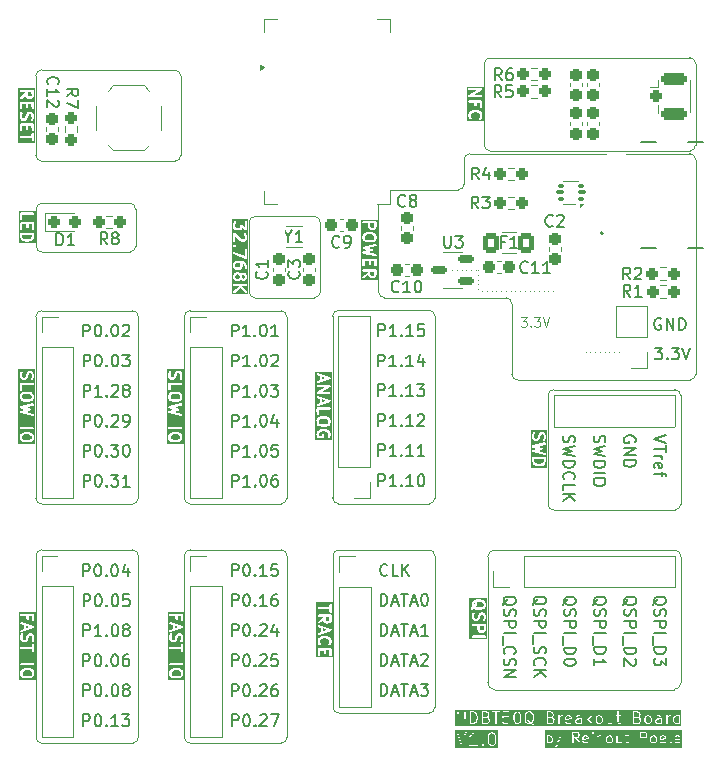
<source format=gto>
G04 #@! TF.GenerationSoftware,KiCad,Pcbnew,8.0.3*
G04 #@! TF.CreationDate,2024-08-20T17:09:34+02:00*
G04 #@! TF.ProjectId,MDBT50Q-breakout,4d444254-3530-4512-9d62-7265616b6f75,rev?*
G04 #@! TF.SameCoordinates,Original*
G04 #@! TF.FileFunction,Legend,Top*
G04 #@! TF.FilePolarity,Positive*
%FSLAX46Y46*%
G04 Gerber Fmt 4.6, Leading zero omitted, Abs format (unit mm)*
G04 Created by KiCad (PCBNEW 8.0.3) date 2024-08-20 17:09:34*
%MOMM*%
%LPD*%
G01*
G04 APERTURE LIST*
G04 Aperture macros list*
%AMRoundRect*
0 Rectangle with rounded corners*
0 $1 Rounding radius*
0 $2 $3 $4 $5 $6 $7 $8 $9 X,Y pos of 4 corners*
0 Add a 4 corners polygon primitive as box body*
4,1,4,$2,$3,$4,$5,$6,$7,$8,$9,$2,$3,0*
0 Add four circle primitives for the rounded corners*
1,1,$1+$1,$2,$3*
1,1,$1+$1,$4,$5*
1,1,$1+$1,$6,$7*
1,1,$1+$1,$8,$9*
0 Add four rect primitives between the rounded corners*
20,1,$1+$1,$2,$3,$4,$5,0*
20,1,$1+$1,$4,$5,$6,$7,0*
20,1,$1+$1,$6,$7,$8,$9,0*
20,1,$1+$1,$8,$9,$2,$3,0*%
G04 Aperture macros list end*
%ADD10C,0.100000*%
%ADD11C,0.200000*%
%ADD12C,0.150000*%
%ADD13C,0.120000*%
%ADD14C,0.010000*%
%ADD15RoundRect,0.237500X0.250000X0.237500X-0.250000X0.237500X-0.250000X-0.237500X0.250000X-0.237500X0*%
%ADD16C,0.650000*%
%ADD17O,2.304000X1.204000*%
%ADD18O,2.004000X1.204000*%
%ADD19RoundRect,0.237500X0.237500X-0.300000X0.237500X0.300000X-0.237500X0.300000X-0.237500X-0.300000X0*%
%ADD20RoundRect,0.237500X-0.250000X-0.237500X0.250000X-0.237500X0.250000X0.237500X-0.250000X0.237500X0*%
%ADD21C,1.700000*%
%ADD22O,1.700000X1.700000*%
%ADD23RoundRect,0.237500X-0.237500X0.250000X-0.237500X-0.250000X0.237500X-0.250000X0.237500X0.250000X0*%
%ADD24RoundRect,0.237500X-0.287500X-0.237500X0.287500X-0.237500X0.287500X0.237500X-0.287500X0.237500X0*%
%ADD25RoundRect,0.237500X-0.300000X-0.237500X0.300000X-0.237500X0.300000X0.237500X-0.300000X0.237500X0*%
%ADD26RoundRect,0.237500X-0.237500X0.300000X-0.237500X-0.300000X0.237500X-0.300000X0.237500X0.300000X0*%
%ADD27R,1.700000X1.700000*%
%ADD28RoundRect,0.250000X-0.275000X-0.250000X0.275000X-0.250000X0.275000X0.250000X-0.275000X0.250000X0*%
%ADD29RoundRect,0.250000X-0.850000X-0.275000X0.850000X-0.275000X0.850000X0.275000X-0.850000X0.275000X0*%
%ADD30R,1.000000X1.800000*%
%ADD31R,0.600000X0.400000*%
%ADD32R,0.400000X0.600000*%
%ADD33RoundRect,0.093750X0.156250X0.093750X-0.156250X0.093750X-0.156250X-0.093750X0.156250X-0.093750X0*%
%ADD34RoundRect,0.075000X0.250000X0.075000X-0.250000X0.075000X-0.250000X-0.075000X0.250000X-0.075000X0*%
%ADD35RoundRect,0.237500X0.300000X0.237500X-0.300000X0.237500X-0.300000X-0.237500X0.300000X-0.237500X0*%
%ADD36R,1.000000X0.750000*%
%ADD37RoundRect,0.150000X0.512500X0.150000X-0.512500X0.150000X-0.512500X-0.150000X0.512500X-0.150000X0*%
%ADD38RoundRect,0.250001X0.462499X0.624999X-0.462499X0.624999X-0.462499X-0.624999X0.462499X-0.624999X0*%
G04 APERTURE END LIST*
D10*
X68650000Y-131640000D02*
G75*
G02*
X69150000Y-131140000I500000J0D01*
G01*
X81730000Y-131145000D02*
X89360000Y-131145000D01*
X68340000Y-97743553D02*
G75*
G02*
X67840000Y-98243553I-500000J0D01*
G01*
X64750000Y-111392500D02*
X64750000Y-126767500D01*
X68640000Y-126765000D02*
X68640000Y-111390000D01*
X56070000Y-126767500D02*
X56070000Y-111392500D01*
X96370000Y-116270000D02*
X96370000Y-110330000D01*
X81730000Y-144970000D02*
G75*
G02*
X81230000Y-144470000I0J500000D01*
G01*
X89860000Y-131645000D02*
X89860000Y-144470000D01*
X111436447Y-97603553D02*
G75*
G02*
X111936447Y-98103553I-47J-500047D01*
G01*
X56570000Y-110892500D02*
X64250000Y-110892500D01*
X69140000Y-110890000D02*
X76820000Y-110890000D01*
X74620000Y-109790000D02*
G75*
G02*
X74120000Y-109290000I0J500000D01*
G01*
X81230000Y-131645000D02*
G75*
G02*
X81730000Y-131145000I500000J0D01*
G01*
X74620000Y-102920000D02*
X79660000Y-102920000D01*
X102630000Y-114375000D02*
X102630000Y-114375000D01*
X103029994Y-114377128D02*
X103029994Y-114377128D01*
X103429989Y-114379255D02*
X103429989Y-114379255D01*
X103829983Y-114381383D02*
X103829983Y-114381383D01*
X104229977Y-114383511D02*
X104229977Y-114383511D01*
X104629972Y-114385638D02*
X104629972Y-114385638D01*
X105029966Y-114387766D02*
X105029966Y-114387766D01*
X105429960Y-114389893D02*
X105429960Y-114389893D01*
X74120000Y-103420000D02*
G75*
G02*
X74620000Y-102920000I500000J0D01*
G01*
X92323553Y-98100000D02*
G75*
G02*
X92823553Y-97599953I500047J0D01*
G01*
X79660000Y-102920000D02*
G75*
G02*
X80160000Y-103420000I0J-500000D01*
G01*
X92323553Y-98100000D02*
X92330000Y-100166447D01*
X76820000Y-127265000D02*
X69140000Y-127265000D01*
X94925000Y-131150000D02*
X110100000Y-131150000D01*
X74120000Y-109290000D02*
X74120000Y-103420000D01*
X67840000Y-98243553D02*
X56560000Y-98243553D01*
X99430000Y-127280000D02*
X99430000Y-118070000D01*
X110100000Y-131150000D02*
G75*
G02*
X110700000Y-131750000I0J-600000D01*
G01*
X56590000Y-101800000D02*
X64020000Y-101800000D01*
X99290000Y-116770000D02*
X96870000Y-116770000D01*
X64250000Y-110892500D02*
G75*
G02*
X64750000Y-111392500I0J-500000D01*
G01*
X94540000Y-89480000D02*
X111436447Y-89473553D01*
X110170000Y-117570000D02*
G75*
G02*
X110670000Y-118070000I0J-500000D01*
G01*
X99430000Y-118070000D02*
G75*
G02*
X99930000Y-117570000I500000J0D01*
G01*
X89860000Y-144470000D02*
G75*
G02*
X89360000Y-144970000I-500000J0D01*
G01*
X64760000Y-147015000D02*
G75*
G02*
X64260000Y-147515000I-500000J0D01*
G01*
X94550000Y-97600000D02*
X98290000Y-97600000D01*
X91320000Y-107450000D02*
X91320000Y-107450000D01*
X91719996Y-107451835D02*
X91719996Y-107451835D01*
X92119992Y-107453670D02*
X92119992Y-107453670D01*
X92519987Y-107455505D02*
X92519987Y-107455505D01*
X92919983Y-107457339D02*
X92919983Y-107457339D01*
X93319979Y-107459174D02*
X93319979Y-107459174D01*
X56570000Y-127267500D02*
G75*
G02*
X56070000Y-126767500I0J500000D01*
G01*
X80160000Y-109290000D02*
G75*
G02*
X79660000Y-109790000I-500000J0D01*
G01*
X68640000Y-111390000D02*
G75*
G02*
X69140000Y-110890000I500000J0D01*
G01*
X56070000Y-111392500D02*
G75*
G02*
X56570000Y-110892500I500000J0D01*
G01*
X69150000Y-131140000D02*
X76830000Y-131140000D01*
X79660000Y-109790000D02*
X74620000Y-109790000D01*
X56080000Y-147015000D02*
X56080000Y-131640000D01*
X77330000Y-131640000D02*
X77330000Y-147015000D01*
X76820000Y-110890000D02*
G75*
G02*
X77320000Y-111390000I0J-500000D01*
G01*
X111436447Y-116776447D02*
X99290000Y-116770000D01*
X77320000Y-111390000D02*
X77320000Y-126765000D01*
X99930000Y-127780000D02*
G75*
G02*
X99430000Y-127280000I0J500000D01*
G01*
X85080000Y-109342381D02*
X85080000Y-101982381D01*
X77330000Y-147015000D02*
G75*
G02*
X76830000Y-147515000I-500000J0D01*
G01*
X106030000Y-97603553D02*
X111436447Y-97603553D01*
X64750000Y-126767500D02*
G75*
G02*
X64250000Y-127267500I-500000J0D01*
G01*
X110100000Y-142975000D02*
X94925000Y-142975000D01*
X94040000Y-96860000D02*
X94040000Y-89980000D01*
X94325000Y-142375000D02*
X94325000Y-131750000D01*
X56080000Y-131640000D02*
G75*
G02*
X56580000Y-131140000I500000J0D01*
G01*
X94925000Y-142975000D02*
G75*
G02*
X94325000Y-142375000I0J600000D01*
G01*
X111936447Y-116276447D02*
G75*
G02*
X111436447Y-116776447I-500047J47D01*
G01*
X64260000Y-147515000D02*
X56580000Y-147515000D01*
X56590000Y-105930000D02*
G75*
G02*
X56089953Y-105430000I0J500047D01*
G01*
X94325000Y-131750000D02*
G75*
G02*
X94925000Y-131150000I600000J0D01*
G01*
X99930000Y-117570000D02*
X110170000Y-117570000D01*
X56090000Y-105430000D02*
X56090000Y-102300000D01*
X64020000Y-105930000D02*
X56590000Y-105930000D01*
X76830000Y-147515000D02*
X69150000Y-147515000D01*
X64260000Y-131140000D02*
G75*
G02*
X64760000Y-131640000I0J-500000D01*
G01*
X68340000Y-91013553D02*
X68340000Y-97743553D01*
X110700000Y-131750000D02*
X110700000Y-142375000D01*
X64250000Y-127267500D02*
X56570000Y-127267500D01*
X80160000Y-103420000D02*
X80160000Y-109290000D01*
X98290000Y-97600000D02*
X99290000Y-97600000D01*
X94540000Y-97360000D02*
G75*
G02*
X94040000Y-96860000I0J500000D01*
G01*
X89360000Y-144970000D02*
X81730000Y-144970000D01*
X89870000Y-126745000D02*
G75*
G02*
X89370000Y-127245000I-500000J0D01*
G01*
X89370000Y-110870000D02*
G75*
G02*
X89870000Y-111370000I0J-500000D01*
G01*
X99870000Y-109250000D02*
X99870000Y-109250000D01*
X99470000Y-109250630D02*
X99470000Y-109250630D01*
X99070001Y-109251260D02*
X99070001Y-109251260D01*
X98670001Y-109251890D02*
X98670001Y-109251890D01*
X98270002Y-109252520D02*
X98270002Y-109252520D01*
X97870002Y-109253150D02*
X97870002Y-109253150D01*
X97470003Y-109253780D02*
X97470003Y-109253780D01*
X97070003Y-109254409D02*
X97070003Y-109254409D01*
X96670004Y-109255039D02*
X96670004Y-109255039D01*
X96270004Y-109255669D02*
X96270004Y-109255669D01*
X95870005Y-109256299D02*
X95870005Y-109256299D01*
X95470005Y-109256929D02*
X95470005Y-109256929D01*
X95070006Y-109257559D02*
X95070006Y-109257559D01*
X94670006Y-109258189D02*
X94670006Y-109258189D01*
X94270007Y-109258819D02*
X94270007Y-109258819D01*
X93870007Y-109259449D02*
X93870007Y-109259449D01*
X110170000Y-127780000D02*
X99930000Y-127780000D01*
X56060000Y-97743553D02*
X56060000Y-91013553D01*
X76830000Y-131140000D02*
G75*
G02*
X77330000Y-131640000I0J-500000D01*
G01*
X89370000Y-127245000D02*
X81690000Y-127245000D01*
X77320000Y-126765000D02*
G75*
G02*
X76820000Y-127265000I-500000J0D01*
G01*
X96870000Y-116770000D02*
G75*
G02*
X96370000Y-116270000I0J500000D01*
G01*
X56060000Y-91013553D02*
G75*
G02*
X56560000Y-90513553I500000J0D01*
G01*
X111436447Y-89473553D02*
G75*
G02*
X111936447Y-89973553I-47J-500047D01*
G01*
X81190000Y-126745000D02*
X81190000Y-111370000D01*
X85580000Y-109790000D02*
G75*
G02*
X85080000Y-109290000I0J500000D01*
G01*
X67840000Y-90513553D02*
G75*
G02*
X68340000Y-91013553I0J-500000D01*
G01*
X64520000Y-105430000D02*
G75*
G02*
X64020000Y-105929953I-500000J47D01*
G01*
X81690000Y-110870000D02*
X89370000Y-110870000D01*
X81230000Y-144470000D02*
X81230000Y-131645000D01*
X95870000Y-109793553D02*
X85580000Y-109790000D01*
X110670000Y-127280000D02*
G75*
G02*
X110170000Y-127780000I-500000J0D01*
G01*
X64760000Y-131640000D02*
X64760000Y-147015000D01*
X111446447Y-97356447D02*
X94540000Y-97360000D01*
X111940000Y-89980000D02*
X111940000Y-96860000D01*
X94550000Y-97600000D02*
X92823553Y-97600000D01*
X56560000Y-90513553D02*
X67840000Y-90513553D01*
X56580000Y-147515000D02*
G75*
G02*
X56080000Y-147015000I0J500000D01*
G01*
X93500000Y-107460000D02*
X93500000Y-107460000D01*
X93504444Y-107859975D02*
X93504444Y-107859975D01*
X93508888Y-108259951D02*
X93508888Y-108259951D01*
X93513333Y-108659926D02*
X93513333Y-108659926D01*
X93517777Y-109059901D02*
X93517777Y-109059901D01*
X69150000Y-147515000D02*
G75*
G02*
X68650000Y-147015000I0J500000D01*
G01*
X68650000Y-147015000D02*
X68650000Y-131640000D01*
X94040000Y-89980000D02*
G75*
G02*
X94540000Y-89480000I500000J0D01*
G01*
X111940000Y-98100000D02*
X111940000Y-116270000D01*
X110700000Y-142375000D02*
G75*
G02*
X110100000Y-142975000I-600000J0D01*
G01*
X69140000Y-127265000D02*
G75*
G02*
X68640000Y-126765000I0J500000D01*
G01*
X64520000Y-102300000D02*
X64520000Y-105430000D01*
X89360000Y-131145000D02*
G75*
G02*
X89860000Y-131645000I0J-500000D01*
G01*
X64020000Y-101800000D02*
G75*
G02*
X64519953Y-102300000I0J-499953D01*
G01*
X81190000Y-111370000D02*
G75*
G02*
X81690000Y-110870000I500000J0D01*
G01*
X111936447Y-96856447D02*
G75*
G02*
X111436447Y-97356447I-500047J47D01*
G01*
X92330000Y-100166447D02*
G75*
G02*
X91830000Y-100666400I-500000J47D01*
G01*
X86090000Y-100670000D02*
X91830000Y-100666447D01*
X56560000Y-98243553D02*
G75*
G02*
X56060000Y-97743553I0J500000D01*
G01*
X89870000Y-111370000D02*
X89870000Y-126745000D01*
X81690000Y-127245000D02*
G75*
G02*
X81190000Y-126745000I0J500000D01*
G01*
X56580000Y-131140000D02*
X64260000Y-131140000D01*
X110670000Y-118070000D02*
X110670000Y-127280000D01*
X56090000Y-102300000D02*
G75*
G02*
X56590000Y-101799953I500000J47D01*
G01*
X95870000Y-109793553D02*
G75*
G02*
X96370047Y-110293553I0J-500047D01*
G01*
X99290000Y-97600000D02*
X104330000Y-97600000D01*
D11*
X60089673Y-146077219D02*
X60089673Y-145077219D01*
X60089673Y-145077219D02*
X60470625Y-145077219D01*
X60470625Y-145077219D02*
X60565863Y-145124838D01*
X60565863Y-145124838D02*
X60613482Y-145172457D01*
X60613482Y-145172457D02*
X60661101Y-145267695D01*
X60661101Y-145267695D02*
X60661101Y-145410552D01*
X60661101Y-145410552D02*
X60613482Y-145505790D01*
X60613482Y-145505790D02*
X60565863Y-145553409D01*
X60565863Y-145553409D02*
X60470625Y-145601028D01*
X60470625Y-145601028D02*
X60089673Y-145601028D01*
X61280149Y-145077219D02*
X61375387Y-145077219D01*
X61375387Y-145077219D02*
X61470625Y-145124838D01*
X61470625Y-145124838D02*
X61518244Y-145172457D01*
X61518244Y-145172457D02*
X61565863Y-145267695D01*
X61565863Y-145267695D02*
X61613482Y-145458171D01*
X61613482Y-145458171D02*
X61613482Y-145696266D01*
X61613482Y-145696266D02*
X61565863Y-145886742D01*
X61565863Y-145886742D02*
X61518244Y-145981980D01*
X61518244Y-145981980D02*
X61470625Y-146029600D01*
X61470625Y-146029600D02*
X61375387Y-146077219D01*
X61375387Y-146077219D02*
X61280149Y-146077219D01*
X61280149Y-146077219D02*
X61184911Y-146029600D01*
X61184911Y-146029600D02*
X61137292Y-145981980D01*
X61137292Y-145981980D02*
X61089673Y-145886742D01*
X61089673Y-145886742D02*
X61042054Y-145696266D01*
X61042054Y-145696266D02*
X61042054Y-145458171D01*
X61042054Y-145458171D02*
X61089673Y-145267695D01*
X61089673Y-145267695D02*
X61137292Y-145172457D01*
X61137292Y-145172457D02*
X61184911Y-145124838D01*
X61184911Y-145124838D02*
X61280149Y-145077219D01*
X62042054Y-145981980D02*
X62089673Y-146029600D01*
X62089673Y-146029600D02*
X62042054Y-146077219D01*
X62042054Y-146077219D02*
X61994435Y-146029600D01*
X61994435Y-146029600D02*
X62042054Y-145981980D01*
X62042054Y-145981980D02*
X62042054Y-146077219D01*
X63042053Y-146077219D02*
X62470625Y-146077219D01*
X62756339Y-146077219D02*
X62756339Y-145077219D01*
X62756339Y-145077219D02*
X62661101Y-145220076D01*
X62661101Y-145220076D02*
X62565863Y-145315314D01*
X62565863Y-145315314D02*
X62470625Y-145362933D01*
X63375387Y-145077219D02*
X63994434Y-145077219D01*
X63994434Y-145077219D02*
X63661101Y-145458171D01*
X63661101Y-145458171D02*
X63803958Y-145458171D01*
X63803958Y-145458171D02*
X63899196Y-145505790D01*
X63899196Y-145505790D02*
X63946815Y-145553409D01*
X63946815Y-145553409D02*
X63994434Y-145648647D01*
X63994434Y-145648647D02*
X63994434Y-145886742D01*
X63994434Y-145886742D02*
X63946815Y-145981980D01*
X63946815Y-145981980D02*
X63899196Y-146029600D01*
X63899196Y-146029600D02*
X63803958Y-146077219D01*
X63803958Y-146077219D02*
X63518244Y-146077219D01*
X63518244Y-146077219D02*
X63423006Y-146029600D01*
X63423006Y-146029600D02*
X63375387Y-145981980D01*
G36*
X93984481Y-137848717D02*
G01*
X93955544Y-137908866D01*
X93930886Y-137934639D01*
X93870951Y-137965758D01*
X93775105Y-137966892D01*
X93715610Y-137938270D01*
X93689837Y-137913612D01*
X93658869Y-137853969D01*
X93657618Y-137592994D01*
X93983251Y-137592381D01*
X93984481Y-137848717D01*
G37*
G36*
X93887352Y-135582482D02*
G01*
X93951371Y-135644925D01*
X93982974Y-135705793D01*
X93984285Y-135849123D01*
X93955714Y-135908513D01*
X93890958Y-135974903D01*
X93743533Y-136013157D01*
X93435069Y-136014836D01*
X93278208Y-135977101D01*
X93270898Y-135969970D01*
X93342043Y-135897580D01*
X93352257Y-135888723D01*
X93354943Y-135884455D01*
X93356404Y-135882969D01*
X93357414Y-135880528D01*
X93362700Y-135872132D01*
X93402638Y-135789114D01*
X93404023Y-135787730D01*
X93408475Y-135776980D01*
X93417325Y-135758586D01*
X93417579Y-135755002D01*
X93418955Y-135751682D01*
X93420876Y-135732173D01*
X93418955Y-135617426D01*
X93404023Y-135581378D01*
X93379981Y-135557336D01*
X93422027Y-135546426D01*
X93730490Y-135544747D01*
X93887352Y-135582482D01*
G37*
G36*
X93222048Y-135706959D02*
G01*
X93193873Y-135765525D01*
X93181889Y-135777718D01*
X93181274Y-135710459D01*
X93209845Y-135651071D01*
X93220922Y-135639715D01*
X93222048Y-135706959D01*
G37*
G36*
X94293891Y-138705189D02*
G01*
X92777216Y-138705189D01*
X92777216Y-138474569D01*
X92984701Y-138474569D01*
X92984701Y-138513587D01*
X92999633Y-138549635D01*
X93027223Y-138577225D01*
X93063271Y-138592157D01*
X93082780Y-138594078D01*
X94102289Y-138592157D01*
X94138337Y-138577225D01*
X94165927Y-138549635D01*
X94180859Y-138513587D01*
X94180859Y-138474569D01*
X94165927Y-138438521D01*
X94138337Y-138410931D01*
X94102289Y-138395999D01*
X94082780Y-138394078D01*
X93063271Y-138395999D01*
X93027223Y-138410931D01*
X92999633Y-138438521D01*
X92984701Y-138474569D01*
X92777216Y-138474569D01*
X92777216Y-137474569D01*
X92984701Y-137474569D01*
X92984701Y-137513587D01*
X92999633Y-137549635D01*
X93027223Y-137577225D01*
X93063271Y-137592157D01*
X93082780Y-137594078D01*
X93459447Y-137593368D01*
X93460724Y-137859617D01*
X93459756Y-137862523D01*
X93460809Y-137877347D01*
X93460892Y-137894539D01*
X93462267Y-137897859D01*
X93462522Y-137901443D01*
X93469528Y-137919751D01*
X93518868Y-138014780D01*
X93523443Y-138025825D01*
X93526599Y-138029671D01*
X93527590Y-138031579D01*
X93529584Y-138033308D01*
X93535879Y-138040979D01*
X93585981Y-138088912D01*
X93592897Y-138096887D01*
X93597046Y-138099498D01*
X93598651Y-138101034D01*
X93601091Y-138102044D01*
X93609488Y-138107330D01*
X93692505Y-138147268D01*
X93693890Y-138148653D01*
X93704639Y-138153105D01*
X93723034Y-138161955D01*
X93726617Y-138162209D01*
X93729938Y-138163585D01*
X93749447Y-138165506D01*
X93877603Y-138163989D01*
X93879797Y-138164721D01*
X93892579Y-138163812D01*
X93911813Y-138163585D01*
X93915133Y-138162209D01*
X93918717Y-138161955D01*
X93937025Y-138154949D01*
X94032054Y-138105608D01*
X94043099Y-138101034D01*
X94046945Y-138097877D01*
X94048853Y-138096887D01*
X94050582Y-138094892D01*
X94058253Y-138088598D01*
X94106186Y-138038495D01*
X94114161Y-138031580D01*
X94116772Y-138027430D01*
X94118308Y-138025826D01*
X94119318Y-138023385D01*
X94124604Y-138014989D01*
X94164542Y-137931971D01*
X94165927Y-137930587D01*
X94170379Y-137919837D01*
X94179229Y-137901443D01*
X94179483Y-137897859D01*
X94180859Y-137894539D01*
X94182780Y-137875030D01*
X94180859Y-137474569D01*
X94165927Y-137438521D01*
X94138337Y-137410931D01*
X94102289Y-137395999D01*
X94082780Y-137394078D01*
X93063271Y-137395999D01*
X93027223Y-137410931D01*
X92999633Y-137438521D01*
X92984701Y-137474569D01*
X92777216Y-137474569D01*
X92777216Y-136636935D01*
X92982780Y-136636935D01*
X92984442Y-136859890D01*
X92983565Y-136862524D01*
X92984567Y-136876629D01*
X92984701Y-136894539D01*
X92986076Y-136897858D01*
X92986331Y-136901444D01*
X92993338Y-136919752D01*
X93042678Y-137014781D01*
X93047253Y-137025825D01*
X93050409Y-137029671D01*
X93051401Y-137031581D01*
X93053397Y-137033312D01*
X93059689Y-137040979D01*
X93109791Y-137088912D01*
X93116707Y-137096887D01*
X93120856Y-137099498D01*
X93122461Y-137101034D01*
X93124901Y-137102044D01*
X93133298Y-137107330D01*
X93216315Y-137147268D01*
X93217700Y-137148653D01*
X93228449Y-137153105D01*
X93246844Y-137161955D01*
X93250427Y-137162209D01*
X93253748Y-137163585D01*
X93273257Y-137165506D01*
X93354274Y-137164149D01*
X93355988Y-137164721D01*
X93367032Y-137163936D01*
X93388004Y-137163585D01*
X93391324Y-137162209D01*
X93394908Y-137161955D01*
X93413216Y-137154949D01*
X93508245Y-137105608D01*
X93519290Y-137101034D01*
X93523136Y-137097877D01*
X93525044Y-137096887D01*
X93526773Y-137094892D01*
X93534444Y-137088598D01*
X93582377Y-137038495D01*
X93590352Y-137031580D01*
X93592963Y-137027430D01*
X93594499Y-137025826D01*
X93595509Y-137023385D01*
X93600795Y-137014989D01*
X93644223Y-136924717D01*
X93649390Y-136917744D01*
X93654618Y-136903109D01*
X93655420Y-136901443D01*
X93655471Y-136900722D01*
X93655985Y-136899284D01*
X93697733Y-136725740D01*
X93733824Y-136650719D01*
X93758486Y-136624942D01*
X93818625Y-136593717D01*
X93867090Y-136592905D01*
X93926138Y-136621312D01*
X93951915Y-136645974D01*
X93982937Y-136705722D01*
X93984401Y-136901969D01*
X93935946Y-137052999D01*
X93938712Y-137091919D01*
X93956162Y-137126818D01*
X93985638Y-137152383D01*
X94022654Y-137164721D01*
X94061574Y-137161955D01*
X94096473Y-137144505D01*
X94122038Y-137115029D01*
X94130029Y-137097129D01*
X94175935Y-136954044D01*
X94180859Y-136942158D01*
X94181350Y-136937165D01*
X94181995Y-136935157D01*
X94181807Y-136932522D01*
X94182780Y-136922649D01*
X94181117Y-136699693D01*
X94181995Y-136697061D01*
X94180992Y-136682955D01*
X94180859Y-136665045D01*
X94179483Y-136661724D01*
X94179229Y-136658141D01*
X94172223Y-136639832D01*
X94122880Y-136544798D01*
X94118308Y-136533758D01*
X94115152Y-136529912D01*
X94114161Y-136528004D01*
X94112163Y-136526271D01*
X94105871Y-136518605D01*
X94055770Y-136470673D01*
X94048853Y-136462697D01*
X94044703Y-136460084D01*
X94043099Y-136458550D01*
X94040659Y-136457539D01*
X94032263Y-136452254D01*
X93949245Y-136412315D01*
X93947861Y-136410931D01*
X93937111Y-136406478D01*
X93918717Y-136397629D01*
X93915133Y-136397374D01*
X93911813Y-136395999D01*
X93892304Y-136394078D01*
X93811286Y-136395434D01*
X93809573Y-136394863D01*
X93798528Y-136395647D01*
X93777557Y-136395999D01*
X93774236Y-136397374D01*
X93770653Y-136397629D01*
X93752344Y-136404635D01*
X93657310Y-136453977D01*
X93646270Y-136458550D01*
X93642424Y-136461705D01*
X93640516Y-136462697D01*
X93638783Y-136464694D01*
X93631117Y-136470987D01*
X93583185Y-136521087D01*
X93575209Y-136528005D01*
X93572596Y-136532154D01*
X93571062Y-136533759D01*
X93570051Y-136536198D01*
X93564766Y-136544595D01*
X93521337Y-136634866D01*
X93516171Y-136641840D01*
X93510943Y-136656472D01*
X93510141Y-136658141D01*
X93510089Y-136658863D01*
X93509576Y-136660301D01*
X93467827Y-136833843D01*
X93431735Y-136908866D01*
X93407077Y-136934639D01*
X93346934Y-136965866D01*
X93298470Y-136966678D01*
X93239420Y-136938270D01*
X93213644Y-136913610D01*
X93182622Y-136853861D01*
X93181158Y-136657615D01*
X93229615Y-136506586D01*
X93226849Y-136467666D01*
X93209400Y-136432767D01*
X93179924Y-136407202D01*
X93142908Y-136394863D01*
X93103988Y-136397629D01*
X93069089Y-136415078D01*
X93043524Y-136444554D01*
X93035532Y-136462454D01*
X92989625Y-136605538D01*
X92984701Y-136617426D01*
X92984209Y-136622418D01*
X92983565Y-136624427D01*
X92983752Y-136627061D01*
X92982780Y-136636935D01*
X92777216Y-136636935D01*
X92777216Y-136173251D01*
X92888327Y-136173251D01*
X92900666Y-136210267D01*
X92926230Y-136239744D01*
X92961129Y-136257193D01*
X93000049Y-136259959D01*
X93037065Y-136247620D01*
X93066542Y-136222056D01*
X93076985Y-136205465D01*
X93114608Y-136127259D01*
X93130960Y-136110495D01*
X93148544Y-136127646D01*
X93151574Y-136132696D01*
X93160508Y-136139315D01*
X93170081Y-136148653D01*
X93176949Y-136151498D01*
X93182924Y-136155925D01*
X93201384Y-136162520D01*
X93386696Y-136207099D01*
X93396605Y-136211204D01*
X93408714Y-136212396D01*
X93411253Y-136213007D01*
X93412711Y-136212789D01*
X93416114Y-136213125D01*
X93743136Y-136211344D01*
X93754308Y-136213007D01*
X93766405Y-136211217D01*
X93768956Y-136211204D01*
X93770319Y-136210639D01*
X93773701Y-136210139D01*
X93953116Y-136163585D01*
X93959432Y-136163585D01*
X93970022Y-136159198D01*
X93982637Y-136155925D01*
X93988611Y-136151498D01*
X93995480Y-136148653D01*
X94010634Y-136136217D01*
X94104645Y-136039832D01*
X94114161Y-136031580D01*
X94116828Y-136027341D01*
X94118308Y-136025825D01*
X94119317Y-136023387D01*
X94124604Y-136014989D01*
X94164542Y-135931971D01*
X94165927Y-135930587D01*
X94170379Y-135919837D01*
X94179229Y-135901443D01*
X94179483Y-135897859D01*
X94180859Y-135894539D01*
X94182780Y-135875030D01*
X94181174Y-135699522D01*
X94181995Y-135697061D01*
X94181027Y-135683445D01*
X94180859Y-135665045D01*
X94179483Y-135661724D01*
X94179229Y-135658141D01*
X94172223Y-135639832D01*
X94122880Y-135544798D01*
X94118308Y-135533759D01*
X94115152Y-135529914D01*
X94114161Y-135528004D01*
X94112163Y-135526271D01*
X94105872Y-135518605D01*
X94017016Y-135431937D01*
X94013987Y-135426888D01*
X94005052Y-135420268D01*
X93995480Y-135410931D01*
X93988611Y-135408085D01*
X93982637Y-135403659D01*
X93964176Y-135397064D01*
X93778865Y-135352484D01*
X93768956Y-135348380D01*
X93756846Y-135347187D01*
X93754308Y-135346577D01*
X93752849Y-135346794D01*
X93749447Y-135346459D01*
X93422424Y-135348239D01*
X93411253Y-135346577D01*
X93399155Y-135348366D01*
X93396605Y-135348380D01*
X93395241Y-135348944D01*
X93391860Y-135349445D01*
X93212445Y-135395999D01*
X93206129Y-135395999D01*
X93195538Y-135400385D01*
X93182924Y-135403659D01*
X93176949Y-135408085D01*
X93170081Y-135410931D01*
X93154927Y-135423367D01*
X93060916Y-135519751D01*
X93051401Y-135528003D01*
X93048733Y-135532241D01*
X93047253Y-135533759D01*
X93046242Y-135536198D01*
X93040958Y-135544594D01*
X93001018Y-135627611D01*
X92999633Y-135628997D01*
X92995181Y-135639743D01*
X92986331Y-135658140D01*
X92986076Y-135661725D01*
X92984701Y-135665045D01*
X92982780Y-135684554D01*
X92984385Y-135860062D01*
X92983565Y-135862524D01*
X92984532Y-135876140D01*
X92984701Y-135894539D01*
X92986076Y-135897858D01*
X92986331Y-135901444D01*
X92993338Y-135919752D01*
X93009544Y-135950966D01*
X92965668Y-135995949D01*
X92956161Y-136004195D01*
X92953496Y-136008428D01*
X92952014Y-136009948D01*
X92951002Y-136012389D01*
X92945718Y-136020785D01*
X92891093Y-136134331D01*
X92888327Y-136173251D01*
X92777216Y-136173251D01*
X92777216Y-135235348D01*
X94293891Y-135235348D01*
X94293891Y-138705189D01*
G37*
X105807542Y-135846339D02*
X105855161Y-135751101D01*
X105855161Y-135751101D02*
X105950400Y-135655863D01*
X105950400Y-135655863D02*
X106093257Y-135513006D01*
X106093257Y-135513006D02*
X106140876Y-135417768D01*
X106140876Y-135417768D02*
X106140876Y-135322530D01*
X105902780Y-135370149D02*
X105950400Y-135274911D01*
X105950400Y-135274911D02*
X106045638Y-135179673D01*
X106045638Y-135179673D02*
X106236114Y-135132054D01*
X106236114Y-135132054D02*
X106569447Y-135132054D01*
X106569447Y-135132054D02*
X106759923Y-135179673D01*
X106759923Y-135179673D02*
X106855161Y-135274911D01*
X106855161Y-135274911D02*
X106902780Y-135370149D01*
X106902780Y-135370149D02*
X106902780Y-135560625D01*
X106902780Y-135560625D02*
X106855161Y-135655863D01*
X106855161Y-135655863D02*
X106759923Y-135751101D01*
X106759923Y-135751101D02*
X106569447Y-135798720D01*
X106569447Y-135798720D02*
X106236114Y-135798720D01*
X106236114Y-135798720D02*
X106045638Y-135751101D01*
X106045638Y-135751101D02*
X105950400Y-135655863D01*
X105950400Y-135655863D02*
X105902780Y-135560625D01*
X105902780Y-135560625D02*
X105902780Y-135370149D01*
X105950400Y-136179673D02*
X105902780Y-136322530D01*
X105902780Y-136322530D02*
X105902780Y-136560625D01*
X105902780Y-136560625D02*
X105950400Y-136655863D01*
X105950400Y-136655863D02*
X105998019Y-136703482D01*
X105998019Y-136703482D02*
X106093257Y-136751101D01*
X106093257Y-136751101D02*
X106188495Y-136751101D01*
X106188495Y-136751101D02*
X106283733Y-136703482D01*
X106283733Y-136703482D02*
X106331352Y-136655863D01*
X106331352Y-136655863D02*
X106378971Y-136560625D01*
X106378971Y-136560625D02*
X106426590Y-136370149D01*
X106426590Y-136370149D02*
X106474209Y-136274911D01*
X106474209Y-136274911D02*
X106521828Y-136227292D01*
X106521828Y-136227292D02*
X106617066Y-136179673D01*
X106617066Y-136179673D02*
X106712304Y-136179673D01*
X106712304Y-136179673D02*
X106807542Y-136227292D01*
X106807542Y-136227292D02*
X106855161Y-136274911D01*
X106855161Y-136274911D02*
X106902780Y-136370149D01*
X106902780Y-136370149D02*
X106902780Y-136608244D01*
X106902780Y-136608244D02*
X106855161Y-136751101D01*
X105902780Y-137179673D02*
X106902780Y-137179673D01*
X106902780Y-137179673D02*
X106902780Y-137560625D01*
X106902780Y-137560625D02*
X106855161Y-137655863D01*
X106855161Y-137655863D02*
X106807542Y-137703482D01*
X106807542Y-137703482D02*
X106712304Y-137751101D01*
X106712304Y-137751101D02*
X106569447Y-137751101D01*
X106569447Y-137751101D02*
X106474209Y-137703482D01*
X106474209Y-137703482D02*
X106426590Y-137655863D01*
X106426590Y-137655863D02*
X106378971Y-137560625D01*
X106378971Y-137560625D02*
X106378971Y-137179673D01*
X105902780Y-138179673D02*
X106902780Y-138179673D01*
X105807542Y-138417768D02*
X105807542Y-139179672D01*
X105902780Y-139417768D02*
X106902780Y-139417768D01*
X106902780Y-139417768D02*
X106902780Y-139655863D01*
X106902780Y-139655863D02*
X106855161Y-139798720D01*
X106855161Y-139798720D02*
X106759923Y-139893958D01*
X106759923Y-139893958D02*
X106664685Y-139941577D01*
X106664685Y-139941577D02*
X106474209Y-139989196D01*
X106474209Y-139989196D02*
X106331352Y-139989196D01*
X106331352Y-139989196D02*
X106140876Y-139941577D01*
X106140876Y-139941577D02*
X106045638Y-139893958D01*
X106045638Y-139893958D02*
X105950400Y-139798720D01*
X105950400Y-139798720D02*
X105902780Y-139655863D01*
X105902780Y-139655863D02*
X105902780Y-139417768D01*
X106807542Y-140370149D02*
X106855161Y-140417768D01*
X106855161Y-140417768D02*
X106902780Y-140513006D01*
X106902780Y-140513006D02*
X106902780Y-140751101D01*
X106902780Y-140751101D02*
X106855161Y-140846339D01*
X106855161Y-140846339D02*
X106807542Y-140893958D01*
X106807542Y-140893958D02*
X106712304Y-140941577D01*
X106712304Y-140941577D02*
X106617066Y-140941577D01*
X106617066Y-140941577D02*
X106474209Y-140893958D01*
X106474209Y-140893958D02*
X105902780Y-140322530D01*
X105902780Y-140322530D02*
X105902780Y-140941577D01*
X72679673Y-125784719D02*
X72679673Y-124784719D01*
X72679673Y-124784719D02*
X73060625Y-124784719D01*
X73060625Y-124784719D02*
X73155863Y-124832338D01*
X73155863Y-124832338D02*
X73203482Y-124879957D01*
X73203482Y-124879957D02*
X73251101Y-124975195D01*
X73251101Y-124975195D02*
X73251101Y-125118052D01*
X73251101Y-125118052D02*
X73203482Y-125213290D01*
X73203482Y-125213290D02*
X73155863Y-125260909D01*
X73155863Y-125260909D02*
X73060625Y-125308528D01*
X73060625Y-125308528D02*
X72679673Y-125308528D01*
X74203482Y-125784719D02*
X73632054Y-125784719D01*
X73917768Y-125784719D02*
X73917768Y-124784719D01*
X73917768Y-124784719D02*
X73822530Y-124927576D01*
X73822530Y-124927576D02*
X73727292Y-125022814D01*
X73727292Y-125022814D02*
X73632054Y-125070433D01*
X74632054Y-125689480D02*
X74679673Y-125737100D01*
X74679673Y-125737100D02*
X74632054Y-125784719D01*
X74632054Y-125784719D02*
X74584435Y-125737100D01*
X74584435Y-125737100D02*
X74632054Y-125689480D01*
X74632054Y-125689480D02*
X74632054Y-125784719D01*
X75298720Y-124784719D02*
X75393958Y-124784719D01*
X75393958Y-124784719D02*
X75489196Y-124832338D01*
X75489196Y-124832338D02*
X75536815Y-124879957D01*
X75536815Y-124879957D02*
X75584434Y-124975195D01*
X75584434Y-124975195D02*
X75632053Y-125165671D01*
X75632053Y-125165671D02*
X75632053Y-125403766D01*
X75632053Y-125403766D02*
X75584434Y-125594242D01*
X75584434Y-125594242D02*
X75536815Y-125689480D01*
X75536815Y-125689480D02*
X75489196Y-125737100D01*
X75489196Y-125737100D02*
X75393958Y-125784719D01*
X75393958Y-125784719D02*
X75298720Y-125784719D01*
X75298720Y-125784719D02*
X75203482Y-125737100D01*
X75203482Y-125737100D02*
X75155863Y-125689480D01*
X75155863Y-125689480D02*
X75108244Y-125594242D01*
X75108244Y-125594242D02*
X75060625Y-125403766D01*
X75060625Y-125403766D02*
X75060625Y-125165671D01*
X75060625Y-125165671D02*
X75108244Y-124975195D01*
X75108244Y-124975195D02*
X75155863Y-124879957D01*
X75155863Y-124879957D02*
X75203482Y-124832338D01*
X75203482Y-124832338D02*
X75298720Y-124784719D01*
X76489196Y-124784719D02*
X76298720Y-124784719D01*
X76298720Y-124784719D02*
X76203482Y-124832338D01*
X76203482Y-124832338D02*
X76155863Y-124879957D01*
X76155863Y-124879957D02*
X76060625Y-125022814D01*
X76060625Y-125022814D02*
X76013006Y-125213290D01*
X76013006Y-125213290D02*
X76013006Y-125594242D01*
X76013006Y-125594242D02*
X76060625Y-125689480D01*
X76060625Y-125689480D02*
X76108244Y-125737100D01*
X76108244Y-125737100D02*
X76203482Y-125784719D01*
X76203482Y-125784719D02*
X76393958Y-125784719D01*
X76393958Y-125784719D02*
X76489196Y-125737100D01*
X76489196Y-125737100D02*
X76536815Y-125689480D01*
X76536815Y-125689480D02*
X76584434Y-125594242D01*
X76584434Y-125594242D02*
X76584434Y-125356147D01*
X76584434Y-125356147D02*
X76536815Y-125260909D01*
X76536815Y-125260909D02*
X76489196Y-125213290D01*
X76489196Y-125213290D02*
X76393958Y-125165671D01*
X76393958Y-125165671D02*
X76203482Y-125165671D01*
X76203482Y-125165671D02*
X76108244Y-125213290D01*
X76108244Y-125213290D02*
X76060625Y-125260909D01*
X76060625Y-125260909D02*
X76013006Y-125356147D01*
X72679673Y-120704719D02*
X72679673Y-119704719D01*
X72679673Y-119704719D02*
X73060625Y-119704719D01*
X73060625Y-119704719D02*
X73155863Y-119752338D01*
X73155863Y-119752338D02*
X73203482Y-119799957D01*
X73203482Y-119799957D02*
X73251101Y-119895195D01*
X73251101Y-119895195D02*
X73251101Y-120038052D01*
X73251101Y-120038052D02*
X73203482Y-120133290D01*
X73203482Y-120133290D02*
X73155863Y-120180909D01*
X73155863Y-120180909D02*
X73060625Y-120228528D01*
X73060625Y-120228528D02*
X72679673Y-120228528D01*
X74203482Y-120704719D02*
X73632054Y-120704719D01*
X73917768Y-120704719D02*
X73917768Y-119704719D01*
X73917768Y-119704719D02*
X73822530Y-119847576D01*
X73822530Y-119847576D02*
X73727292Y-119942814D01*
X73727292Y-119942814D02*
X73632054Y-119990433D01*
X74632054Y-120609480D02*
X74679673Y-120657100D01*
X74679673Y-120657100D02*
X74632054Y-120704719D01*
X74632054Y-120704719D02*
X74584435Y-120657100D01*
X74584435Y-120657100D02*
X74632054Y-120609480D01*
X74632054Y-120609480D02*
X74632054Y-120704719D01*
X75298720Y-119704719D02*
X75393958Y-119704719D01*
X75393958Y-119704719D02*
X75489196Y-119752338D01*
X75489196Y-119752338D02*
X75536815Y-119799957D01*
X75536815Y-119799957D02*
X75584434Y-119895195D01*
X75584434Y-119895195D02*
X75632053Y-120085671D01*
X75632053Y-120085671D02*
X75632053Y-120323766D01*
X75632053Y-120323766D02*
X75584434Y-120514242D01*
X75584434Y-120514242D02*
X75536815Y-120609480D01*
X75536815Y-120609480D02*
X75489196Y-120657100D01*
X75489196Y-120657100D02*
X75393958Y-120704719D01*
X75393958Y-120704719D02*
X75298720Y-120704719D01*
X75298720Y-120704719D02*
X75203482Y-120657100D01*
X75203482Y-120657100D02*
X75155863Y-120609480D01*
X75155863Y-120609480D02*
X75108244Y-120514242D01*
X75108244Y-120514242D02*
X75060625Y-120323766D01*
X75060625Y-120323766D02*
X75060625Y-120085671D01*
X75060625Y-120085671D02*
X75108244Y-119895195D01*
X75108244Y-119895195D02*
X75155863Y-119799957D01*
X75155863Y-119799957D02*
X75203482Y-119752338D01*
X75203482Y-119752338D02*
X75298720Y-119704719D01*
X76489196Y-120038052D02*
X76489196Y-120704719D01*
X76251101Y-119657100D02*
X76013006Y-120371385D01*
X76013006Y-120371385D02*
X76632053Y-120371385D01*
G36*
X55617352Y-121409506D02*
G01*
X55681371Y-121471949D01*
X55712974Y-121532817D01*
X55714285Y-121676147D01*
X55685714Y-121735537D01*
X55620958Y-121801927D01*
X55473533Y-121840181D01*
X55165069Y-121841860D01*
X55008208Y-121804125D01*
X54944188Y-121741681D01*
X54912585Y-121680815D01*
X54911274Y-121537483D01*
X54939845Y-121478095D01*
X55004602Y-121411704D01*
X55152027Y-121373450D01*
X55460490Y-121371771D01*
X55617352Y-121409506D01*
G37*
G36*
X55617352Y-117980935D02*
G01*
X55681371Y-118043378D01*
X55712974Y-118104246D01*
X55714285Y-118247576D01*
X55685714Y-118306966D01*
X55620958Y-118373356D01*
X55473533Y-118411610D01*
X55165069Y-118413289D01*
X55008208Y-118375554D01*
X54944188Y-118313110D01*
X54912585Y-118252244D01*
X54911274Y-118108912D01*
X54939845Y-118049524D01*
X55004602Y-117983133D01*
X55152027Y-117944879D01*
X55460490Y-117943200D01*
X55617352Y-117980935D01*
G37*
G36*
X56023891Y-122151260D02*
G01*
X54601669Y-122151260D01*
X54601669Y-121511578D01*
X54712780Y-121511578D01*
X54714385Y-121687086D01*
X54713565Y-121689548D01*
X54714532Y-121703164D01*
X54714701Y-121721563D01*
X54716076Y-121724882D01*
X54716331Y-121728468D01*
X54723338Y-121746776D01*
X54772678Y-121841805D01*
X54777253Y-121852849D01*
X54780409Y-121856695D01*
X54781401Y-121858605D01*
X54783397Y-121860336D01*
X54789689Y-121868003D01*
X54878544Y-121954670D01*
X54881574Y-121959720D01*
X54890508Y-121966339D01*
X54900081Y-121975677D01*
X54906949Y-121978522D01*
X54912924Y-121982949D01*
X54931384Y-121989544D01*
X55116696Y-122034123D01*
X55126605Y-122038228D01*
X55138714Y-122039420D01*
X55141253Y-122040031D01*
X55142711Y-122039813D01*
X55146114Y-122040149D01*
X55473136Y-122038368D01*
X55484308Y-122040031D01*
X55496405Y-122038241D01*
X55498956Y-122038228D01*
X55500319Y-122037663D01*
X55503701Y-122037163D01*
X55683116Y-121990609D01*
X55689432Y-121990609D01*
X55700022Y-121986222D01*
X55712637Y-121982949D01*
X55718611Y-121978522D01*
X55725480Y-121975677D01*
X55740634Y-121963241D01*
X55834645Y-121866856D01*
X55844161Y-121858604D01*
X55846828Y-121854365D01*
X55848308Y-121852849D01*
X55849317Y-121850411D01*
X55854604Y-121842013D01*
X55894542Y-121758995D01*
X55895927Y-121757611D01*
X55900379Y-121746861D01*
X55909229Y-121728467D01*
X55909483Y-121724883D01*
X55910859Y-121721563D01*
X55912780Y-121702054D01*
X55911174Y-121526546D01*
X55911995Y-121524085D01*
X55911027Y-121510469D01*
X55910859Y-121492069D01*
X55909483Y-121488748D01*
X55909229Y-121485165D01*
X55902223Y-121466856D01*
X55852880Y-121371822D01*
X55848308Y-121360783D01*
X55845152Y-121356938D01*
X55844161Y-121355028D01*
X55842163Y-121353295D01*
X55835872Y-121345629D01*
X55747016Y-121258961D01*
X55743987Y-121253912D01*
X55735052Y-121247292D01*
X55725480Y-121237955D01*
X55718611Y-121235109D01*
X55712637Y-121230683D01*
X55694176Y-121224088D01*
X55508865Y-121179508D01*
X55498956Y-121175404D01*
X55486846Y-121174211D01*
X55484308Y-121173601D01*
X55482849Y-121173818D01*
X55479447Y-121173483D01*
X55152424Y-121175263D01*
X55141253Y-121173601D01*
X55129155Y-121175390D01*
X55126605Y-121175404D01*
X55125241Y-121175968D01*
X55121860Y-121176469D01*
X54942445Y-121223023D01*
X54936129Y-121223023D01*
X54925538Y-121227409D01*
X54912924Y-121230683D01*
X54906949Y-121235109D01*
X54900081Y-121237955D01*
X54884927Y-121250391D01*
X54790916Y-121346775D01*
X54781401Y-121355027D01*
X54778733Y-121359265D01*
X54777253Y-121360783D01*
X54776242Y-121363222D01*
X54770958Y-121371618D01*
X54731018Y-121454635D01*
X54729633Y-121456021D01*
X54725181Y-121466767D01*
X54716331Y-121485164D01*
X54716076Y-121488749D01*
X54714701Y-121492069D01*
X54712780Y-121511578D01*
X54601669Y-121511578D01*
X54601669Y-120825403D01*
X54714701Y-120825403D01*
X54714701Y-120864421D01*
X54729633Y-120900469D01*
X54757223Y-120928059D01*
X54793271Y-120942991D01*
X54812780Y-120944912D01*
X55832289Y-120942991D01*
X55868337Y-120928059D01*
X55895927Y-120900469D01*
X55910859Y-120864421D01*
X55910859Y-120825403D01*
X55895927Y-120789355D01*
X55868337Y-120761765D01*
X55832289Y-120746833D01*
X55812780Y-120744912D01*
X54793271Y-120746833D01*
X54757223Y-120761765D01*
X54729633Y-120789355D01*
X54714701Y-120825403D01*
X54601669Y-120825403D01*
X54601669Y-119086746D01*
X54712849Y-119086746D01*
X54716214Y-119100880D01*
X54718126Y-119115264D01*
X54720696Y-119119704D01*
X54721887Y-119124703D01*
X54730402Y-119136469D01*
X54737675Y-119149032D01*
X54741752Y-119152152D01*
X54744762Y-119156312D01*
X54757124Y-119163919D01*
X54768658Y-119172748D01*
X54775858Y-119175447D01*
X54777992Y-119176761D01*
X54780382Y-119177144D01*
X54787014Y-119179631D01*
X55142591Y-119273487D01*
X54791734Y-119368001D01*
X54777992Y-119370205D01*
X54773660Y-119372870D01*
X54768658Y-119374218D01*
X54757124Y-119383046D01*
X54744762Y-119390654D01*
X54741752Y-119394813D01*
X54737675Y-119397934D01*
X54730402Y-119410496D01*
X54721887Y-119422263D01*
X54720696Y-119427261D01*
X54718126Y-119431702D01*
X54716214Y-119446085D01*
X54712849Y-119460220D01*
X54713662Y-119465291D01*
X54712986Y-119470380D01*
X54716727Y-119484412D01*
X54719026Y-119498747D01*
X54721715Y-119503117D01*
X54723039Y-119508081D01*
X54731867Y-119519614D01*
X54739475Y-119531977D01*
X54743634Y-119534986D01*
X54746755Y-119539064D01*
X54759317Y-119546336D01*
X54771084Y-119554852D01*
X54778355Y-119557358D01*
X54780523Y-119558613D01*
X54782920Y-119558931D01*
X54789618Y-119561240D01*
X55809041Y-119801986D01*
X55847567Y-119795809D01*
X55880798Y-119775360D01*
X55903673Y-119743751D01*
X55912710Y-119705794D01*
X55906534Y-119667267D01*
X55886085Y-119634037D01*
X55854476Y-119611162D01*
X55835942Y-119604774D01*
X55217059Y-119458619D01*
X55546738Y-119369810D01*
X55559324Y-119368138D01*
X55564873Y-119364924D01*
X55571188Y-119363224D01*
X55581670Y-119355199D01*
X55593091Y-119348588D01*
X55597027Y-119343444D01*
X55602171Y-119339508D01*
X55608782Y-119328088D01*
X55616807Y-119317605D01*
X55618476Y-119311344D01*
X55621721Y-119305740D01*
X55623459Y-119292657D01*
X55626860Y-119279904D01*
X55626006Y-119273483D01*
X55626860Y-119267062D01*
X55623459Y-119254308D01*
X55621721Y-119241226D01*
X55618476Y-119235621D01*
X55616807Y-119229361D01*
X55608782Y-119218877D01*
X55602171Y-119207458D01*
X55597027Y-119203521D01*
X55593091Y-119198378D01*
X55581670Y-119191766D01*
X55571188Y-119183742D01*
X55561606Y-119180149D01*
X55559324Y-119178828D01*
X55557400Y-119178572D01*
X55552833Y-119176860D01*
X55218203Y-119088532D01*
X55854476Y-118935805D01*
X55886085Y-118912930D01*
X55906534Y-118879700D01*
X55912711Y-118841173D01*
X55903673Y-118803216D01*
X55880798Y-118771607D01*
X55847568Y-118751158D01*
X55809041Y-118744981D01*
X55789618Y-118747631D01*
X54794479Y-118986498D01*
X54780523Y-118988353D01*
X54776110Y-118990907D01*
X54771084Y-118992114D01*
X54759317Y-119000629D01*
X54746755Y-119007902D01*
X54743634Y-119011979D01*
X54739475Y-119014989D01*
X54731867Y-119027351D01*
X54723039Y-119038885D01*
X54721715Y-119043848D01*
X54719026Y-119048219D01*
X54716727Y-119062553D01*
X54712986Y-119076586D01*
X54713662Y-119081674D01*
X54712849Y-119086746D01*
X54601669Y-119086746D01*
X54601669Y-118083007D01*
X54712780Y-118083007D01*
X54714385Y-118258515D01*
X54713565Y-118260977D01*
X54714532Y-118274593D01*
X54714701Y-118292992D01*
X54716076Y-118296311D01*
X54716331Y-118299897D01*
X54723338Y-118318205D01*
X54772678Y-118413234D01*
X54777253Y-118424278D01*
X54780409Y-118428124D01*
X54781401Y-118430034D01*
X54783397Y-118431765D01*
X54789689Y-118439432D01*
X54878544Y-118526099D01*
X54881574Y-118531149D01*
X54890508Y-118537768D01*
X54900081Y-118547106D01*
X54906949Y-118549951D01*
X54912924Y-118554378D01*
X54931384Y-118560973D01*
X55116696Y-118605552D01*
X55126605Y-118609657D01*
X55138714Y-118610849D01*
X55141253Y-118611460D01*
X55142711Y-118611242D01*
X55146114Y-118611578D01*
X55473136Y-118609797D01*
X55484308Y-118611460D01*
X55496405Y-118609670D01*
X55498956Y-118609657D01*
X55500319Y-118609092D01*
X55503701Y-118608592D01*
X55683116Y-118562038D01*
X55689432Y-118562038D01*
X55700022Y-118557651D01*
X55712637Y-118554378D01*
X55718611Y-118549951D01*
X55725480Y-118547106D01*
X55740634Y-118534670D01*
X55834645Y-118438285D01*
X55844161Y-118430033D01*
X55846828Y-118425794D01*
X55848308Y-118424278D01*
X55849317Y-118421840D01*
X55854604Y-118413442D01*
X55894542Y-118330424D01*
X55895927Y-118329040D01*
X55900379Y-118318290D01*
X55909229Y-118299896D01*
X55909483Y-118296312D01*
X55910859Y-118292992D01*
X55912780Y-118273483D01*
X55911174Y-118097975D01*
X55911995Y-118095514D01*
X55911027Y-118081898D01*
X55910859Y-118063498D01*
X55909483Y-118060177D01*
X55909229Y-118056594D01*
X55902223Y-118038285D01*
X55852880Y-117943251D01*
X55848308Y-117932212D01*
X55845152Y-117928367D01*
X55844161Y-117926457D01*
X55842163Y-117924724D01*
X55835872Y-117917058D01*
X55747016Y-117830390D01*
X55743987Y-117825341D01*
X55735052Y-117818721D01*
X55725480Y-117809384D01*
X55718611Y-117806538D01*
X55712637Y-117802112D01*
X55694176Y-117795517D01*
X55508865Y-117750937D01*
X55498956Y-117746833D01*
X55486846Y-117745640D01*
X55484308Y-117745030D01*
X55482849Y-117745247D01*
X55479447Y-117744912D01*
X55152424Y-117746692D01*
X55141253Y-117745030D01*
X55129155Y-117746819D01*
X55126605Y-117746833D01*
X55125241Y-117747397D01*
X55121860Y-117747898D01*
X54942445Y-117794452D01*
X54936129Y-117794452D01*
X54925538Y-117798838D01*
X54912924Y-117802112D01*
X54906949Y-117806538D01*
X54900081Y-117809384D01*
X54884927Y-117821820D01*
X54790916Y-117918204D01*
X54781401Y-117926456D01*
X54778733Y-117930694D01*
X54777253Y-117932212D01*
X54776242Y-117934651D01*
X54770958Y-117943047D01*
X54731018Y-118026064D01*
X54729633Y-118027450D01*
X54725181Y-118038196D01*
X54716331Y-118056593D01*
X54716076Y-118060178D01*
X54714701Y-118063498D01*
X54712780Y-118083007D01*
X54601669Y-118083007D01*
X54601669Y-117083007D01*
X54712780Y-117083007D01*
X54714701Y-117578706D01*
X54729633Y-117614754D01*
X54757223Y-117642344D01*
X54793271Y-117657276D01*
X54832289Y-117657276D01*
X54868337Y-117642344D01*
X54895927Y-117614754D01*
X54910859Y-117578706D01*
X54912780Y-117559197D01*
X54911321Y-117182821D01*
X55832289Y-117181086D01*
X55868337Y-117166154D01*
X55895927Y-117138564D01*
X55910859Y-117102516D01*
X55910859Y-117063498D01*
X55895927Y-117027450D01*
X55868337Y-116999860D01*
X55832289Y-116984928D01*
X55812780Y-116983007D01*
X54793271Y-116984928D01*
X54757223Y-116999860D01*
X54729633Y-117027450D01*
X54714701Y-117063498D01*
X54712780Y-117083007D01*
X54601669Y-117083007D01*
X54601669Y-116225864D01*
X54712780Y-116225864D01*
X54714442Y-116448819D01*
X54713565Y-116451453D01*
X54714567Y-116465558D01*
X54714701Y-116483468D01*
X54716076Y-116486787D01*
X54716331Y-116490373D01*
X54723338Y-116508681D01*
X54772678Y-116603710D01*
X54777253Y-116614754D01*
X54780409Y-116618600D01*
X54781401Y-116620510D01*
X54783397Y-116622241D01*
X54789689Y-116629908D01*
X54839791Y-116677841D01*
X54846707Y-116685816D01*
X54850856Y-116688427D01*
X54852461Y-116689963D01*
X54854901Y-116690973D01*
X54863298Y-116696259D01*
X54946315Y-116736197D01*
X54947700Y-116737582D01*
X54958449Y-116742034D01*
X54976844Y-116750884D01*
X54980427Y-116751138D01*
X54983748Y-116752514D01*
X55003257Y-116754435D01*
X55084274Y-116753078D01*
X55085988Y-116753650D01*
X55097032Y-116752865D01*
X55118004Y-116752514D01*
X55121324Y-116751138D01*
X55124908Y-116750884D01*
X55143216Y-116743878D01*
X55238245Y-116694537D01*
X55249290Y-116689963D01*
X55253136Y-116686806D01*
X55255044Y-116685816D01*
X55256773Y-116683821D01*
X55264444Y-116677527D01*
X55312377Y-116627424D01*
X55320352Y-116620509D01*
X55322963Y-116616359D01*
X55324499Y-116614755D01*
X55325509Y-116612314D01*
X55330795Y-116603918D01*
X55374223Y-116513646D01*
X55379390Y-116506673D01*
X55384618Y-116492038D01*
X55385420Y-116490372D01*
X55385471Y-116489651D01*
X55385985Y-116488213D01*
X55427733Y-116314669D01*
X55463824Y-116239648D01*
X55488486Y-116213871D01*
X55548625Y-116182646D01*
X55597090Y-116181834D01*
X55656138Y-116210241D01*
X55681915Y-116234903D01*
X55712937Y-116294651D01*
X55714401Y-116490898D01*
X55665946Y-116641928D01*
X55668712Y-116680848D01*
X55686162Y-116715747D01*
X55715638Y-116741312D01*
X55752654Y-116753650D01*
X55791574Y-116750884D01*
X55826473Y-116733434D01*
X55852038Y-116703958D01*
X55860029Y-116686058D01*
X55905935Y-116542973D01*
X55910859Y-116531087D01*
X55911350Y-116526094D01*
X55911995Y-116524086D01*
X55911807Y-116521451D01*
X55912780Y-116511578D01*
X55911117Y-116288622D01*
X55911995Y-116285990D01*
X55910992Y-116271884D01*
X55910859Y-116253974D01*
X55909483Y-116250653D01*
X55909229Y-116247070D01*
X55902223Y-116228761D01*
X55852880Y-116133727D01*
X55848308Y-116122687D01*
X55845152Y-116118841D01*
X55844161Y-116116933D01*
X55842163Y-116115200D01*
X55835871Y-116107534D01*
X55785770Y-116059602D01*
X55778853Y-116051626D01*
X55774703Y-116049013D01*
X55773099Y-116047479D01*
X55770659Y-116046468D01*
X55762263Y-116041183D01*
X55679245Y-116001244D01*
X55677861Y-115999860D01*
X55667111Y-115995407D01*
X55648717Y-115986558D01*
X55645133Y-115986303D01*
X55641813Y-115984928D01*
X55622304Y-115983007D01*
X55541286Y-115984363D01*
X55539573Y-115983792D01*
X55528528Y-115984576D01*
X55507557Y-115984928D01*
X55504236Y-115986303D01*
X55500653Y-115986558D01*
X55482344Y-115993564D01*
X55387310Y-116042906D01*
X55376270Y-116047479D01*
X55372424Y-116050634D01*
X55370516Y-116051626D01*
X55368783Y-116053623D01*
X55361117Y-116059916D01*
X55313185Y-116110016D01*
X55305209Y-116116934D01*
X55302596Y-116121083D01*
X55301062Y-116122688D01*
X55300051Y-116125127D01*
X55294766Y-116133524D01*
X55251337Y-116223795D01*
X55246171Y-116230769D01*
X55240943Y-116245401D01*
X55240141Y-116247070D01*
X55240089Y-116247792D01*
X55239576Y-116249230D01*
X55197827Y-116422772D01*
X55161735Y-116497795D01*
X55137077Y-116523568D01*
X55076934Y-116554795D01*
X55028470Y-116555607D01*
X54969420Y-116527199D01*
X54943644Y-116502539D01*
X54912622Y-116442790D01*
X54911158Y-116246544D01*
X54959615Y-116095515D01*
X54956849Y-116056595D01*
X54939400Y-116021696D01*
X54909924Y-115996131D01*
X54872908Y-115983792D01*
X54833988Y-115986558D01*
X54799089Y-116004007D01*
X54773524Y-116033483D01*
X54765532Y-116051383D01*
X54719625Y-116194467D01*
X54714701Y-116206355D01*
X54714209Y-116211347D01*
X54713565Y-116213356D01*
X54713752Y-116215990D01*
X54712780Y-116225864D01*
X54601669Y-116225864D01*
X54601669Y-115871896D01*
X56023891Y-115871896D01*
X56023891Y-122151260D01*
G37*
X72679673Y-118164719D02*
X72679673Y-117164719D01*
X72679673Y-117164719D02*
X73060625Y-117164719D01*
X73060625Y-117164719D02*
X73155863Y-117212338D01*
X73155863Y-117212338D02*
X73203482Y-117259957D01*
X73203482Y-117259957D02*
X73251101Y-117355195D01*
X73251101Y-117355195D02*
X73251101Y-117498052D01*
X73251101Y-117498052D02*
X73203482Y-117593290D01*
X73203482Y-117593290D02*
X73155863Y-117640909D01*
X73155863Y-117640909D02*
X73060625Y-117688528D01*
X73060625Y-117688528D02*
X72679673Y-117688528D01*
X74203482Y-118164719D02*
X73632054Y-118164719D01*
X73917768Y-118164719D02*
X73917768Y-117164719D01*
X73917768Y-117164719D02*
X73822530Y-117307576D01*
X73822530Y-117307576D02*
X73727292Y-117402814D01*
X73727292Y-117402814D02*
X73632054Y-117450433D01*
X74632054Y-118069480D02*
X74679673Y-118117100D01*
X74679673Y-118117100D02*
X74632054Y-118164719D01*
X74632054Y-118164719D02*
X74584435Y-118117100D01*
X74584435Y-118117100D02*
X74632054Y-118069480D01*
X74632054Y-118069480D02*
X74632054Y-118164719D01*
X75298720Y-117164719D02*
X75393958Y-117164719D01*
X75393958Y-117164719D02*
X75489196Y-117212338D01*
X75489196Y-117212338D02*
X75536815Y-117259957D01*
X75536815Y-117259957D02*
X75584434Y-117355195D01*
X75584434Y-117355195D02*
X75632053Y-117545671D01*
X75632053Y-117545671D02*
X75632053Y-117783766D01*
X75632053Y-117783766D02*
X75584434Y-117974242D01*
X75584434Y-117974242D02*
X75536815Y-118069480D01*
X75536815Y-118069480D02*
X75489196Y-118117100D01*
X75489196Y-118117100D02*
X75393958Y-118164719D01*
X75393958Y-118164719D02*
X75298720Y-118164719D01*
X75298720Y-118164719D02*
X75203482Y-118117100D01*
X75203482Y-118117100D02*
X75155863Y-118069480D01*
X75155863Y-118069480D02*
X75108244Y-117974242D01*
X75108244Y-117974242D02*
X75060625Y-117783766D01*
X75060625Y-117783766D02*
X75060625Y-117545671D01*
X75060625Y-117545671D02*
X75108244Y-117355195D01*
X75108244Y-117355195D02*
X75155863Y-117259957D01*
X75155863Y-117259957D02*
X75203482Y-117212338D01*
X75203482Y-117212338D02*
X75298720Y-117164719D01*
X75965387Y-117164719D02*
X76584434Y-117164719D01*
X76584434Y-117164719D02*
X76251101Y-117545671D01*
X76251101Y-117545671D02*
X76393958Y-117545671D01*
X76393958Y-117545671D02*
X76489196Y-117593290D01*
X76489196Y-117593290D02*
X76536815Y-117640909D01*
X76536815Y-117640909D02*
X76584434Y-117736147D01*
X76584434Y-117736147D02*
X76584434Y-117974242D01*
X76584434Y-117974242D02*
X76536815Y-118069480D01*
X76536815Y-118069480D02*
X76489196Y-118117100D01*
X76489196Y-118117100D02*
X76393958Y-118164719D01*
X76393958Y-118164719D02*
X76108244Y-118164719D01*
X76108244Y-118164719D02*
X76013006Y-118117100D01*
X76013006Y-118117100D02*
X75965387Y-118069480D01*
X109422780Y-121446816D02*
X108422780Y-121780149D01*
X108422780Y-121780149D02*
X109422780Y-122113482D01*
X109422780Y-122303959D02*
X109422780Y-122875387D01*
X108422780Y-122589673D02*
X109422780Y-122589673D01*
X108422780Y-123208721D02*
X109089447Y-123208721D01*
X108898971Y-123208721D02*
X108994209Y-123256340D01*
X108994209Y-123256340D02*
X109041828Y-123303959D01*
X109041828Y-123303959D02*
X109089447Y-123399197D01*
X109089447Y-123399197D02*
X109089447Y-123494435D01*
X108470400Y-124208721D02*
X108422780Y-124113483D01*
X108422780Y-124113483D02*
X108422780Y-123923007D01*
X108422780Y-123923007D02*
X108470400Y-123827769D01*
X108470400Y-123827769D02*
X108565638Y-123780150D01*
X108565638Y-123780150D02*
X108946590Y-123780150D01*
X108946590Y-123780150D02*
X109041828Y-123827769D01*
X109041828Y-123827769D02*
X109089447Y-123923007D01*
X109089447Y-123923007D02*
X109089447Y-124113483D01*
X109089447Y-124113483D02*
X109041828Y-124208721D01*
X109041828Y-124208721D02*
X108946590Y-124256340D01*
X108946590Y-124256340D02*
X108851352Y-124256340D01*
X108851352Y-124256340D02*
X108756114Y-123780150D01*
X109089447Y-124542055D02*
X109089447Y-124923007D01*
X108422780Y-124684912D02*
X109279923Y-124684912D01*
X109279923Y-124684912D02*
X109375161Y-124732531D01*
X109375161Y-124732531D02*
X109422780Y-124827769D01*
X109422780Y-124827769D02*
X109422780Y-124923007D01*
G36*
X55657352Y-141395101D02*
G01*
X55721371Y-141457544D01*
X55752974Y-141518412D01*
X55754285Y-141661742D01*
X55725714Y-141721132D01*
X55660958Y-141787522D01*
X55513533Y-141825776D01*
X55205069Y-141827455D01*
X55048208Y-141789720D01*
X54984188Y-141727276D01*
X54952585Y-141666410D01*
X54951274Y-141523078D01*
X54979845Y-141463690D01*
X55044602Y-141397299D01*
X55192027Y-141359045D01*
X55500490Y-141357366D01*
X55657352Y-141395101D01*
G37*
G36*
X55539533Y-137687215D02*
G01*
X55237962Y-137788338D01*
X55237182Y-137587032D01*
X55539533Y-137687215D01*
G37*
G36*
X56063891Y-142136855D02*
G01*
X54641669Y-142136855D01*
X54641669Y-141497173D01*
X54752780Y-141497173D01*
X54754385Y-141672681D01*
X54753565Y-141675143D01*
X54754532Y-141688759D01*
X54754701Y-141707158D01*
X54756076Y-141710477D01*
X54756331Y-141714063D01*
X54763338Y-141732371D01*
X54812678Y-141827400D01*
X54817253Y-141838444D01*
X54820409Y-141842290D01*
X54821401Y-141844200D01*
X54823397Y-141845931D01*
X54829689Y-141853598D01*
X54918544Y-141940265D01*
X54921574Y-141945315D01*
X54930508Y-141951934D01*
X54940081Y-141961272D01*
X54946949Y-141964117D01*
X54952924Y-141968544D01*
X54971384Y-141975139D01*
X55156696Y-142019718D01*
X55166605Y-142023823D01*
X55178714Y-142025015D01*
X55181253Y-142025626D01*
X55182711Y-142025408D01*
X55186114Y-142025744D01*
X55513136Y-142023963D01*
X55524308Y-142025626D01*
X55536405Y-142023836D01*
X55538956Y-142023823D01*
X55540319Y-142023258D01*
X55543701Y-142022758D01*
X55723116Y-141976204D01*
X55729432Y-141976204D01*
X55740022Y-141971817D01*
X55752637Y-141968544D01*
X55758611Y-141964117D01*
X55765480Y-141961272D01*
X55780634Y-141948836D01*
X55874645Y-141852451D01*
X55884161Y-141844199D01*
X55886828Y-141839960D01*
X55888308Y-141838444D01*
X55889317Y-141836006D01*
X55894604Y-141827608D01*
X55934542Y-141744590D01*
X55935927Y-141743206D01*
X55940379Y-141732456D01*
X55949229Y-141714062D01*
X55949483Y-141710478D01*
X55950859Y-141707158D01*
X55952780Y-141687649D01*
X55951174Y-141512141D01*
X55951995Y-141509680D01*
X55951027Y-141496064D01*
X55950859Y-141477664D01*
X55949483Y-141474343D01*
X55949229Y-141470760D01*
X55942223Y-141452451D01*
X55892880Y-141357417D01*
X55888308Y-141346378D01*
X55885152Y-141342533D01*
X55884161Y-141340623D01*
X55882163Y-141338890D01*
X55875872Y-141331224D01*
X55787016Y-141244556D01*
X55783987Y-141239507D01*
X55775052Y-141232887D01*
X55765480Y-141223550D01*
X55758611Y-141220704D01*
X55752637Y-141216278D01*
X55734176Y-141209683D01*
X55548865Y-141165103D01*
X55538956Y-141160999D01*
X55526846Y-141159806D01*
X55524308Y-141159196D01*
X55522849Y-141159413D01*
X55519447Y-141159078D01*
X55192424Y-141160858D01*
X55181253Y-141159196D01*
X55169155Y-141160985D01*
X55166605Y-141160999D01*
X55165241Y-141161563D01*
X55161860Y-141162064D01*
X54982445Y-141208618D01*
X54976129Y-141208618D01*
X54965538Y-141213004D01*
X54952924Y-141216278D01*
X54946949Y-141220704D01*
X54940081Y-141223550D01*
X54924927Y-141235986D01*
X54830916Y-141332370D01*
X54821401Y-141340622D01*
X54818733Y-141344860D01*
X54817253Y-141346378D01*
X54816242Y-141348817D01*
X54810958Y-141357213D01*
X54771018Y-141440230D01*
X54769633Y-141441616D01*
X54765181Y-141452362D01*
X54756331Y-141470759D01*
X54756076Y-141474344D01*
X54754701Y-141477664D01*
X54752780Y-141497173D01*
X54641669Y-141497173D01*
X54641669Y-140810998D01*
X54754701Y-140810998D01*
X54754701Y-140850016D01*
X54769633Y-140886064D01*
X54797223Y-140913654D01*
X54833271Y-140928586D01*
X54852780Y-140930507D01*
X55872289Y-140928586D01*
X55908337Y-140913654D01*
X55935927Y-140886064D01*
X55950859Y-140850016D01*
X55950859Y-140810998D01*
X55935927Y-140774950D01*
X55908337Y-140747360D01*
X55872289Y-140732428D01*
X55852780Y-140730507D01*
X54833271Y-140732428D01*
X54797223Y-140747360D01*
X54769633Y-140774950D01*
X54754701Y-140810998D01*
X54641669Y-140810998D01*
X54641669Y-139430045D01*
X54754701Y-139430045D01*
X54754701Y-139469063D01*
X54769633Y-139505111D01*
X54797223Y-139532701D01*
X54833271Y-139547633D01*
X54852780Y-139549554D01*
X55754028Y-139547855D01*
X55754701Y-139754777D01*
X55769633Y-139790825D01*
X55797223Y-139818415D01*
X55833271Y-139833347D01*
X55872289Y-139833347D01*
X55908337Y-139818415D01*
X55935927Y-139790825D01*
X55950859Y-139754777D01*
X55952780Y-139735268D01*
X55950859Y-139144331D01*
X55935927Y-139108283D01*
X55908337Y-139080693D01*
X55872289Y-139065761D01*
X55833271Y-139065761D01*
X55797223Y-139080693D01*
X55769633Y-139108283D01*
X55754701Y-139144331D01*
X55752780Y-139163840D01*
X55753384Y-139349741D01*
X54833271Y-139351475D01*
X54797223Y-139366407D01*
X54769633Y-139393997D01*
X54754701Y-139430045D01*
X54641669Y-139430045D01*
X54641669Y-138449554D01*
X54752780Y-138449554D01*
X54754442Y-138672509D01*
X54753565Y-138675143D01*
X54754567Y-138689248D01*
X54754701Y-138707158D01*
X54756076Y-138710477D01*
X54756331Y-138714063D01*
X54763338Y-138732371D01*
X54812678Y-138827400D01*
X54817253Y-138838444D01*
X54820409Y-138842290D01*
X54821401Y-138844200D01*
X54823397Y-138845931D01*
X54829689Y-138853598D01*
X54879791Y-138901531D01*
X54886707Y-138909506D01*
X54890856Y-138912117D01*
X54892461Y-138913653D01*
X54894901Y-138914663D01*
X54903298Y-138919949D01*
X54986315Y-138959887D01*
X54987700Y-138961272D01*
X54998449Y-138965724D01*
X55016844Y-138974574D01*
X55020427Y-138974828D01*
X55023748Y-138976204D01*
X55043257Y-138978125D01*
X55124274Y-138976768D01*
X55125988Y-138977340D01*
X55137032Y-138976555D01*
X55158004Y-138976204D01*
X55161324Y-138974828D01*
X55164908Y-138974574D01*
X55183216Y-138967568D01*
X55278245Y-138918227D01*
X55289290Y-138913653D01*
X55293136Y-138910496D01*
X55295044Y-138909506D01*
X55296773Y-138907511D01*
X55304444Y-138901217D01*
X55352377Y-138851114D01*
X55360352Y-138844199D01*
X55362963Y-138840049D01*
X55364499Y-138838445D01*
X55365509Y-138836004D01*
X55370795Y-138827608D01*
X55414223Y-138737336D01*
X55419390Y-138730363D01*
X55424618Y-138715728D01*
X55425420Y-138714062D01*
X55425471Y-138713341D01*
X55425985Y-138711903D01*
X55467733Y-138538359D01*
X55503824Y-138463338D01*
X55528486Y-138437561D01*
X55588625Y-138406336D01*
X55637090Y-138405524D01*
X55696138Y-138433931D01*
X55721915Y-138458593D01*
X55752937Y-138518341D01*
X55754401Y-138714588D01*
X55705946Y-138865618D01*
X55708712Y-138904538D01*
X55726162Y-138939437D01*
X55755638Y-138965002D01*
X55792654Y-138977340D01*
X55831574Y-138974574D01*
X55866473Y-138957124D01*
X55892038Y-138927648D01*
X55900029Y-138909748D01*
X55945935Y-138766663D01*
X55950859Y-138754777D01*
X55951350Y-138749784D01*
X55951995Y-138747776D01*
X55951807Y-138745141D01*
X55952780Y-138735268D01*
X55951117Y-138512312D01*
X55951995Y-138509680D01*
X55950992Y-138495574D01*
X55950859Y-138477664D01*
X55949483Y-138474343D01*
X55949229Y-138470760D01*
X55942223Y-138452451D01*
X55892880Y-138357417D01*
X55888308Y-138346377D01*
X55885152Y-138342531D01*
X55884161Y-138340623D01*
X55882163Y-138338890D01*
X55875871Y-138331224D01*
X55825770Y-138283292D01*
X55818853Y-138275316D01*
X55814703Y-138272703D01*
X55813099Y-138271169D01*
X55810659Y-138270158D01*
X55802263Y-138264873D01*
X55719245Y-138224934D01*
X55717861Y-138223550D01*
X55707111Y-138219097D01*
X55688717Y-138210248D01*
X55685133Y-138209993D01*
X55681813Y-138208618D01*
X55662304Y-138206697D01*
X55581286Y-138208053D01*
X55579573Y-138207482D01*
X55568528Y-138208266D01*
X55547557Y-138208618D01*
X55544236Y-138209993D01*
X55540653Y-138210248D01*
X55522344Y-138217254D01*
X55427310Y-138266596D01*
X55416270Y-138271169D01*
X55412424Y-138274324D01*
X55410516Y-138275316D01*
X55408783Y-138277313D01*
X55401117Y-138283606D01*
X55353185Y-138333706D01*
X55345209Y-138340624D01*
X55342596Y-138344773D01*
X55341062Y-138346378D01*
X55340051Y-138348817D01*
X55334766Y-138357214D01*
X55291337Y-138447485D01*
X55286171Y-138454459D01*
X55280943Y-138469091D01*
X55280141Y-138470760D01*
X55280089Y-138471482D01*
X55279576Y-138472920D01*
X55237827Y-138646462D01*
X55201735Y-138721485D01*
X55177077Y-138747258D01*
X55116934Y-138778485D01*
X55068470Y-138779297D01*
X55009420Y-138750889D01*
X54983644Y-138726229D01*
X54952622Y-138666480D01*
X54951158Y-138470234D01*
X54999615Y-138319205D01*
X54996849Y-138280285D01*
X54979400Y-138245386D01*
X54949924Y-138219821D01*
X54912908Y-138207482D01*
X54873988Y-138210248D01*
X54839089Y-138227697D01*
X54813524Y-138257173D01*
X54805532Y-138275073D01*
X54759625Y-138418157D01*
X54754701Y-138430045D01*
X54754209Y-138435037D01*
X54753565Y-138437046D01*
X54753752Y-138439680D01*
X54752780Y-138449554D01*
X54641669Y-138449554D01*
X54641669Y-137341809D01*
X54753565Y-137341809D01*
X54756331Y-137380729D01*
X54773781Y-137415628D01*
X54803257Y-137441193D01*
X54821157Y-137449184D01*
X55038773Y-137521290D01*
X55040065Y-137854698D01*
X54803257Y-137934105D01*
X54773781Y-137959670D01*
X54756331Y-137994569D01*
X54753565Y-138033489D01*
X54765903Y-138070505D01*
X54791468Y-138099981D01*
X54826367Y-138117431D01*
X54865287Y-138120197D01*
X54884403Y-138115850D01*
X55872295Y-137784588D01*
X55879192Y-137784098D01*
X55890257Y-137778565D01*
X55902303Y-137774526D01*
X55907704Y-137769841D01*
X55914091Y-137766648D01*
X55922303Y-137757179D01*
X55931779Y-137748961D01*
X55934974Y-137742569D01*
X55939656Y-137737172D01*
X55943622Y-137725274D01*
X55949228Y-137714062D01*
X55949734Y-137706937D01*
X55951995Y-137700156D01*
X55951105Y-137687649D01*
X55951995Y-137675142D01*
X55949734Y-137668360D01*
X55949228Y-137661236D01*
X55943622Y-137650023D01*
X55939656Y-137638126D01*
X55934974Y-137632728D01*
X55931779Y-137626337D01*
X55922303Y-137618118D01*
X55914091Y-137608650D01*
X55907704Y-137605456D01*
X55902303Y-137600772D01*
X55884402Y-137592781D01*
X55165444Y-137354557D01*
X55158004Y-137351475D01*
X55156143Y-137351475D01*
X54865287Y-137255101D01*
X54826367Y-137257867D01*
X54791468Y-137275317D01*
X54765903Y-137304793D01*
X54753565Y-137341809D01*
X54641669Y-137341809D01*
X54641669Y-136620521D01*
X54754701Y-136620521D01*
X54754701Y-136659539D01*
X54769633Y-136695587D01*
X54797223Y-136723177D01*
X54833271Y-136738109D01*
X54852780Y-136740030D01*
X55277130Y-136739230D01*
X55278511Y-136992872D01*
X55293443Y-137028920D01*
X55321033Y-137056510D01*
X55357081Y-137071442D01*
X55396099Y-137071442D01*
X55432147Y-137056510D01*
X55459737Y-137028920D01*
X55474669Y-136992872D01*
X55476590Y-136973363D01*
X55475313Y-136738856D01*
X55753160Y-136738333D01*
X55754701Y-137135729D01*
X55769633Y-137171777D01*
X55797223Y-137199367D01*
X55833271Y-137214299D01*
X55872289Y-137214299D01*
X55908337Y-137199367D01*
X55935927Y-137171777D01*
X55950859Y-137135729D01*
X55952780Y-137116220D01*
X55950859Y-136620521D01*
X55935927Y-136584473D01*
X55908337Y-136556883D01*
X55872289Y-136541951D01*
X55852780Y-136540030D01*
X54833271Y-136541951D01*
X54797223Y-136556883D01*
X54769633Y-136584473D01*
X54754701Y-136620521D01*
X54641669Y-136620521D01*
X54641669Y-136428919D01*
X56063891Y-136428919D01*
X56063891Y-142136855D01*
G37*
X103340400Y-121472054D02*
X103292780Y-121614911D01*
X103292780Y-121614911D02*
X103292780Y-121853006D01*
X103292780Y-121853006D02*
X103340400Y-121948244D01*
X103340400Y-121948244D02*
X103388019Y-121995863D01*
X103388019Y-121995863D02*
X103483257Y-122043482D01*
X103483257Y-122043482D02*
X103578495Y-122043482D01*
X103578495Y-122043482D02*
X103673733Y-121995863D01*
X103673733Y-121995863D02*
X103721352Y-121948244D01*
X103721352Y-121948244D02*
X103768971Y-121853006D01*
X103768971Y-121853006D02*
X103816590Y-121662530D01*
X103816590Y-121662530D02*
X103864209Y-121567292D01*
X103864209Y-121567292D02*
X103911828Y-121519673D01*
X103911828Y-121519673D02*
X104007066Y-121472054D01*
X104007066Y-121472054D02*
X104102304Y-121472054D01*
X104102304Y-121472054D02*
X104197542Y-121519673D01*
X104197542Y-121519673D02*
X104245161Y-121567292D01*
X104245161Y-121567292D02*
X104292780Y-121662530D01*
X104292780Y-121662530D02*
X104292780Y-121900625D01*
X104292780Y-121900625D02*
X104245161Y-122043482D01*
X104292780Y-122376816D02*
X103292780Y-122614911D01*
X103292780Y-122614911D02*
X104007066Y-122805387D01*
X104007066Y-122805387D02*
X103292780Y-122995863D01*
X103292780Y-122995863D02*
X104292780Y-123233959D01*
X103292780Y-123614911D02*
X104292780Y-123614911D01*
X104292780Y-123614911D02*
X104292780Y-123853006D01*
X104292780Y-123853006D02*
X104245161Y-123995863D01*
X104245161Y-123995863D02*
X104149923Y-124091101D01*
X104149923Y-124091101D02*
X104054685Y-124138720D01*
X104054685Y-124138720D02*
X103864209Y-124186339D01*
X103864209Y-124186339D02*
X103721352Y-124186339D01*
X103721352Y-124186339D02*
X103530876Y-124138720D01*
X103530876Y-124138720D02*
X103435638Y-124091101D01*
X103435638Y-124091101D02*
X103340400Y-123995863D01*
X103340400Y-123995863D02*
X103292780Y-123853006D01*
X103292780Y-123853006D02*
X103292780Y-123614911D01*
X103292780Y-124614911D02*
X104292780Y-124614911D01*
X104292780Y-125281577D02*
X104292780Y-125472053D01*
X104292780Y-125472053D02*
X104245161Y-125567291D01*
X104245161Y-125567291D02*
X104149923Y-125662529D01*
X104149923Y-125662529D02*
X103959447Y-125710148D01*
X103959447Y-125710148D02*
X103626114Y-125710148D01*
X103626114Y-125710148D02*
X103435638Y-125662529D01*
X103435638Y-125662529D02*
X103340400Y-125567291D01*
X103340400Y-125567291D02*
X103292780Y-125472053D01*
X103292780Y-125472053D02*
X103292780Y-125281577D01*
X103292780Y-125281577D02*
X103340400Y-125186339D01*
X103340400Y-125186339D02*
X103435638Y-125091101D01*
X103435638Y-125091101D02*
X103626114Y-125043482D01*
X103626114Y-125043482D02*
X103959447Y-125043482D01*
X103959447Y-125043482D02*
X104149923Y-125091101D01*
X104149923Y-125091101D02*
X104245161Y-125186339D01*
X104245161Y-125186339D02*
X104292780Y-125281577D01*
X85269673Y-140957219D02*
X85269673Y-139957219D01*
X85269673Y-139957219D02*
X85507768Y-139957219D01*
X85507768Y-139957219D02*
X85650625Y-140004838D01*
X85650625Y-140004838D02*
X85745863Y-140100076D01*
X85745863Y-140100076D02*
X85793482Y-140195314D01*
X85793482Y-140195314D02*
X85841101Y-140385790D01*
X85841101Y-140385790D02*
X85841101Y-140528647D01*
X85841101Y-140528647D02*
X85793482Y-140719123D01*
X85793482Y-140719123D02*
X85745863Y-140814361D01*
X85745863Y-140814361D02*
X85650625Y-140909600D01*
X85650625Y-140909600D02*
X85507768Y-140957219D01*
X85507768Y-140957219D02*
X85269673Y-140957219D01*
X86222054Y-140671504D02*
X86698244Y-140671504D01*
X86126816Y-140957219D02*
X86460149Y-139957219D01*
X86460149Y-139957219D02*
X86793482Y-140957219D01*
X86983959Y-139957219D02*
X87555387Y-139957219D01*
X87269673Y-140957219D02*
X87269673Y-139957219D01*
X87841102Y-140671504D02*
X88317292Y-140671504D01*
X87745864Y-140957219D02*
X88079197Y-139957219D01*
X88079197Y-139957219D02*
X88412530Y-140957219D01*
X88698245Y-140052457D02*
X88745864Y-140004838D01*
X88745864Y-140004838D02*
X88841102Y-139957219D01*
X88841102Y-139957219D02*
X89079197Y-139957219D01*
X89079197Y-139957219D02*
X89174435Y-140004838D01*
X89174435Y-140004838D02*
X89222054Y-140052457D01*
X89222054Y-140052457D02*
X89269673Y-140147695D01*
X89269673Y-140147695D02*
X89269673Y-140242933D01*
X89269673Y-140242933D02*
X89222054Y-140385790D01*
X89222054Y-140385790D02*
X88650626Y-140957219D01*
X88650626Y-140957219D02*
X89269673Y-140957219D01*
X100697542Y-135846339D02*
X100745161Y-135751101D01*
X100745161Y-135751101D02*
X100840400Y-135655863D01*
X100840400Y-135655863D02*
X100983257Y-135513006D01*
X100983257Y-135513006D02*
X101030876Y-135417768D01*
X101030876Y-135417768D02*
X101030876Y-135322530D01*
X100792780Y-135370149D02*
X100840400Y-135274911D01*
X100840400Y-135274911D02*
X100935638Y-135179673D01*
X100935638Y-135179673D02*
X101126114Y-135132054D01*
X101126114Y-135132054D02*
X101459447Y-135132054D01*
X101459447Y-135132054D02*
X101649923Y-135179673D01*
X101649923Y-135179673D02*
X101745161Y-135274911D01*
X101745161Y-135274911D02*
X101792780Y-135370149D01*
X101792780Y-135370149D02*
X101792780Y-135560625D01*
X101792780Y-135560625D02*
X101745161Y-135655863D01*
X101745161Y-135655863D02*
X101649923Y-135751101D01*
X101649923Y-135751101D02*
X101459447Y-135798720D01*
X101459447Y-135798720D02*
X101126114Y-135798720D01*
X101126114Y-135798720D02*
X100935638Y-135751101D01*
X100935638Y-135751101D02*
X100840400Y-135655863D01*
X100840400Y-135655863D02*
X100792780Y-135560625D01*
X100792780Y-135560625D02*
X100792780Y-135370149D01*
X100840400Y-136179673D02*
X100792780Y-136322530D01*
X100792780Y-136322530D02*
X100792780Y-136560625D01*
X100792780Y-136560625D02*
X100840400Y-136655863D01*
X100840400Y-136655863D02*
X100888019Y-136703482D01*
X100888019Y-136703482D02*
X100983257Y-136751101D01*
X100983257Y-136751101D02*
X101078495Y-136751101D01*
X101078495Y-136751101D02*
X101173733Y-136703482D01*
X101173733Y-136703482D02*
X101221352Y-136655863D01*
X101221352Y-136655863D02*
X101268971Y-136560625D01*
X101268971Y-136560625D02*
X101316590Y-136370149D01*
X101316590Y-136370149D02*
X101364209Y-136274911D01*
X101364209Y-136274911D02*
X101411828Y-136227292D01*
X101411828Y-136227292D02*
X101507066Y-136179673D01*
X101507066Y-136179673D02*
X101602304Y-136179673D01*
X101602304Y-136179673D02*
X101697542Y-136227292D01*
X101697542Y-136227292D02*
X101745161Y-136274911D01*
X101745161Y-136274911D02*
X101792780Y-136370149D01*
X101792780Y-136370149D02*
X101792780Y-136608244D01*
X101792780Y-136608244D02*
X101745161Y-136751101D01*
X100792780Y-137179673D02*
X101792780Y-137179673D01*
X101792780Y-137179673D02*
X101792780Y-137560625D01*
X101792780Y-137560625D02*
X101745161Y-137655863D01*
X101745161Y-137655863D02*
X101697542Y-137703482D01*
X101697542Y-137703482D02*
X101602304Y-137751101D01*
X101602304Y-137751101D02*
X101459447Y-137751101D01*
X101459447Y-137751101D02*
X101364209Y-137703482D01*
X101364209Y-137703482D02*
X101316590Y-137655863D01*
X101316590Y-137655863D02*
X101268971Y-137560625D01*
X101268971Y-137560625D02*
X101268971Y-137179673D01*
X100792780Y-138179673D02*
X101792780Y-138179673D01*
X100697542Y-138417768D02*
X100697542Y-139179672D01*
X100792780Y-139417768D02*
X101792780Y-139417768D01*
X101792780Y-139417768D02*
X101792780Y-139655863D01*
X101792780Y-139655863D02*
X101745161Y-139798720D01*
X101745161Y-139798720D02*
X101649923Y-139893958D01*
X101649923Y-139893958D02*
X101554685Y-139941577D01*
X101554685Y-139941577D02*
X101364209Y-139989196D01*
X101364209Y-139989196D02*
X101221352Y-139989196D01*
X101221352Y-139989196D02*
X101030876Y-139941577D01*
X101030876Y-139941577D02*
X100935638Y-139893958D01*
X100935638Y-139893958D02*
X100840400Y-139798720D01*
X100840400Y-139798720D02*
X100792780Y-139655863D01*
X100792780Y-139655863D02*
X100792780Y-139417768D01*
X101792780Y-140608244D02*
X101792780Y-140703482D01*
X101792780Y-140703482D02*
X101745161Y-140798720D01*
X101745161Y-140798720D02*
X101697542Y-140846339D01*
X101697542Y-140846339D02*
X101602304Y-140893958D01*
X101602304Y-140893958D02*
X101411828Y-140941577D01*
X101411828Y-140941577D02*
X101173733Y-140941577D01*
X101173733Y-140941577D02*
X100983257Y-140893958D01*
X100983257Y-140893958D02*
X100888019Y-140846339D01*
X100888019Y-140846339D02*
X100840400Y-140798720D01*
X100840400Y-140798720D02*
X100792780Y-140703482D01*
X100792780Y-140703482D02*
X100792780Y-140608244D01*
X100792780Y-140608244D02*
X100840400Y-140513006D01*
X100840400Y-140513006D02*
X100888019Y-140465387D01*
X100888019Y-140465387D02*
X100983257Y-140417768D01*
X100983257Y-140417768D02*
X101173733Y-140370149D01*
X101173733Y-140370149D02*
X101411828Y-140370149D01*
X101411828Y-140370149D02*
X101602304Y-140417768D01*
X101602304Y-140417768D02*
X101697542Y-140465387D01*
X101697542Y-140465387D02*
X101745161Y-140513006D01*
X101745161Y-140513006D02*
X101792780Y-140608244D01*
D10*
X97130074Y-111446895D02*
X97625312Y-111446895D01*
X97625312Y-111446895D02*
X97358646Y-111751657D01*
X97358646Y-111751657D02*
X97472931Y-111751657D01*
X97472931Y-111751657D02*
X97549122Y-111789752D01*
X97549122Y-111789752D02*
X97587217Y-111827847D01*
X97587217Y-111827847D02*
X97625312Y-111904038D01*
X97625312Y-111904038D02*
X97625312Y-112094514D01*
X97625312Y-112094514D02*
X97587217Y-112170704D01*
X97587217Y-112170704D02*
X97549122Y-112208800D01*
X97549122Y-112208800D02*
X97472931Y-112246895D01*
X97472931Y-112246895D02*
X97244360Y-112246895D01*
X97244360Y-112246895D02*
X97168169Y-112208800D01*
X97168169Y-112208800D02*
X97130074Y-112170704D01*
X97968170Y-112170704D02*
X98006265Y-112208800D01*
X98006265Y-112208800D02*
X97968170Y-112246895D01*
X97968170Y-112246895D02*
X97930074Y-112208800D01*
X97930074Y-112208800D02*
X97968170Y-112170704D01*
X97968170Y-112170704D02*
X97968170Y-112246895D01*
X98272931Y-111446895D02*
X98768169Y-111446895D01*
X98768169Y-111446895D02*
X98501503Y-111751657D01*
X98501503Y-111751657D02*
X98615788Y-111751657D01*
X98615788Y-111751657D02*
X98691979Y-111789752D01*
X98691979Y-111789752D02*
X98730074Y-111827847D01*
X98730074Y-111827847D02*
X98768169Y-111904038D01*
X98768169Y-111904038D02*
X98768169Y-112094514D01*
X98768169Y-112094514D02*
X98730074Y-112170704D01*
X98730074Y-112170704D02*
X98691979Y-112208800D01*
X98691979Y-112208800D02*
X98615788Y-112246895D01*
X98615788Y-112246895D02*
X98387217Y-112246895D01*
X98387217Y-112246895D02*
X98311026Y-112208800D01*
X98311026Y-112208800D02*
X98272931Y-112170704D01*
X98996741Y-111446895D02*
X99263408Y-112246895D01*
X99263408Y-112246895D02*
X99530074Y-111446895D01*
D11*
G36*
X73277567Y-107845002D02*
G01*
X73303344Y-107869664D01*
X73334403Y-107929483D01*
X73335714Y-108072813D01*
X73306973Y-108132556D01*
X73282315Y-108158329D01*
X73222492Y-108189390D01*
X73079163Y-108190701D01*
X73019420Y-108161960D01*
X72993644Y-108137300D01*
X72962585Y-108077481D01*
X72961274Y-107934149D01*
X72990014Y-107874410D01*
X73014677Y-107848632D01*
X73074496Y-107817573D01*
X73217826Y-107816262D01*
X73277567Y-107845002D01*
G37*
G36*
X73706138Y-107845002D02*
G01*
X73731915Y-107869664D01*
X73762974Y-107929483D01*
X73764285Y-108072813D01*
X73735544Y-108132556D01*
X73710886Y-108158329D01*
X73650221Y-108189827D01*
X73648856Y-108189866D01*
X73590848Y-108161960D01*
X73565075Y-108137302D01*
X73534014Y-108077479D01*
X73532703Y-107934150D01*
X73561443Y-107874409D01*
X73586105Y-107848632D01*
X73646766Y-107817136D01*
X73648132Y-107817097D01*
X73706138Y-107845002D01*
G37*
G36*
X73325186Y-106892621D02*
G01*
X73350963Y-106917283D01*
X73382022Y-106977102D01*
X73383333Y-107120432D01*
X73354592Y-107180175D01*
X73329934Y-107205948D01*
X73270182Y-107236972D01*
X73079320Y-107238396D01*
X73019420Y-107209579D01*
X72993644Y-107184919D01*
X72962585Y-107125100D01*
X72961274Y-106981768D01*
X72990014Y-106922029D01*
X73014677Y-106896251D01*
X73074316Y-106865285D01*
X73266449Y-106864364D01*
X73325186Y-106892621D01*
G37*
G36*
X74073891Y-109500159D02*
G01*
X72651669Y-109500159D01*
X72651669Y-109294639D01*
X72762928Y-109294639D01*
X72772611Y-109332436D01*
X72796022Y-109363651D01*
X72829597Y-109383530D01*
X72868223Y-109389048D01*
X72906020Y-109379365D01*
X72922780Y-109369196D01*
X73424189Y-108991084D01*
X73807222Y-109372343D01*
X73843271Y-109387274D01*
X73882289Y-109387274D01*
X73918337Y-109372343D01*
X73945927Y-109344753D01*
X73960858Y-109308705D01*
X73960858Y-109269687D01*
X73945927Y-109233638D01*
X73933491Y-109218485D01*
X73529646Y-108816511D01*
X73882289Y-108815847D01*
X73918337Y-108800915D01*
X73945927Y-108773325D01*
X73960859Y-108737277D01*
X73960859Y-108698259D01*
X73945927Y-108662211D01*
X73918337Y-108634621D01*
X73882289Y-108619689D01*
X73862780Y-108617768D01*
X72843271Y-108619689D01*
X72807223Y-108634621D01*
X72779633Y-108662211D01*
X72764701Y-108698259D01*
X72764701Y-108737277D01*
X72779633Y-108773325D01*
X72807223Y-108800915D01*
X72843271Y-108815847D01*
X72862780Y-108817768D01*
X73249334Y-108817039D01*
X73282346Y-108849898D01*
X72788325Y-109222438D01*
X72768446Y-109256013D01*
X72762928Y-109294639D01*
X72651669Y-109294639D01*
X72651669Y-107908244D01*
X72762780Y-107908244D01*
X72764385Y-108083752D01*
X72763565Y-108086214D01*
X72764532Y-108099830D01*
X72764701Y-108118229D01*
X72766076Y-108121548D01*
X72766331Y-108125134D01*
X72773338Y-108143442D01*
X72822678Y-108238471D01*
X72827253Y-108249515D01*
X72830409Y-108253361D01*
X72831401Y-108255271D01*
X72833397Y-108257002D01*
X72839689Y-108264669D01*
X72889791Y-108312602D01*
X72896707Y-108320577D01*
X72900856Y-108323188D01*
X72902461Y-108324724D01*
X72904901Y-108325734D01*
X72913298Y-108331020D01*
X72996315Y-108370958D01*
X72997700Y-108372343D01*
X73008449Y-108376795D01*
X73026844Y-108385645D01*
X73030427Y-108385899D01*
X73033748Y-108387275D01*
X73053257Y-108389196D01*
X73228764Y-108387590D01*
X73231226Y-108388411D01*
X73244841Y-108387443D01*
X73263242Y-108387275D01*
X73266562Y-108385899D01*
X73270146Y-108385645D01*
X73288454Y-108378639D01*
X73383483Y-108329298D01*
X73394528Y-108324724D01*
X73398374Y-108321567D01*
X73400282Y-108320577D01*
X73402011Y-108318582D01*
X73409682Y-108312288D01*
X73434153Y-108286708D01*
X73461219Y-108312602D01*
X73468135Y-108320577D01*
X73472284Y-108323188D01*
X73473889Y-108324724D01*
X73476329Y-108325734D01*
X73484726Y-108331020D01*
X73567743Y-108370958D01*
X73569128Y-108372343D01*
X73579877Y-108376795D01*
X73598272Y-108385645D01*
X73601855Y-108385899D01*
X73605176Y-108387275D01*
X73624685Y-108389196D01*
X73659189Y-108388208D01*
X73659797Y-108388411D01*
X73664974Y-108388043D01*
X73691813Y-108387275D01*
X73695133Y-108385899D01*
X73698717Y-108385645D01*
X73717025Y-108378639D01*
X73812054Y-108329298D01*
X73823099Y-108324724D01*
X73826945Y-108321567D01*
X73828853Y-108320577D01*
X73830582Y-108318582D01*
X73838253Y-108312288D01*
X73886186Y-108262185D01*
X73894161Y-108255270D01*
X73896772Y-108251120D01*
X73898308Y-108249516D01*
X73899318Y-108247075D01*
X73904604Y-108238679D01*
X73944542Y-108155661D01*
X73945927Y-108154277D01*
X73950379Y-108143527D01*
X73959229Y-108125133D01*
X73959483Y-108121549D01*
X73960859Y-108118229D01*
X73962780Y-108098720D01*
X73961174Y-107923212D01*
X73961995Y-107920751D01*
X73961027Y-107907135D01*
X73960859Y-107888735D01*
X73959483Y-107885414D01*
X73959229Y-107881831D01*
X73952223Y-107863522D01*
X73902880Y-107768488D01*
X73898308Y-107757448D01*
X73895152Y-107753602D01*
X73894161Y-107751694D01*
X73892163Y-107749961D01*
X73885871Y-107742295D01*
X73835770Y-107694363D01*
X73828853Y-107686387D01*
X73824703Y-107683774D01*
X73823099Y-107682240D01*
X73820659Y-107681229D01*
X73812263Y-107675944D01*
X73729245Y-107636005D01*
X73727861Y-107634621D01*
X73717111Y-107630168D01*
X73698717Y-107621319D01*
X73695133Y-107621064D01*
X73691813Y-107619689D01*
X73672304Y-107617768D01*
X73637799Y-107618755D01*
X73637192Y-107618553D01*
X73632014Y-107618920D01*
X73605176Y-107619689D01*
X73601855Y-107621064D01*
X73598272Y-107621319D01*
X73579963Y-107628325D01*
X73484929Y-107677667D01*
X73473889Y-107682240D01*
X73470043Y-107685395D01*
X73468135Y-107686387D01*
X73466402Y-107688384D01*
X73458736Y-107694677D01*
X73434264Y-107720256D01*
X73407199Y-107694363D01*
X73400282Y-107686387D01*
X73396132Y-107683774D01*
X73394528Y-107682240D01*
X73392088Y-107681229D01*
X73383692Y-107675944D01*
X73300674Y-107636005D01*
X73299290Y-107634621D01*
X73288540Y-107630168D01*
X73270146Y-107621319D01*
X73266562Y-107621064D01*
X73263242Y-107619689D01*
X73243733Y-107617768D01*
X73068225Y-107619373D01*
X73065764Y-107618553D01*
X73052148Y-107619520D01*
X73033748Y-107619689D01*
X73030427Y-107621064D01*
X73026844Y-107621319D01*
X73008535Y-107628325D01*
X72913501Y-107677667D01*
X72902461Y-107682240D01*
X72898615Y-107685395D01*
X72896707Y-107686387D01*
X72894974Y-107688384D01*
X72887308Y-107694677D01*
X72839380Y-107744772D01*
X72831401Y-107751693D01*
X72828787Y-107755844D01*
X72827253Y-107757449D01*
X72826242Y-107759888D01*
X72820958Y-107768284D01*
X72781018Y-107851301D01*
X72779633Y-107852687D01*
X72775181Y-107863433D01*
X72766331Y-107881830D01*
X72766076Y-107885415D01*
X72764701Y-107888735D01*
X72762780Y-107908244D01*
X72651669Y-107908244D01*
X72651669Y-106955863D01*
X72762780Y-106955863D01*
X72764385Y-107131371D01*
X72763565Y-107133833D01*
X72764532Y-107147449D01*
X72764701Y-107165848D01*
X72766076Y-107169167D01*
X72766331Y-107172753D01*
X72773338Y-107191061D01*
X72822678Y-107286090D01*
X72827253Y-107297134D01*
X72830409Y-107300980D01*
X72831401Y-107302890D01*
X72833397Y-107304621D01*
X72839689Y-107312288D01*
X72889791Y-107360221D01*
X72896707Y-107368196D01*
X72900856Y-107370807D01*
X72902461Y-107372343D01*
X72904901Y-107373353D01*
X72913298Y-107378639D01*
X72996315Y-107418577D01*
X72997700Y-107419962D01*
X73008449Y-107424414D01*
X73026844Y-107433264D01*
X73030427Y-107433518D01*
X73033748Y-107434894D01*
X73053257Y-107436815D01*
X73276212Y-107435152D01*
X73278845Y-107436030D01*
X73292950Y-107435027D01*
X73310861Y-107434894D01*
X73314181Y-107433518D01*
X73317765Y-107433264D01*
X73336073Y-107426258D01*
X73431102Y-107376917D01*
X73442147Y-107372343D01*
X73445993Y-107369186D01*
X73447901Y-107368196D01*
X73449630Y-107366201D01*
X73457301Y-107359907D01*
X73505234Y-107309804D01*
X73513209Y-107302889D01*
X73515820Y-107298739D01*
X73517356Y-107297135D01*
X73518366Y-107294694D01*
X73523652Y-107286298D01*
X73563590Y-107203280D01*
X73564975Y-107201896D01*
X73569427Y-107191146D01*
X73578277Y-107172752D01*
X73578531Y-107169168D01*
X73579907Y-107165848D01*
X73581828Y-107146339D01*
X73580222Y-106970831D01*
X73581043Y-106968370D01*
X73580075Y-106954754D01*
X73579907Y-106936354D01*
X73578531Y-106933033D01*
X73578277Y-106929450D01*
X73571271Y-106911141D01*
X73565377Y-106899790D01*
X73580151Y-106903344D01*
X73698451Y-106980505D01*
X73731915Y-107012521D01*
X73762974Y-107072340D01*
X73764701Y-107261086D01*
X73779633Y-107297134D01*
X73807223Y-107324724D01*
X73843271Y-107339656D01*
X73882289Y-107339656D01*
X73918337Y-107324724D01*
X73945927Y-107297134D01*
X73960859Y-107261086D01*
X73962780Y-107241577D01*
X73961174Y-107066069D01*
X73961995Y-107063608D01*
X73961027Y-107049992D01*
X73960859Y-107031592D01*
X73959483Y-107028271D01*
X73959229Y-107024688D01*
X73952223Y-107006379D01*
X73902880Y-106911345D01*
X73898308Y-106900305D01*
X73895152Y-106896459D01*
X73894161Y-106894551D01*
X73892163Y-106892818D01*
X73885871Y-106885152D01*
X73842028Y-106843206D01*
X73838179Y-106837459D01*
X73823195Y-106825188D01*
X73823099Y-106825097D01*
X73823066Y-106825083D01*
X73823012Y-106825039D01*
X73678147Y-106730551D01*
X73667399Y-106722587D01*
X73664166Y-106721432D01*
X73662857Y-106720578D01*
X73660433Y-106720098D01*
X73648938Y-106715992D01*
X73463627Y-106671412D01*
X73453718Y-106667308D01*
X73441608Y-106666115D01*
X73439070Y-106665505D01*
X73437611Y-106665722D01*
X73434209Y-106665387D01*
X73068669Y-106667140D01*
X73065764Y-106666172D01*
X73050939Y-106667225D01*
X73033748Y-106667308D01*
X73030427Y-106668683D01*
X73026844Y-106668938D01*
X73008535Y-106675944D01*
X72913501Y-106725286D01*
X72902461Y-106729859D01*
X72898615Y-106733014D01*
X72896707Y-106734006D01*
X72894974Y-106736003D01*
X72887308Y-106742296D01*
X72839380Y-106792391D01*
X72831401Y-106799312D01*
X72828787Y-106803463D01*
X72827253Y-106805068D01*
X72826242Y-106807507D01*
X72820958Y-106815903D01*
X72781018Y-106898920D01*
X72779633Y-106900306D01*
X72775181Y-106911052D01*
X72766331Y-106929449D01*
X72766076Y-106933034D01*
X72764701Y-106936354D01*
X72762780Y-106955863D01*
X72651669Y-106955863D01*
X72651669Y-106021794D01*
X72764471Y-106021794D01*
X72778962Y-106058021D01*
X72806213Y-106085946D01*
X72823388Y-106095397D01*
X73806911Y-106514888D01*
X73807223Y-106515200D01*
X73821740Y-106521213D01*
X73842076Y-106529887D01*
X73842697Y-106529894D01*
X73843271Y-106530132D01*
X73862200Y-106530132D01*
X73881091Y-106530362D01*
X73881666Y-106530132D01*
X73882289Y-106530132D01*
X73899799Y-106522878D01*
X73917319Y-106515871D01*
X73917762Y-106515437D01*
X73918337Y-106515200D01*
X73931716Y-106501820D01*
X73945243Y-106488620D01*
X73945487Y-106488049D01*
X73945927Y-106487610D01*
X73953182Y-106470093D01*
X73960613Y-106452756D01*
X73960620Y-106452137D01*
X73960859Y-106451562D01*
X73962780Y-106432053D01*
X73960859Y-105745878D01*
X73945927Y-105709830D01*
X73918337Y-105682240D01*
X73882289Y-105667308D01*
X73843271Y-105667308D01*
X73807223Y-105682240D01*
X73779633Y-105709830D01*
X73764701Y-105745878D01*
X73762780Y-105765387D01*
X73764224Y-106281300D01*
X72883484Y-105905648D01*
X72844468Y-105905173D01*
X72808241Y-105919664D01*
X72780316Y-105946915D01*
X72764946Y-105982778D01*
X72764471Y-106021794D01*
X72651669Y-106021794D01*
X72651669Y-105364926D01*
X72764701Y-105364926D01*
X72764701Y-105403944D01*
X72766185Y-105407527D01*
X72779632Y-105439992D01*
X72779633Y-105439993D01*
X72792070Y-105455146D01*
X72854843Y-105515202D01*
X72880333Y-105525759D01*
X72890891Y-105530133D01*
X72890892Y-105530133D01*
X72929909Y-105530133D01*
X72951026Y-105521385D01*
X72965958Y-105515201D01*
X72965962Y-105515196D01*
X72981111Y-105502765D01*
X73041166Y-105439993D01*
X73052535Y-105412545D01*
X73056098Y-105403944D01*
X73056098Y-105364926D01*
X73041166Y-105328878D01*
X73041166Y-105328877D01*
X73028729Y-105313724D01*
X72965980Y-105253691D01*
X72965958Y-105253669D01*
X72951026Y-105247484D01*
X72929909Y-105238737D01*
X72890891Y-105238737D01*
X72880333Y-105243110D01*
X72854843Y-105253668D01*
X72839690Y-105266105D01*
X72779633Y-105328877D01*
X72779632Y-105328878D01*
X72769074Y-105354368D01*
X72764701Y-105364926D01*
X72651669Y-105364926D01*
X72651669Y-104336816D01*
X72762780Y-104336816D01*
X72764701Y-104975372D01*
X72779633Y-105011420D01*
X72807223Y-105039010D01*
X72843271Y-105053942D01*
X72882289Y-105053942D01*
X72918337Y-105039010D01*
X72945927Y-105011420D01*
X72960859Y-104975372D01*
X72962780Y-104955863D01*
X72961638Y-104576310D01*
X73353718Y-104966573D01*
X73355210Y-104969556D01*
X73366911Y-104979704D01*
X73378652Y-104991391D01*
X73381970Y-104992765D01*
X73384686Y-104995121D01*
X73402586Y-105003112D01*
X73545670Y-105049018D01*
X73557557Y-105053942D01*
X73562549Y-105054433D01*
X73564558Y-105055078D01*
X73567192Y-105054890D01*
X73577066Y-105055863D01*
X73658083Y-105054506D01*
X73659797Y-105055078D01*
X73670841Y-105054293D01*
X73691813Y-105053942D01*
X73695133Y-105052566D01*
X73698717Y-105052312D01*
X73717025Y-105045306D01*
X73812054Y-104995965D01*
X73823099Y-104991391D01*
X73826945Y-104988234D01*
X73828853Y-104987244D01*
X73830582Y-104985249D01*
X73838253Y-104978955D01*
X73886186Y-104928852D01*
X73894161Y-104921937D01*
X73896772Y-104917787D01*
X73898308Y-104916183D01*
X73899318Y-104913742D01*
X73904604Y-104905346D01*
X73944542Y-104822328D01*
X73945927Y-104820944D01*
X73950379Y-104810194D01*
X73959229Y-104791800D01*
X73959483Y-104788216D01*
X73960859Y-104784896D01*
X73962780Y-104765387D01*
X73961117Y-104542431D01*
X73961995Y-104539799D01*
X73960992Y-104525693D01*
X73960859Y-104507783D01*
X73959483Y-104504462D01*
X73959229Y-104500879D01*
X73952223Y-104482570D01*
X73902880Y-104387536D01*
X73898308Y-104376496D01*
X73895152Y-104372650D01*
X73894161Y-104370742D01*
X73892163Y-104369009D01*
X73885871Y-104361343D01*
X73823099Y-104301288D01*
X73787051Y-104286356D01*
X73748033Y-104286356D01*
X73711985Y-104301288D01*
X73684395Y-104328878D01*
X73669463Y-104364926D01*
X73669463Y-104403944D01*
X73684395Y-104439992D01*
X73696831Y-104455146D01*
X73731915Y-104488712D01*
X73762937Y-104548460D01*
X73764361Y-104739323D01*
X73735544Y-104799223D01*
X73710886Y-104824996D01*
X73650743Y-104856223D01*
X73596640Y-104857129D01*
X73490346Y-104823027D01*
X72918337Y-104253669D01*
X72882289Y-104238737D01*
X72843271Y-104238737D01*
X72807223Y-104253669D01*
X72779633Y-104281259D01*
X72764701Y-104317307D01*
X72762780Y-104336816D01*
X72651669Y-104336816D01*
X72651669Y-103527292D01*
X72762780Y-103527292D01*
X72764482Y-103797748D01*
X72763565Y-103800500D01*
X72764590Y-103814926D01*
X72764701Y-103832515D01*
X72766076Y-103835834D01*
X72766331Y-103839420D01*
X72773338Y-103857728D01*
X72822678Y-103952757D01*
X72827253Y-103963801D01*
X72830409Y-103967647D01*
X72831401Y-103969557D01*
X72833397Y-103971288D01*
X72839689Y-103978955D01*
X72889791Y-104026888D01*
X72896707Y-104034863D01*
X72900856Y-104037474D01*
X72902461Y-104039010D01*
X72904901Y-104040020D01*
X72913298Y-104045306D01*
X72996315Y-104085244D01*
X72997700Y-104086629D01*
X73008449Y-104091081D01*
X73026844Y-104099931D01*
X73030427Y-104100185D01*
X73033748Y-104101561D01*
X73053257Y-104103482D01*
X73276212Y-104101819D01*
X73278845Y-104102697D01*
X73292950Y-104101694D01*
X73310861Y-104101561D01*
X73314181Y-104100185D01*
X73317765Y-104099931D01*
X73336073Y-104092925D01*
X73431102Y-104043584D01*
X73442147Y-104039010D01*
X73445993Y-104035853D01*
X73447901Y-104034863D01*
X73449630Y-104032868D01*
X73457301Y-104026574D01*
X73505234Y-103976471D01*
X73513209Y-103969556D01*
X73515820Y-103965406D01*
X73517356Y-103963802D01*
X73518366Y-103961361D01*
X73523652Y-103952965D01*
X73562344Y-103872536D01*
X73796579Y-104075985D01*
X73807223Y-104086629D01*
X73810301Y-104087904D01*
X73812877Y-104090141D01*
X73828265Y-104095345D01*
X73843271Y-104101561D01*
X73846645Y-104101561D01*
X73849838Y-104102641D01*
X73866041Y-104101561D01*
X73882289Y-104101561D01*
X73885404Y-104100270D01*
X73888770Y-104100046D01*
X73903335Y-104092843D01*
X73918337Y-104086629D01*
X73920720Y-104084245D01*
X73923745Y-104082750D01*
X73934449Y-104070516D01*
X73945927Y-104059039D01*
X73947216Y-104055925D01*
X73949439Y-104053386D01*
X73954644Y-104037994D01*
X73960859Y-104022991D01*
X73961327Y-104018231D01*
X73961939Y-104016424D01*
X73961764Y-104013799D01*
X73962780Y-104003482D01*
X73960859Y-103364926D01*
X73945927Y-103328878D01*
X73918337Y-103301288D01*
X73882289Y-103286356D01*
X73843271Y-103286356D01*
X73807223Y-103301288D01*
X73779633Y-103328878D01*
X73764701Y-103364926D01*
X73762780Y-103384435D01*
X73763985Y-103785218D01*
X73548028Y-103597645D01*
X73537385Y-103587002D01*
X73534306Y-103585726D01*
X73531731Y-103583490D01*
X73516342Y-103578285D01*
X73501337Y-103572070D01*
X73497963Y-103572070D01*
X73494770Y-103570990D01*
X73478567Y-103572070D01*
X73462319Y-103572070D01*
X73459203Y-103573360D01*
X73455838Y-103573585D01*
X73441277Y-103580785D01*
X73426271Y-103587002D01*
X73423886Y-103589386D01*
X73420863Y-103590882D01*
X73410165Y-103603107D01*
X73398681Y-103614592D01*
X73397390Y-103617706D01*
X73395169Y-103620246D01*
X73389964Y-103635634D01*
X73383749Y-103650640D01*
X73383280Y-103655399D01*
X73382669Y-103657207D01*
X73382843Y-103659831D01*
X73381828Y-103670149D01*
X73383214Y-103787347D01*
X73354592Y-103846842D01*
X73329934Y-103872615D01*
X73270182Y-103903639D01*
X73079320Y-103905063D01*
X73019420Y-103876246D01*
X72993644Y-103851586D01*
X72962647Y-103791885D01*
X72961146Y-103553463D01*
X72990014Y-103493458D01*
X73041166Y-103439993D01*
X73056097Y-103403944D01*
X73056097Y-103364926D01*
X73041166Y-103328878D01*
X73013576Y-103301288D01*
X72977528Y-103286357D01*
X72938510Y-103286357D01*
X72902461Y-103301288D01*
X72887308Y-103313725D01*
X72839380Y-103363820D01*
X72831401Y-103370741D01*
X72828787Y-103374892D01*
X72827253Y-103376497D01*
X72826242Y-103378936D01*
X72820958Y-103387332D01*
X72781018Y-103470349D01*
X72779633Y-103471735D01*
X72775181Y-103482481D01*
X72766331Y-103500878D01*
X72766076Y-103504463D01*
X72764701Y-103507783D01*
X72762780Y-103527292D01*
X72651669Y-103527292D01*
X72651669Y-103175245D01*
X74073891Y-103175245D01*
X74073891Y-109500159D01*
G37*
G36*
X93993891Y-94822672D02*
G01*
X92571669Y-94822672D01*
X92571669Y-94327768D01*
X92682780Y-94327768D01*
X92684389Y-94423911D01*
X92683565Y-94435514D01*
X92684664Y-94440349D01*
X92684701Y-94442515D01*
X92685712Y-94444956D01*
X92687912Y-94454629D01*
X92732321Y-94583002D01*
X92732321Y-94585372D01*
X92737293Y-94597375D01*
X92743524Y-94615387D01*
X92745878Y-94618101D01*
X92747253Y-94621420D01*
X92759689Y-94636574D01*
X92822461Y-94696629D01*
X92858510Y-94711560D01*
X92897528Y-94711560D01*
X92933576Y-94696629D01*
X92961166Y-94669039D01*
X92976097Y-94632991D01*
X92976097Y-94593973D01*
X92961166Y-94557924D01*
X92948729Y-94542771D01*
X92918073Y-94513442D01*
X92882576Y-94410830D01*
X92881513Y-94347343D01*
X92915759Y-94240603D01*
X92981247Y-94173462D01*
X93049851Y-94137842D01*
X93217418Y-94094363D01*
X93336225Y-94092957D01*
X93503498Y-94133197D01*
X93578168Y-94169119D01*
X93647174Y-94236426D01*
X93682983Y-94339944D01*
X93684046Y-94403431D01*
X93649659Y-94510612D01*
X93604395Y-94557925D01*
X93589463Y-94593973D01*
X93589463Y-94632991D01*
X93604395Y-94669039D01*
X93631985Y-94696629D01*
X93668033Y-94711561D01*
X93707051Y-94711561D01*
X93743099Y-94696629D01*
X93758253Y-94684193D01*
X93795339Y-94645428D01*
X93796473Y-94644862D01*
X93802210Y-94638246D01*
X93818308Y-94621421D01*
X93819682Y-94618101D01*
X93822038Y-94615386D01*
X93830029Y-94597486D01*
X93875935Y-94454401D01*
X93880859Y-94442515D01*
X93881350Y-94437522D01*
X93881995Y-94435514D01*
X93881807Y-94432879D01*
X93882780Y-94423006D01*
X93881170Y-94326862D01*
X93881995Y-94315260D01*
X93880895Y-94310424D01*
X93880859Y-94308259D01*
X93879847Y-94305817D01*
X93877648Y-94296145D01*
X93833240Y-94167770D01*
X93833240Y-94165402D01*
X93828270Y-94153405D01*
X93822038Y-94135388D01*
X93819682Y-94132672D01*
X93818308Y-94129354D01*
X93805872Y-94114200D01*
X93709482Y-94020183D01*
X93701234Y-94010673D01*
X93696997Y-94008006D01*
X93695480Y-94006526D01*
X93693040Y-94005515D01*
X93684644Y-94000230D01*
X93594372Y-93956801D01*
X93587399Y-93951635D01*
X93572766Y-93946407D01*
X93571098Y-93945605D01*
X93570375Y-93945553D01*
X93568938Y-93945040D01*
X93383627Y-93900460D01*
X93373718Y-93896356D01*
X93361608Y-93895163D01*
X93359070Y-93894553D01*
X93357611Y-93894770D01*
X93354209Y-93894435D01*
X93216635Y-93896062D01*
X93206491Y-93894553D01*
X93194512Y-93896324D01*
X93191843Y-93896356D01*
X93190479Y-93896920D01*
X93187098Y-93897421D01*
X93004018Y-93944925D01*
X92994463Y-93945605D01*
X92979847Y-93951197D01*
X92978162Y-93951635D01*
X92977582Y-93952064D01*
X92976154Y-93952611D01*
X92881120Y-94001953D01*
X92870081Y-94006526D01*
X92866236Y-94009681D01*
X92864326Y-94010673D01*
X92862593Y-94012670D01*
X92854927Y-94018962D01*
X92771099Y-94104906D01*
X92769089Y-94105911D01*
X92760823Y-94115440D01*
X92747253Y-94129354D01*
X92745878Y-94132672D01*
X92743524Y-94135387D01*
X92735532Y-94153287D01*
X92689625Y-94296371D01*
X92684701Y-94308259D01*
X92684209Y-94313251D01*
X92683565Y-94315260D01*
X92683752Y-94317894D01*
X92682780Y-94327768D01*
X92571669Y-94327768D01*
X92571669Y-93165402D01*
X92684701Y-93165402D01*
X92684701Y-93204420D01*
X92699633Y-93240468D01*
X92727223Y-93268058D01*
X92763271Y-93282990D01*
X92782780Y-93284911D01*
X93207130Y-93284111D01*
X93208511Y-93537753D01*
X93223443Y-93573801D01*
X93251033Y-93601391D01*
X93287081Y-93616323D01*
X93326099Y-93616323D01*
X93362147Y-93601391D01*
X93389737Y-93573801D01*
X93404669Y-93537753D01*
X93406590Y-93518244D01*
X93405313Y-93283737D01*
X93683160Y-93283214D01*
X93684701Y-93680610D01*
X93699633Y-93716658D01*
X93727223Y-93744248D01*
X93763271Y-93759180D01*
X93802289Y-93759180D01*
X93838337Y-93744248D01*
X93865927Y-93716658D01*
X93880859Y-93680610D01*
X93882780Y-93661101D01*
X93880859Y-93165402D01*
X93865927Y-93129354D01*
X93838337Y-93101764D01*
X93802289Y-93086832D01*
X93782780Y-93084911D01*
X92763271Y-93086832D01*
X92727223Y-93101764D01*
X92699633Y-93129354D01*
X92684701Y-93165402D01*
X92571669Y-93165402D01*
X92571669Y-92701735D01*
X92683024Y-92701735D01*
X92684701Y-92714928D01*
X92684701Y-92728229D01*
X92687140Y-92734117D01*
X92687944Y-92740442D01*
X92694544Y-92751991D01*
X92699633Y-92764277D01*
X92704140Y-92768784D01*
X92707303Y-92774319D01*
X92717817Y-92782461D01*
X92727223Y-92791867D01*
X92733113Y-92794306D01*
X92738152Y-92798209D01*
X92750980Y-92801707D01*
X92763271Y-92806799D01*
X92773248Y-92807781D01*
X92775795Y-92808476D01*
X92777762Y-92808225D01*
X92782780Y-92808720D01*
X93802289Y-92806799D01*
X93838337Y-92791867D01*
X93865927Y-92764277D01*
X93880859Y-92728229D01*
X93880859Y-92689211D01*
X93865927Y-92653163D01*
X93838337Y-92625573D01*
X93802289Y-92610641D01*
X93782780Y-92608720D01*
X93156036Y-92609900D01*
X93826354Y-92225402D01*
X93838337Y-92220439D01*
X93842816Y-92215959D01*
X93848379Y-92212769D01*
X93856523Y-92202252D01*
X93865927Y-92192849D01*
X93868365Y-92186961D01*
X93872270Y-92181920D01*
X93875769Y-92169087D01*
X93880859Y-92156801D01*
X93880859Y-92150425D01*
X93882536Y-92144276D01*
X93880859Y-92131082D01*
X93880859Y-92117783D01*
X93878419Y-92111894D01*
X93877616Y-92105570D01*
X93871015Y-92094020D01*
X93865927Y-92081735D01*
X93861419Y-92077227D01*
X93858257Y-92071693D01*
X93847740Y-92063548D01*
X93838337Y-92054145D01*
X93832449Y-92051706D01*
X93827408Y-92047802D01*
X93814575Y-92044302D01*
X93802289Y-92039213D01*
X93792311Y-92038230D01*
X93789765Y-92037536D01*
X93787797Y-92037786D01*
X93782780Y-92037292D01*
X92763271Y-92039213D01*
X92727223Y-92054145D01*
X92699633Y-92081735D01*
X92684701Y-92117783D01*
X92684701Y-92156801D01*
X92699633Y-92192849D01*
X92727223Y-92220439D01*
X92763271Y-92235371D01*
X92782780Y-92237292D01*
X93409523Y-92236111D01*
X92739205Y-92620609D01*
X92727223Y-92625573D01*
X92722743Y-92630052D01*
X92717181Y-92633243D01*
X92709038Y-92643757D01*
X92699633Y-92653163D01*
X92697193Y-92659053D01*
X92693291Y-92664092D01*
X92689792Y-92676920D01*
X92684701Y-92689211D01*
X92684701Y-92695586D01*
X92683024Y-92701735D01*
X92571669Y-92701735D01*
X92571669Y-91926181D01*
X93993891Y-91926181D01*
X93993891Y-94822672D01*
G37*
X72669673Y-140987219D02*
X72669673Y-139987219D01*
X72669673Y-139987219D02*
X73050625Y-139987219D01*
X73050625Y-139987219D02*
X73145863Y-140034838D01*
X73145863Y-140034838D02*
X73193482Y-140082457D01*
X73193482Y-140082457D02*
X73241101Y-140177695D01*
X73241101Y-140177695D02*
X73241101Y-140320552D01*
X73241101Y-140320552D02*
X73193482Y-140415790D01*
X73193482Y-140415790D02*
X73145863Y-140463409D01*
X73145863Y-140463409D02*
X73050625Y-140511028D01*
X73050625Y-140511028D02*
X72669673Y-140511028D01*
X73860149Y-139987219D02*
X73955387Y-139987219D01*
X73955387Y-139987219D02*
X74050625Y-140034838D01*
X74050625Y-140034838D02*
X74098244Y-140082457D01*
X74098244Y-140082457D02*
X74145863Y-140177695D01*
X74145863Y-140177695D02*
X74193482Y-140368171D01*
X74193482Y-140368171D02*
X74193482Y-140606266D01*
X74193482Y-140606266D02*
X74145863Y-140796742D01*
X74145863Y-140796742D02*
X74098244Y-140891980D01*
X74098244Y-140891980D02*
X74050625Y-140939600D01*
X74050625Y-140939600D02*
X73955387Y-140987219D01*
X73955387Y-140987219D02*
X73860149Y-140987219D01*
X73860149Y-140987219D02*
X73764911Y-140939600D01*
X73764911Y-140939600D02*
X73717292Y-140891980D01*
X73717292Y-140891980D02*
X73669673Y-140796742D01*
X73669673Y-140796742D02*
X73622054Y-140606266D01*
X73622054Y-140606266D02*
X73622054Y-140368171D01*
X73622054Y-140368171D02*
X73669673Y-140177695D01*
X73669673Y-140177695D02*
X73717292Y-140082457D01*
X73717292Y-140082457D02*
X73764911Y-140034838D01*
X73764911Y-140034838D02*
X73860149Y-139987219D01*
X74622054Y-140891980D02*
X74669673Y-140939600D01*
X74669673Y-140939600D02*
X74622054Y-140987219D01*
X74622054Y-140987219D02*
X74574435Y-140939600D01*
X74574435Y-140939600D02*
X74622054Y-140891980D01*
X74622054Y-140891980D02*
X74622054Y-140987219D01*
X75050625Y-140082457D02*
X75098244Y-140034838D01*
X75098244Y-140034838D02*
X75193482Y-139987219D01*
X75193482Y-139987219D02*
X75431577Y-139987219D01*
X75431577Y-139987219D02*
X75526815Y-140034838D01*
X75526815Y-140034838D02*
X75574434Y-140082457D01*
X75574434Y-140082457D02*
X75622053Y-140177695D01*
X75622053Y-140177695D02*
X75622053Y-140272933D01*
X75622053Y-140272933D02*
X75574434Y-140415790D01*
X75574434Y-140415790D02*
X75003006Y-140987219D01*
X75003006Y-140987219D02*
X75622053Y-140987219D01*
X76526815Y-139987219D02*
X76050625Y-139987219D01*
X76050625Y-139987219D02*
X76003006Y-140463409D01*
X76003006Y-140463409D02*
X76050625Y-140415790D01*
X76050625Y-140415790D02*
X76145863Y-140368171D01*
X76145863Y-140368171D02*
X76383958Y-140368171D01*
X76383958Y-140368171D02*
X76479196Y-140415790D01*
X76479196Y-140415790D02*
X76526815Y-140463409D01*
X76526815Y-140463409D02*
X76574434Y-140558647D01*
X76574434Y-140558647D02*
X76574434Y-140796742D01*
X76574434Y-140796742D02*
X76526815Y-140891980D01*
X76526815Y-140891980D02*
X76479196Y-140939600D01*
X76479196Y-140939600D02*
X76383958Y-140987219D01*
X76383958Y-140987219D02*
X76145863Y-140987219D01*
X76145863Y-140987219D02*
X76050625Y-140939600D01*
X76050625Y-140939600D02*
X76003006Y-140891980D01*
X72669673Y-146067219D02*
X72669673Y-145067219D01*
X72669673Y-145067219D02*
X73050625Y-145067219D01*
X73050625Y-145067219D02*
X73145863Y-145114838D01*
X73145863Y-145114838D02*
X73193482Y-145162457D01*
X73193482Y-145162457D02*
X73241101Y-145257695D01*
X73241101Y-145257695D02*
X73241101Y-145400552D01*
X73241101Y-145400552D02*
X73193482Y-145495790D01*
X73193482Y-145495790D02*
X73145863Y-145543409D01*
X73145863Y-145543409D02*
X73050625Y-145591028D01*
X73050625Y-145591028D02*
X72669673Y-145591028D01*
X73860149Y-145067219D02*
X73955387Y-145067219D01*
X73955387Y-145067219D02*
X74050625Y-145114838D01*
X74050625Y-145114838D02*
X74098244Y-145162457D01*
X74098244Y-145162457D02*
X74145863Y-145257695D01*
X74145863Y-145257695D02*
X74193482Y-145448171D01*
X74193482Y-145448171D02*
X74193482Y-145686266D01*
X74193482Y-145686266D02*
X74145863Y-145876742D01*
X74145863Y-145876742D02*
X74098244Y-145971980D01*
X74098244Y-145971980D02*
X74050625Y-146019600D01*
X74050625Y-146019600D02*
X73955387Y-146067219D01*
X73955387Y-146067219D02*
X73860149Y-146067219D01*
X73860149Y-146067219D02*
X73764911Y-146019600D01*
X73764911Y-146019600D02*
X73717292Y-145971980D01*
X73717292Y-145971980D02*
X73669673Y-145876742D01*
X73669673Y-145876742D02*
X73622054Y-145686266D01*
X73622054Y-145686266D02*
X73622054Y-145448171D01*
X73622054Y-145448171D02*
X73669673Y-145257695D01*
X73669673Y-145257695D02*
X73717292Y-145162457D01*
X73717292Y-145162457D02*
X73764911Y-145114838D01*
X73764911Y-145114838D02*
X73860149Y-145067219D01*
X74622054Y-145971980D02*
X74669673Y-146019600D01*
X74669673Y-146019600D02*
X74622054Y-146067219D01*
X74622054Y-146067219D02*
X74574435Y-146019600D01*
X74574435Y-146019600D02*
X74622054Y-145971980D01*
X74622054Y-145971980D02*
X74622054Y-146067219D01*
X75050625Y-145162457D02*
X75098244Y-145114838D01*
X75098244Y-145114838D02*
X75193482Y-145067219D01*
X75193482Y-145067219D02*
X75431577Y-145067219D01*
X75431577Y-145067219D02*
X75526815Y-145114838D01*
X75526815Y-145114838D02*
X75574434Y-145162457D01*
X75574434Y-145162457D02*
X75622053Y-145257695D01*
X75622053Y-145257695D02*
X75622053Y-145352933D01*
X75622053Y-145352933D02*
X75574434Y-145495790D01*
X75574434Y-145495790D02*
X75003006Y-146067219D01*
X75003006Y-146067219D02*
X75622053Y-146067219D01*
X75955387Y-145067219D02*
X76622053Y-145067219D01*
X76622053Y-145067219D02*
X76193482Y-146067219D01*
X108474435Y-114027219D02*
X109093482Y-114027219D01*
X109093482Y-114027219D02*
X108760149Y-114408171D01*
X108760149Y-114408171D02*
X108903006Y-114408171D01*
X108903006Y-114408171D02*
X108998244Y-114455790D01*
X108998244Y-114455790D02*
X109045863Y-114503409D01*
X109045863Y-114503409D02*
X109093482Y-114598647D01*
X109093482Y-114598647D02*
X109093482Y-114836742D01*
X109093482Y-114836742D02*
X109045863Y-114931980D01*
X109045863Y-114931980D02*
X108998244Y-114979600D01*
X108998244Y-114979600D02*
X108903006Y-115027219D01*
X108903006Y-115027219D02*
X108617292Y-115027219D01*
X108617292Y-115027219D02*
X108522054Y-114979600D01*
X108522054Y-114979600D02*
X108474435Y-114931980D01*
X109522054Y-114931980D02*
X109569673Y-114979600D01*
X109569673Y-114979600D02*
X109522054Y-115027219D01*
X109522054Y-115027219D02*
X109474435Y-114979600D01*
X109474435Y-114979600D02*
X109522054Y-114931980D01*
X109522054Y-114931980D02*
X109522054Y-115027219D01*
X109903006Y-114027219D02*
X110522053Y-114027219D01*
X110522053Y-114027219D02*
X110188720Y-114408171D01*
X110188720Y-114408171D02*
X110331577Y-114408171D01*
X110331577Y-114408171D02*
X110426815Y-114455790D01*
X110426815Y-114455790D02*
X110474434Y-114503409D01*
X110474434Y-114503409D02*
X110522053Y-114598647D01*
X110522053Y-114598647D02*
X110522053Y-114836742D01*
X110522053Y-114836742D02*
X110474434Y-114931980D01*
X110474434Y-114931980D02*
X110426815Y-114979600D01*
X110426815Y-114979600D02*
X110331577Y-115027219D01*
X110331577Y-115027219D02*
X110045863Y-115027219D01*
X110045863Y-115027219D02*
X109950625Y-114979600D01*
X109950625Y-114979600D02*
X109903006Y-114931980D01*
X110807768Y-114027219D02*
X111141101Y-115027219D01*
X111141101Y-115027219D02*
X111474434Y-114027219D01*
G36*
X68187352Y-121407006D02*
G01*
X68251371Y-121469449D01*
X68282974Y-121530317D01*
X68284285Y-121673647D01*
X68255714Y-121733037D01*
X68190958Y-121799427D01*
X68043533Y-121837681D01*
X67735069Y-121839360D01*
X67578208Y-121801625D01*
X67514188Y-121739181D01*
X67482585Y-121678315D01*
X67481274Y-121534983D01*
X67509845Y-121475595D01*
X67574602Y-121409204D01*
X67722027Y-121370950D01*
X68030490Y-121369271D01*
X68187352Y-121407006D01*
G37*
G36*
X68187352Y-117978435D02*
G01*
X68251371Y-118040878D01*
X68282974Y-118101746D01*
X68284285Y-118245076D01*
X68255714Y-118304466D01*
X68190958Y-118370856D01*
X68043533Y-118409110D01*
X67735069Y-118410789D01*
X67578208Y-118373054D01*
X67514188Y-118310610D01*
X67482585Y-118249744D01*
X67481274Y-118106412D01*
X67509845Y-118047024D01*
X67574602Y-117980633D01*
X67722027Y-117942379D01*
X68030490Y-117940700D01*
X68187352Y-117978435D01*
G37*
G36*
X68593891Y-122148760D02*
G01*
X67171669Y-122148760D01*
X67171669Y-121509078D01*
X67282780Y-121509078D01*
X67284385Y-121684586D01*
X67283565Y-121687048D01*
X67284532Y-121700664D01*
X67284701Y-121719063D01*
X67286076Y-121722382D01*
X67286331Y-121725968D01*
X67293338Y-121744276D01*
X67342678Y-121839305D01*
X67347253Y-121850349D01*
X67350409Y-121854195D01*
X67351401Y-121856105D01*
X67353397Y-121857836D01*
X67359689Y-121865503D01*
X67448544Y-121952170D01*
X67451574Y-121957220D01*
X67460508Y-121963839D01*
X67470081Y-121973177D01*
X67476949Y-121976022D01*
X67482924Y-121980449D01*
X67501384Y-121987044D01*
X67686696Y-122031623D01*
X67696605Y-122035728D01*
X67708714Y-122036920D01*
X67711253Y-122037531D01*
X67712711Y-122037313D01*
X67716114Y-122037649D01*
X68043136Y-122035868D01*
X68054308Y-122037531D01*
X68066405Y-122035741D01*
X68068956Y-122035728D01*
X68070319Y-122035163D01*
X68073701Y-122034663D01*
X68253116Y-121988109D01*
X68259432Y-121988109D01*
X68270022Y-121983722D01*
X68282637Y-121980449D01*
X68288611Y-121976022D01*
X68295480Y-121973177D01*
X68310634Y-121960741D01*
X68404645Y-121864356D01*
X68414161Y-121856104D01*
X68416828Y-121851865D01*
X68418308Y-121850349D01*
X68419317Y-121847911D01*
X68424604Y-121839513D01*
X68464542Y-121756495D01*
X68465927Y-121755111D01*
X68470379Y-121744361D01*
X68479229Y-121725967D01*
X68479483Y-121722383D01*
X68480859Y-121719063D01*
X68482780Y-121699554D01*
X68481174Y-121524046D01*
X68481995Y-121521585D01*
X68481027Y-121507969D01*
X68480859Y-121489569D01*
X68479483Y-121486248D01*
X68479229Y-121482665D01*
X68472223Y-121464356D01*
X68422880Y-121369322D01*
X68418308Y-121358283D01*
X68415152Y-121354438D01*
X68414161Y-121352528D01*
X68412163Y-121350795D01*
X68405872Y-121343129D01*
X68317016Y-121256461D01*
X68313987Y-121251412D01*
X68305052Y-121244792D01*
X68295480Y-121235455D01*
X68288611Y-121232609D01*
X68282637Y-121228183D01*
X68264176Y-121221588D01*
X68078865Y-121177008D01*
X68068956Y-121172904D01*
X68056846Y-121171711D01*
X68054308Y-121171101D01*
X68052849Y-121171318D01*
X68049447Y-121170983D01*
X67722424Y-121172763D01*
X67711253Y-121171101D01*
X67699155Y-121172890D01*
X67696605Y-121172904D01*
X67695241Y-121173468D01*
X67691860Y-121173969D01*
X67512445Y-121220523D01*
X67506129Y-121220523D01*
X67495538Y-121224909D01*
X67482924Y-121228183D01*
X67476949Y-121232609D01*
X67470081Y-121235455D01*
X67454927Y-121247891D01*
X67360916Y-121344275D01*
X67351401Y-121352527D01*
X67348733Y-121356765D01*
X67347253Y-121358283D01*
X67346242Y-121360722D01*
X67340958Y-121369118D01*
X67301018Y-121452135D01*
X67299633Y-121453521D01*
X67295181Y-121464267D01*
X67286331Y-121482664D01*
X67286076Y-121486249D01*
X67284701Y-121489569D01*
X67282780Y-121509078D01*
X67171669Y-121509078D01*
X67171669Y-120822903D01*
X67284701Y-120822903D01*
X67284701Y-120861921D01*
X67299633Y-120897969D01*
X67327223Y-120925559D01*
X67363271Y-120940491D01*
X67382780Y-120942412D01*
X68402289Y-120940491D01*
X68438337Y-120925559D01*
X68465927Y-120897969D01*
X68480859Y-120861921D01*
X68480859Y-120822903D01*
X68465927Y-120786855D01*
X68438337Y-120759265D01*
X68402289Y-120744333D01*
X68382780Y-120742412D01*
X67363271Y-120744333D01*
X67327223Y-120759265D01*
X67299633Y-120786855D01*
X67284701Y-120822903D01*
X67171669Y-120822903D01*
X67171669Y-119084246D01*
X67282849Y-119084246D01*
X67286214Y-119098380D01*
X67288126Y-119112764D01*
X67290696Y-119117204D01*
X67291887Y-119122203D01*
X67300402Y-119133969D01*
X67307675Y-119146532D01*
X67311752Y-119149652D01*
X67314762Y-119153812D01*
X67327124Y-119161419D01*
X67338658Y-119170248D01*
X67345858Y-119172947D01*
X67347992Y-119174261D01*
X67350382Y-119174644D01*
X67357014Y-119177131D01*
X67712591Y-119270987D01*
X67361734Y-119365501D01*
X67347992Y-119367705D01*
X67343660Y-119370370D01*
X67338658Y-119371718D01*
X67327124Y-119380546D01*
X67314762Y-119388154D01*
X67311752Y-119392313D01*
X67307675Y-119395434D01*
X67300402Y-119407996D01*
X67291887Y-119419763D01*
X67290696Y-119424761D01*
X67288126Y-119429202D01*
X67286214Y-119443585D01*
X67282849Y-119457720D01*
X67283662Y-119462791D01*
X67282986Y-119467880D01*
X67286727Y-119481912D01*
X67289026Y-119496247D01*
X67291715Y-119500617D01*
X67293039Y-119505581D01*
X67301867Y-119517114D01*
X67309475Y-119529477D01*
X67313634Y-119532486D01*
X67316755Y-119536564D01*
X67329317Y-119543836D01*
X67341084Y-119552352D01*
X67348355Y-119554858D01*
X67350523Y-119556113D01*
X67352920Y-119556431D01*
X67359618Y-119558740D01*
X68379041Y-119799486D01*
X68417567Y-119793309D01*
X68450798Y-119772860D01*
X68473673Y-119741251D01*
X68482710Y-119703294D01*
X68476534Y-119664767D01*
X68456085Y-119631537D01*
X68424476Y-119608662D01*
X68405942Y-119602274D01*
X67787059Y-119456119D01*
X68116738Y-119367310D01*
X68129324Y-119365638D01*
X68134873Y-119362424D01*
X68141188Y-119360724D01*
X68151670Y-119352699D01*
X68163091Y-119346088D01*
X68167027Y-119340944D01*
X68172171Y-119337008D01*
X68178782Y-119325588D01*
X68186807Y-119315105D01*
X68188476Y-119308844D01*
X68191721Y-119303240D01*
X68193459Y-119290157D01*
X68196860Y-119277404D01*
X68196006Y-119270983D01*
X68196860Y-119264562D01*
X68193459Y-119251808D01*
X68191721Y-119238726D01*
X68188476Y-119233121D01*
X68186807Y-119226861D01*
X68178782Y-119216377D01*
X68172171Y-119204958D01*
X68167027Y-119201021D01*
X68163091Y-119195878D01*
X68151670Y-119189266D01*
X68141188Y-119181242D01*
X68131606Y-119177649D01*
X68129324Y-119176328D01*
X68127400Y-119176072D01*
X68122833Y-119174360D01*
X67788203Y-119086032D01*
X68424476Y-118933305D01*
X68456085Y-118910430D01*
X68476534Y-118877200D01*
X68482711Y-118838673D01*
X68473673Y-118800716D01*
X68450798Y-118769107D01*
X68417568Y-118748658D01*
X68379041Y-118742481D01*
X68359618Y-118745131D01*
X67364479Y-118983998D01*
X67350523Y-118985853D01*
X67346110Y-118988407D01*
X67341084Y-118989614D01*
X67329317Y-118998129D01*
X67316755Y-119005402D01*
X67313634Y-119009479D01*
X67309475Y-119012489D01*
X67301867Y-119024851D01*
X67293039Y-119036385D01*
X67291715Y-119041348D01*
X67289026Y-119045719D01*
X67286727Y-119060053D01*
X67282986Y-119074086D01*
X67283662Y-119079174D01*
X67282849Y-119084246D01*
X67171669Y-119084246D01*
X67171669Y-118080507D01*
X67282780Y-118080507D01*
X67284385Y-118256015D01*
X67283565Y-118258477D01*
X67284532Y-118272093D01*
X67284701Y-118290492D01*
X67286076Y-118293811D01*
X67286331Y-118297397D01*
X67293338Y-118315705D01*
X67342678Y-118410734D01*
X67347253Y-118421778D01*
X67350409Y-118425624D01*
X67351401Y-118427534D01*
X67353397Y-118429265D01*
X67359689Y-118436932D01*
X67448544Y-118523599D01*
X67451574Y-118528649D01*
X67460508Y-118535268D01*
X67470081Y-118544606D01*
X67476949Y-118547451D01*
X67482924Y-118551878D01*
X67501384Y-118558473D01*
X67686696Y-118603052D01*
X67696605Y-118607157D01*
X67708714Y-118608349D01*
X67711253Y-118608960D01*
X67712711Y-118608742D01*
X67716114Y-118609078D01*
X68043136Y-118607297D01*
X68054308Y-118608960D01*
X68066405Y-118607170D01*
X68068956Y-118607157D01*
X68070319Y-118606592D01*
X68073701Y-118606092D01*
X68253116Y-118559538D01*
X68259432Y-118559538D01*
X68270022Y-118555151D01*
X68282637Y-118551878D01*
X68288611Y-118547451D01*
X68295480Y-118544606D01*
X68310634Y-118532170D01*
X68404645Y-118435785D01*
X68414161Y-118427533D01*
X68416828Y-118423294D01*
X68418308Y-118421778D01*
X68419317Y-118419340D01*
X68424604Y-118410942D01*
X68464542Y-118327924D01*
X68465927Y-118326540D01*
X68470379Y-118315790D01*
X68479229Y-118297396D01*
X68479483Y-118293812D01*
X68480859Y-118290492D01*
X68482780Y-118270983D01*
X68481174Y-118095475D01*
X68481995Y-118093014D01*
X68481027Y-118079398D01*
X68480859Y-118060998D01*
X68479483Y-118057677D01*
X68479229Y-118054094D01*
X68472223Y-118035785D01*
X68422880Y-117940751D01*
X68418308Y-117929712D01*
X68415152Y-117925867D01*
X68414161Y-117923957D01*
X68412163Y-117922224D01*
X68405872Y-117914558D01*
X68317016Y-117827890D01*
X68313987Y-117822841D01*
X68305052Y-117816221D01*
X68295480Y-117806884D01*
X68288611Y-117804038D01*
X68282637Y-117799612D01*
X68264176Y-117793017D01*
X68078865Y-117748437D01*
X68068956Y-117744333D01*
X68056846Y-117743140D01*
X68054308Y-117742530D01*
X68052849Y-117742747D01*
X68049447Y-117742412D01*
X67722424Y-117744192D01*
X67711253Y-117742530D01*
X67699155Y-117744319D01*
X67696605Y-117744333D01*
X67695241Y-117744897D01*
X67691860Y-117745398D01*
X67512445Y-117791952D01*
X67506129Y-117791952D01*
X67495538Y-117796338D01*
X67482924Y-117799612D01*
X67476949Y-117804038D01*
X67470081Y-117806884D01*
X67454927Y-117819320D01*
X67360916Y-117915704D01*
X67351401Y-117923956D01*
X67348733Y-117928194D01*
X67347253Y-117929712D01*
X67346242Y-117932151D01*
X67340958Y-117940547D01*
X67301018Y-118023564D01*
X67299633Y-118024950D01*
X67295181Y-118035696D01*
X67286331Y-118054093D01*
X67286076Y-118057678D01*
X67284701Y-118060998D01*
X67282780Y-118080507D01*
X67171669Y-118080507D01*
X67171669Y-117080507D01*
X67282780Y-117080507D01*
X67284701Y-117576206D01*
X67299633Y-117612254D01*
X67327223Y-117639844D01*
X67363271Y-117654776D01*
X67402289Y-117654776D01*
X67438337Y-117639844D01*
X67465927Y-117612254D01*
X67480859Y-117576206D01*
X67482780Y-117556697D01*
X67481321Y-117180321D01*
X68402289Y-117178586D01*
X68438337Y-117163654D01*
X68465927Y-117136064D01*
X68480859Y-117100016D01*
X68480859Y-117060998D01*
X68465927Y-117024950D01*
X68438337Y-116997360D01*
X68402289Y-116982428D01*
X68382780Y-116980507D01*
X67363271Y-116982428D01*
X67327223Y-116997360D01*
X67299633Y-117024950D01*
X67284701Y-117060998D01*
X67282780Y-117080507D01*
X67171669Y-117080507D01*
X67171669Y-116223364D01*
X67282780Y-116223364D01*
X67284442Y-116446319D01*
X67283565Y-116448953D01*
X67284567Y-116463058D01*
X67284701Y-116480968D01*
X67286076Y-116484287D01*
X67286331Y-116487873D01*
X67293338Y-116506181D01*
X67342678Y-116601210D01*
X67347253Y-116612254D01*
X67350409Y-116616100D01*
X67351401Y-116618010D01*
X67353397Y-116619741D01*
X67359689Y-116627408D01*
X67409791Y-116675341D01*
X67416707Y-116683316D01*
X67420856Y-116685927D01*
X67422461Y-116687463D01*
X67424901Y-116688473D01*
X67433298Y-116693759D01*
X67516315Y-116733697D01*
X67517700Y-116735082D01*
X67528449Y-116739534D01*
X67546844Y-116748384D01*
X67550427Y-116748638D01*
X67553748Y-116750014D01*
X67573257Y-116751935D01*
X67654274Y-116750578D01*
X67655988Y-116751150D01*
X67667032Y-116750365D01*
X67688004Y-116750014D01*
X67691324Y-116748638D01*
X67694908Y-116748384D01*
X67713216Y-116741378D01*
X67808245Y-116692037D01*
X67819290Y-116687463D01*
X67823136Y-116684306D01*
X67825044Y-116683316D01*
X67826773Y-116681321D01*
X67834444Y-116675027D01*
X67882377Y-116624924D01*
X67890352Y-116618009D01*
X67892963Y-116613859D01*
X67894499Y-116612255D01*
X67895509Y-116609814D01*
X67900795Y-116601418D01*
X67944223Y-116511146D01*
X67949390Y-116504173D01*
X67954618Y-116489538D01*
X67955420Y-116487872D01*
X67955471Y-116487151D01*
X67955985Y-116485713D01*
X67997733Y-116312169D01*
X68033824Y-116237148D01*
X68058486Y-116211371D01*
X68118625Y-116180146D01*
X68167090Y-116179334D01*
X68226138Y-116207741D01*
X68251915Y-116232403D01*
X68282937Y-116292151D01*
X68284401Y-116488398D01*
X68235946Y-116639428D01*
X68238712Y-116678348D01*
X68256162Y-116713247D01*
X68285638Y-116738812D01*
X68322654Y-116751150D01*
X68361574Y-116748384D01*
X68396473Y-116730934D01*
X68422038Y-116701458D01*
X68430029Y-116683558D01*
X68475935Y-116540473D01*
X68480859Y-116528587D01*
X68481350Y-116523594D01*
X68481995Y-116521586D01*
X68481807Y-116518951D01*
X68482780Y-116509078D01*
X68481117Y-116286122D01*
X68481995Y-116283490D01*
X68480992Y-116269384D01*
X68480859Y-116251474D01*
X68479483Y-116248153D01*
X68479229Y-116244570D01*
X68472223Y-116226261D01*
X68422880Y-116131227D01*
X68418308Y-116120187D01*
X68415152Y-116116341D01*
X68414161Y-116114433D01*
X68412163Y-116112700D01*
X68405871Y-116105034D01*
X68355770Y-116057102D01*
X68348853Y-116049126D01*
X68344703Y-116046513D01*
X68343099Y-116044979D01*
X68340659Y-116043968D01*
X68332263Y-116038683D01*
X68249245Y-115998744D01*
X68247861Y-115997360D01*
X68237111Y-115992907D01*
X68218717Y-115984058D01*
X68215133Y-115983803D01*
X68211813Y-115982428D01*
X68192304Y-115980507D01*
X68111286Y-115981863D01*
X68109573Y-115981292D01*
X68098528Y-115982076D01*
X68077557Y-115982428D01*
X68074236Y-115983803D01*
X68070653Y-115984058D01*
X68052344Y-115991064D01*
X67957310Y-116040406D01*
X67946270Y-116044979D01*
X67942424Y-116048134D01*
X67940516Y-116049126D01*
X67938783Y-116051123D01*
X67931117Y-116057416D01*
X67883185Y-116107516D01*
X67875209Y-116114434D01*
X67872596Y-116118583D01*
X67871062Y-116120188D01*
X67870051Y-116122627D01*
X67864766Y-116131024D01*
X67821337Y-116221295D01*
X67816171Y-116228269D01*
X67810943Y-116242901D01*
X67810141Y-116244570D01*
X67810089Y-116245292D01*
X67809576Y-116246730D01*
X67767827Y-116420272D01*
X67731735Y-116495295D01*
X67707077Y-116521068D01*
X67646934Y-116552295D01*
X67598470Y-116553107D01*
X67539420Y-116524699D01*
X67513644Y-116500039D01*
X67482622Y-116440290D01*
X67481158Y-116244044D01*
X67529615Y-116093015D01*
X67526849Y-116054095D01*
X67509400Y-116019196D01*
X67479924Y-115993631D01*
X67442908Y-115981292D01*
X67403988Y-115984058D01*
X67369089Y-116001507D01*
X67343524Y-116030983D01*
X67335532Y-116048883D01*
X67289625Y-116191967D01*
X67284701Y-116203855D01*
X67284209Y-116208847D01*
X67283565Y-116210856D01*
X67283752Y-116213490D01*
X67282780Y-116223364D01*
X67171669Y-116223364D01*
X67171669Y-115869396D01*
X68593891Y-115869396D01*
X68593891Y-122148760D01*
G37*
X85059673Y-118127219D02*
X85059673Y-117127219D01*
X85059673Y-117127219D02*
X85440625Y-117127219D01*
X85440625Y-117127219D02*
X85535863Y-117174838D01*
X85535863Y-117174838D02*
X85583482Y-117222457D01*
X85583482Y-117222457D02*
X85631101Y-117317695D01*
X85631101Y-117317695D02*
X85631101Y-117460552D01*
X85631101Y-117460552D02*
X85583482Y-117555790D01*
X85583482Y-117555790D02*
X85535863Y-117603409D01*
X85535863Y-117603409D02*
X85440625Y-117651028D01*
X85440625Y-117651028D02*
X85059673Y-117651028D01*
X86583482Y-118127219D02*
X86012054Y-118127219D01*
X86297768Y-118127219D02*
X86297768Y-117127219D01*
X86297768Y-117127219D02*
X86202530Y-117270076D01*
X86202530Y-117270076D02*
X86107292Y-117365314D01*
X86107292Y-117365314D02*
X86012054Y-117412933D01*
X87012054Y-118031980D02*
X87059673Y-118079600D01*
X87059673Y-118079600D02*
X87012054Y-118127219D01*
X87012054Y-118127219D02*
X86964435Y-118079600D01*
X86964435Y-118079600D02*
X87012054Y-118031980D01*
X87012054Y-118031980D02*
X87012054Y-118127219D01*
X88012053Y-118127219D02*
X87440625Y-118127219D01*
X87726339Y-118127219D02*
X87726339Y-117127219D01*
X87726339Y-117127219D02*
X87631101Y-117270076D01*
X87631101Y-117270076D02*
X87535863Y-117365314D01*
X87535863Y-117365314D02*
X87440625Y-117412933D01*
X88345387Y-117127219D02*
X88964434Y-117127219D01*
X88964434Y-117127219D02*
X88631101Y-117508171D01*
X88631101Y-117508171D02*
X88773958Y-117508171D01*
X88773958Y-117508171D02*
X88869196Y-117555790D01*
X88869196Y-117555790D02*
X88916815Y-117603409D01*
X88916815Y-117603409D02*
X88964434Y-117698647D01*
X88964434Y-117698647D02*
X88964434Y-117936742D01*
X88964434Y-117936742D02*
X88916815Y-118031980D01*
X88916815Y-118031980D02*
X88869196Y-118079600D01*
X88869196Y-118079600D02*
X88773958Y-118127219D01*
X88773958Y-118127219D02*
X88488244Y-118127219D01*
X88488244Y-118127219D02*
X88393006Y-118079600D01*
X88393006Y-118079600D02*
X88345387Y-118031980D01*
X108317542Y-135836339D02*
X108365161Y-135741101D01*
X108365161Y-135741101D02*
X108460400Y-135645863D01*
X108460400Y-135645863D02*
X108603257Y-135503006D01*
X108603257Y-135503006D02*
X108650876Y-135407768D01*
X108650876Y-135407768D02*
X108650876Y-135312530D01*
X108412780Y-135360149D02*
X108460400Y-135264911D01*
X108460400Y-135264911D02*
X108555638Y-135169673D01*
X108555638Y-135169673D02*
X108746114Y-135122054D01*
X108746114Y-135122054D02*
X109079447Y-135122054D01*
X109079447Y-135122054D02*
X109269923Y-135169673D01*
X109269923Y-135169673D02*
X109365161Y-135264911D01*
X109365161Y-135264911D02*
X109412780Y-135360149D01*
X109412780Y-135360149D02*
X109412780Y-135550625D01*
X109412780Y-135550625D02*
X109365161Y-135645863D01*
X109365161Y-135645863D02*
X109269923Y-135741101D01*
X109269923Y-135741101D02*
X109079447Y-135788720D01*
X109079447Y-135788720D02*
X108746114Y-135788720D01*
X108746114Y-135788720D02*
X108555638Y-135741101D01*
X108555638Y-135741101D02*
X108460400Y-135645863D01*
X108460400Y-135645863D02*
X108412780Y-135550625D01*
X108412780Y-135550625D02*
X108412780Y-135360149D01*
X108460400Y-136169673D02*
X108412780Y-136312530D01*
X108412780Y-136312530D02*
X108412780Y-136550625D01*
X108412780Y-136550625D02*
X108460400Y-136645863D01*
X108460400Y-136645863D02*
X108508019Y-136693482D01*
X108508019Y-136693482D02*
X108603257Y-136741101D01*
X108603257Y-136741101D02*
X108698495Y-136741101D01*
X108698495Y-136741101D02*
X108793733Y-136693482D01*
X108793733Y-136693482D02*
X108841352Y-136645863D01*
X108841352Y-136645863D02*
X108888971Y-136550625D01*
X108888971Y-136550625D02*
X108936590Y-136360149D01*
X108936590Y-136360149D02*
X108984209Y-136264911D01*
X108984209Y-136264911D02*
X109031828Y-136217292D01*
X109031828Y-136217292D02*
X109127066Y-136169673D01*
X109127066Y-136169673D02*
X109222304Y-136169673D01*
X109222304Y-136169673D02*
X109317542Y-136217292D01*
X109317542Y-136217292D02*
X109365161Y-136264911D01*
X109365161Y-136264911D02*
X109412780Y-136360149D01*
X109412780Y-136360149D02*
X109412780Y-136598244D01*
X109412780Y-136598244D02*
X109365161Y-136741101D01*
X108412780Y-137169673D02*
X109412780Y-137169673D01*
X109412780Y-137169673D02*
X109412780Y-137550625D01*
X109412780Y-137550625D02*
X109365161Y-137645863D01*
X109365161Y-137645863D02*
X109317542Y-137693482D01*
X109317542Y-137693482D02*
X109222304Y-137741101D01*
X109222304Y-137741101D02*
X109079447Y-137741101D01*
X109079447Y-137741101D02*
X108984209Y-137693482D01*
X108984209Y-137693482D02*
X108936590Y-137645863D01*
X108936590Y-137645863D02*
X108888971Y-137550625D01*
X108888971Y-137550625D02*
X108888971Y-137169673D01*
X108412780Y-138169673D02*
X109412780Y-138169673D01*
X108317542Y-138407768D02*
X108317542Y-139169672D01*
X108412780Y-139407768D02*
X109412780Y-139407768D01*
X109412780Y-139407768D02*
X109412780Y-139645863D01*
X109412780Y-139645863D02*
X109365161Y-139788720D01*
X109365161Y-139788720D02*
X109269923Y-139883958D01*
X109269923Y-139883958D02*
X109174685Y-139931577D01*
X109174685Y-139931577D02*
X108984209Y-139979196D01*
X108984209Y-139979196D02*
X108841352Y-139979196D01*
X108841352Y-139979196D02*
X108650876Y-139931577D01*
X108650876Y-139931577D02*
X108555638Y-139883958D01*
X108555638Y-139883958D02*
X108460400Y-139788720D01*
X108460400Y-139788720D02*
X108412780Y-139645863D01*
X108412780Y-139645863D02*
X108412780Y-139407768D01*
X109412780Y-140312530D02*
X109412780Y-140931577D01*
X109412780Y-140931577D02*
X109031828Y-140598244D01*
X109031828Y-140598244D02*
X109031828Y-140741101D01*
X109031828Y-140741101D02*
X108984209Y-140836339D01*
X108984209Y-140836339D02*
X108936590Y-140883958D01*
X108936590Y-140883958D02*
X108841352Y-140931577D01*
X108841352Y-140931577D02*
X108603257Y-140931577D01*
X108603257Y-140931577D02*
X108508019Y-140883958D01*
X108508019Y-140883958D02*
X108460400Y-140836339D01*
X108460400Y-140836339D02*
X108412780Y-140741101D01*
X108412780Y-140741101D02*
X108412780Y-140455387D01*
X108412780Y-140455387D02*
X108460400Y-140360149D01*
X108460400Y-140360149D02*
X108508019Y-140312530D01*
X60109673Y-135917219D02*
X60109673Y-134917219D01*
X60109673Y-134917219D02*
X60490625Y-134917219D01*
X60490625Y-134917219D02*
X60585863Y-134964838D01*
X60585863Y-134964838D02*
X60633482Y-135012457D01*
X60633482Y-135012457D02*
X60681101Y-135107695D01*
X60681101Y-135107695D02*
X60681101Y-135250552D01*
X60681101Y-135250552D02*
X60633482Y-135345790D01*
X60633482Y-135345790D02*
X60585863Y-135393409D01*
X60585863Y-135393409D02*
X60490625Y-135441028D01*
X60490625Y-135441028D02*
X60109673Y-135441028D01*
X61300149Y-134917219D02*
X61395387Y-134917219D01*
X61395387Y-134917219D02*
X61490625Y-134964838D01*
X61490625Y-134964838D02*
X61538244Y-135012457D01*
X61538244Y-135012457D02*
X61585863Y-135107695D01*
X61585863Y-135107695D02*
X61633482Y-135298171D01*
X61633482Y-135298171D02*
X61633482Y-135536266D01*
X61633482Y-135536266D02*
X61585863Y-135726742D01*
X61585863Y-135726742D02*
X61538244Y-135821980D01*
X61538244Y-135821980D02*
X61490625Y-135869600D01*
X61490625Y-135869600D02*
X61395387Y-135917219D01*
X61395387Y-135917219D02*
X61300149Y-135917219D01*
X61300149Y-135917219D02*
X61204911Y-135869600D01*
X61204911Y-135869600D02*
X61157292Y-135821980D01*
X61157292Y-135821980D02*
X61109673Y-135726742D01*
X61109673Y-135726742D02*
X61062054Y-135536266D01*
X61062054Y-135536266D02*
X61062054Y-135298171D01*
X61062054Y-135298171D02*
X61109673Y-135107695D01*
X61109673Y-135107695D02*
X61157292Y-135012457D01*
X61157292Y-135012457D02*
X61204911Y-134964838D01*
X61204911Y-134964838D02*
X61300149Y-134917219D01*
X62062054Y-135821980D02*
X62109673Y-135869600D01*
X62109673Y-135869600D02*
X62062054Y-135917219D01*
X62062054Y-135917219D02*
X62014435Y-135869600D01*
X62014435Y-135869600D02*
X62062054Y-135821980D01*
X62062054Y-135821980D02*
X62062054Y-135917219D01*
X62728720Y-134917219D02*
X62823958Y-134917219D01*
X62823958Y-134917219D02*
X62919196Y-134964838D01*
X62919196Y-134964838D02*
X62966815Y-135012457D01*
X62966815Y-135012457D02*
X63014434Y-135107695D01*
X63014434Y-135107695D02*
X63062053Y-135298171D01*
X63062053Y-135298171D02*
X63062053Y-135536266D01*
X63062053Y-135536266D02*
X63014434Y-135726742D01*
X63014434Y-135726742D02*
X62966815Y-135821980D01*
X62966815Y-135821980D02*
X62919196Y-135869600D01*
X62919196Y-135869600D02*
X62823958Y-135917219D01*
X62823958Y-135917219D02*
X62728720Y-135917219D01*
X62728720Y-135917219D02*
X62633482Y-135869600D01*
X62633482Y-135869600D02*
X62585863Y-135821980D01*
X62585863Y-135821980D02*
X62538244Y-135726742D01*
X62538244Y-135726742D02*
X62490625Y-135536266D01*
X62490625Y-135536266D02*
X62490625Y-135298171D01*
X62490625Y-135298171D02*
X62538244Y-135107695D01*
X62538244Y-135107695D02*
X62585863Y-135012457D01*
X62585863Y-135012457D02*
X62633482Y-134964838D01*
X62633482Y-134964838D02*
X62728720Y-134917219D01*
X63966815Y-134917219D02*
X63490625Y-134917219D01*
X63490625Y-134917219D02*
X63443006Y-135393409D01*
X63443006Y-135393409D02*
X63490625Y-135345790D01*
X63490625Y-135345790D02*
X63585863Y-135298171D01*
X63585863Y-135298171D02*
X63823958Y-135298171D01*
X63823958Y-135298171D02*
X63919196Y-135345790D01*
X63919196Y-135345790D02*
X63966815Y-135393409D01*
X63966815Y-135393409D02*
X64014434Y-135488647D01*
X64014434Y-135488647D02*
X64014434Y-135726742D01*
X64014434Y-135726742D02*
X63966815Y-135821980D01*
X63966815Y-135821980D02*
X63919196Y-135869600D01*
X63919196Y-135869600D02*
X63823958Y-135917219D01*
X63823958Y-135917219D02*
X63585863Y-135917219D01*
X63585863Y-135917219D02*
X63490625Y-135869600D01*
X63490625Y-135869600D02*
X63443006Y-135821980D01*
X106795161Y-122033482D02*
X106842780Y-121938244D01*
X106842780Y-121938244D02*
X106842780Y-121795387D01*
X106842780Y-121795387D02*
X106795161Y-121652530D01*
X106795161Y-121652530D02*
X106699923Y-121557292D01*
X106699923Y-121557292D02*
X106604685Y-121509673D01*
X106604685Y-121509673D02*
X106414209Y-121462054D01*
X106414209Y-121462054D02*
X106271352Y-121462054D01*
X106271352Y-121462054D02*
X106080876Y-121509673D01*
X106080876Y-121509673D02*
X105985638Y-121557292D01*
X105985638Y-121557292D02*
X105890400Y-121652530D01*
X105890400Y-121652530D02*
X105842780Y-121795387D01*
X105842780Y-121795387D02*
X105842780Y-121890625D01*
X105842780Y-121890625D02*
X105890400Y-122033482D01*
X105890400Y-122033482D02*
X105938019Y-122081101D01*
X105938019Y-122081101D02*
X106271352Y-122081101D01*
X106271352Y-122081101D02*
X106271352Y-121890625D01*
X105842780Y-122509673D02*
X106842780Y-122509673D01*
X106842780Y-122509673D02*
X105842780Y-123081101D01*
X105842780Y-123081101D02*
X106842780Y-123081101D01*
X105842780Y-123557292D02*
X106842780Y-123557292D01*
X106842780Y-123557292D02*
X106842780Y-123795387D01*
X106842780Y-123795387D02*
X106795161Y-123938244D01*
X106795161Y-123938244D02*
X106699923Y-124033482D01*
X106699923Y-124033482D02*
X106604685Y-124081101D01*
X106604685Y-124081101D02*
X106414209Y-124128720D01*
X106414209Y-124128720D02*
X106271352Y-124128720D01*
X106271352Y-124128720D02*
X106080876Y-124081101D01*
X106080876Y-124081101D02*
X105985638Y-124033482D01*
X105985638Y-124033482D02*
X105890400Y-123938244D01*
X105890400Y-123938244D02*
X105842780Y-123795387D01*
X105842780Y-123795387D02*
X105842780Y-123557292D01*
X108993482Y-111574838D02*
X108898244Y-111527219D01*
X108898244Y-111527219D02*
X108755387Y-111527219D01*
X108755387Y-111527219D02*
X108612530Y-111574838D01*
X108612530Y-111574838D02*
X108517292Y-111670076D01*
X108517292Y-111670076D02*
X108469673Y-111765314D01*
X108469673Y-111765314D02*
X108422054Y-111955790D01*
X108422054Y-111955790D02*
X108422054Y-112098647D01*
X108422054Y-112098647D02*
X108469673Y-112289123D01*
X108469673Y-112289123D02*
X108517292Y-112384361D01*
X108517292Y-112384361D02*
X108612530Y-112479600D01*
X108612530Y-112479600D02*
X108755387Y-112527219D01*
X108755387Y-112527219D02*
X108850625Y-112527219D01*
X108850625Y-112527219D02*
X108993482Y-112479600D01*
X108993482Y-112479600D02*
X109041101Y-112431980D01*
X109041101Y-112431980D02*
X109041101Y-112098647D01*
X109041101Y-112098647D02*
X108850625Y-112098647D01*
X109469673Y-112527219D02*
X109469673Y-111527219D01*
X109469673Y-111527219D02*
X110041101Y-112527219D01*
X110041101Y-112527219D02*
X110041101Y-111527219D01*
X110517292Y-112527219D02*
X110517292Y-111527219D01*
X110517292Y-111527219D02*
X110755387Y-111527219D01*
X110755387Y-111527219D02*
X110898244Y-111574838D01*
X110898244Y-111574838D02*
X110993482Y-111670076D01*
X110993482Y-111670076D02*
X111041101Y-111765314D01*
X111041101Y-111765314D02*
X111088720Y-111955790D01*
X111088720Y-111955790D02*
X111088720Y-112098647D01*
X111088720Y-112098647D02*
X111041101Y-112289123D01*
X111041101Y-112289123D02*
X110993482Y-112384361D01*
X110993482Y-112384361D02*
X110898244Y-112479600D01*
X110898244Y-112479600D02*
X110755387Y-112527219D01*
X110755387Y-112527219D02*
X110517292Y-112527219D01*
X60109673Y-118167219D02*
X60109673Y-117167219D01*
X60109673Y-117167219D02*
X60490625Y-117167219D01*
X60490625Y-117167219D02*
X60585863Y-117214838D01*
X60585863Y-117214838D02*
X60633482Y-117262457D01*
X60633482Y-117262457D02*
X60681101Y-117357695D01*
X60681101Y-117357695D02*
X60681101Y-117500552D01*
X60681101Y-117500552D02*
X60633482Y-117595790D01*
X60633482Y-117595790D02*
X60585863Y-117643409D01*
X60585863Y-117643409D02*
X60490625Y-117691028D01*
X60490625Y-117691028D02*
X60109673Y-117691028D01*
X61633482Y-118167219D02*
X61062054Y-118167219D01*
X61347768Y-118167219D02*
X61347768Y-117167219D01*
X61347768Y-117167219D02*
X61252530Y-117310076D01*
X61252530Y-117310076D02*
X61157292Y-117405314D01*
X61157292Y-117405314D02*
X61062054Y-117452933D01*
X62062054Y-118071980D02*
X62109673Y-118119600D01*
X62109673Y-118119600D02*
X62062054Y-118167219D01*
X62062054Y-118167219D02*
X62014435Y-118119600D01*
X62014435Y-118119600D02*
X62062054Y-118071980D01*
X62062054Y-118071980D02*
X62062054Y-118167219D01*
X62490625Y-117262457D02*
X62538244Y-117214838D01*
X62538244Y-117214838D02*
X62633482Y-117167219D01*
X62633482Y-117167219D02*
X62871577Y-117167219D01*
X62871577Y-117167219D02*
X62966815Y-117214838D01*
X62966815Y-117214838D02*
X63014434Y-117262457D01*
X63014434Y-117262457D02*
X63062053Y-117357695D01*
X63062053Y-117357695D02*
X63062053Y-117452933D01*
X63062053Y-117452933D02*
X63014434Y-117595790D01*
X63014434Y-117595790D02*
X62443006Y-118167219D01*
X62443006Y-118167219D02*
X63062053Y-118167219D01*
X63633482Y-117595790D02*
X63538244Y-117548171D01*
X63538244Y-117548171D02*
X63490625Y-117500552D01*
X63490625Y-117500552D02*
X63443006Y-117405314D01*
X63443006Y-117405314D02*
X63443006Y-117357695D01*
X63443006Y-117357695D02*
X63490625Y-117262457D01*
X63490625Y-117262457D02*
X63538244Y-117214838D01*
X63538244Y-117214838D02*
X63633482Y-117167219D01*
X63633482Y-117167219D02*
X63823958Y-117167219D01*
X63823958Y-117167219D02*
X63919196Y-117214838D01*
X63919196Y-117214838D02*
X63966815Y-117262457D01*
X63966815Y-117262457D02*
X64014434Y-117357695D01*
X64014434Y-117357695D02*
X64014434Y-117405314D01*
X64014434Y-117405314D02*
X63966815Y-117500552D01*
X63966815Y-117500552D02*
X63919196Y-117548171D01*
X63919196Y-117548171D02*
X63823958Y-117595790D01*
X63823958Y-117595790D02*
X63633482Y-117595790D01*
X63633482Y-117595790D02*
X63538244Y-117643409D01*
X63538244Y-117643409D02*
X63490625Y-117691028D01*
X63490625Y-117691028D02*
X63443006Y-117786266D01*
X63443006Y-117786266D02*
X63443006Y-117976742D01*
X63443006Y-117976742D02*
X63490625Y-118071980D01*
X63490625Y-118071980D02*
X63538244Y-118119600D01*
X63538244Y-118119600D02*
X63633482Y-118167219D01*
X63633482Y-118167219D02*
X63823958Y-118167219D01*
X63823958Y-118167219D02*
X63919196Y-118119600D01*
X63919196Y-118119600D02*
X63966815Y-118071980D01*
X63966815Y-118071980D02*
X64014434Y-117976742D01*
X64014434Y-117976742D02*
X64014434Y-117786266D01*
X64014434Y-117786266D02*
X63966815Y-117691028D01*
X63966815Y-117691028D02*
X63919196Y-117643409D01*
X63919196Y-117643409D02*
X63823958Y-117595790D01*
X60109673Y-120707219D02*
X60109673Y-119707219D01*
X60109673Y-119707219D02*
X60490625Y-119707219D01*
X60490625Y-119707219D02*
X60585863Y-119754838D01*
X60585863Y-119754838D02*
X60633482Y-119802457D01*
X60633482Y-119802457D02*
X60681101Y-119897695D01*
X60681101Y-119897695D02*
X60681101Y-120040552D01*
X60681101Y-120040552D02*
X60633482Y-120135790D01*
X60633482Y-120135790D02*
X60585863Y-120183409D01*
X60585863Y-120183409D02*
X60490625Y-120231028D01*
X60490625Y-120231028D02*
X60109673Y-120231028D01*
X61300149Y-119707219D02*
X61395387Y-119707219D01*
X61395387Y-119707219D02*
X61490625Y-119754838D01*
X61490625Y-119754838D02*
X61538244Y-119802457D01*
X61538244Y-119802457D02*
X61585863Y-119897695D01*
X61585863Y-119897695D02*
X61633482Y-120088171D01*
X61633482Y-120088171D02*
X61633482Y-120326266D01*
X61633482Y-120326266D02*
X61585863Y-120516742D01*
X61585863Y-120516742D02*
X61538244Y-120611980D01*
X61538244Y-120611980D02*
X61490625Y-120659600D01*
X61490625Y-120659600D02*
X61395387Y-120707219D01*
X61395387Y-120707219D02*
X61300149Y-120707219D01*
X61300149Y-120707219D02*
X61204911Y-120659600D01*
X61204911Y-120659600D02*
X61157292Y-120611980D01*
X61157292Y-120611980D02*
X61109673Y-120516742D01*
X61109673Y-120516742D02*
X61062054Y-120326266D01*
X61062054Y-120326266D02*
X61062054Y-120088171D01*
X61062054Y-120088171D02*
X61109673Y-119897695D01*
X61109673Y-119897695D02*
X61157292Y-119802457D01*
X61157292Y-119802457D02*
X61204911Y-119754838D01*
X61204911Y-119754838D02*
X61300149Y-119707219D01*
X62062054Y-120611980D02*
X62109673Y-120659600D01*
X62109673Y-120659600D02*
X62062054Y-120707219D01*
X62062054Y-120707219D02*
X62014435Y-120659600D01*
X62014435Y-120659600D02*
X62062054Y-120611980D01*
X62062054Y-120611980D02*
X62062054Y-120707219D01*
X62490625Y-119802457D02*
X62538244Y-119754838D01*
X62538244Y-119754838D02*
X62633482Y-119707219D01*
X62633482Y-119707219D02*
X62871577Y-119707219D01*
X62871577Y-119707219D02*
X62966815Y-119754838D01*
X62966815Y-119754838D02*
X63014434Y-119802457D01*
X63014434Y-119802457D02*
X63062053Y-119897695D01*
X63062053Y-119897695D02*
X63062053Y-119992933D01*
X63062053Y-119992933D02*
X63014434Y-120135790D01*
X63014434Y-120135790D02*
X62443006Y-120707219D01*
X62443006Y-120707219D02*
X63062053Y-120707219D01*
X63538244Y-120707219D02*
X63728720Y-120707219D01*
X63728720Y-120707219D02*
X63823958Y-120659600D01*
X63823958Y-120659600D02*
X63871577Y-120611980D01*
X63871577Y-120611980D02*
X63966815Y-120469123D01*
X63966815Y-120469123D02*
X64014434Y-120278647D01*
X64014434Y-120278647D02*
X64014434Y-119897695D01*
X64014434Y-119897695D02*
X63966815Y-119802457D01*
X63966815Y-119802457D02*
X63919196Y-119754838D01*
X63919196Y-119754838D02*
X63823958Y-119707219D01*
X63823958Y-119707219D02*
X63633482Y-119707219D01*
X63633482Y-119707219D02*
X63538244Y-119754838D01*
X63538244Y-119754838D02*
X63490625Y-119802457D01*
X63490625Y-119802457D02*
X63443006Y-119897695D01*
X63443006Y-119897695D02*
X63443006Y-120135790D01*
X63443006Y-120135790D02*
X63490625Y-120231028D01*
X63490625Y-120231028D02*
X63538244Y-120278647D01*
X63538244Y-120278647D02*
X63633482Y-120326266D01*
X63633482Y-120326266D02*
X63823958Y-120326266D01*
X63823958Y-120326266D02*
X63919196Y-120278647D01*
X63919196Y-120278647D02*
X63966815Y-120231028D01*
X63966815Y-120231028D02*
X64014434Y-120135790D01*
X100760400Y-121472054D02*
X100712780Y-121614911D01*
X100712780Y-121614911D02*
X100712780Y-121853006D01*
X100712780Y-121853006D02*
X100760400Y-121948244D01*
X100760400Y-121948244D02*
X100808019Y-121995863D01*
X100808019Y-121995863D02*
X100903257Y-122043482D01*
X100903257Y-122043482D02*
X100998495Y-122043482D01*
X100998495Y-122043482D02*
X101093733Y-121995863D01*
X101093733Y-121995863D02*
X101141352Y-121948244D01*
X101141352Y-121948244D02*
X101188971Y-121853006D01*
X101188971Y-121853006D02*
X101236590Y-121662530D01*
X101236590Y-121662530D02*
X101284209Y-121567292D01*
X101284209Y-121567292D02*
X101331828Y-121519673D01*
X101331828Y-121519673D02*
X101427066Y-121472054D01*
X101427066Y-121472054D02*
X101522304Y-121472054D01*
X101522304Y-121472054D02*
X101617542Y-121519673D01*
X101617542Y-121519673D02*
X101665161Y-121567292D01*
X101665161Y-121567292D02*
X101712780Y-121662530D01*
X101712780Y-121662530D02*
X101712780Y-121900625D01*
X101712780Y-121900625D02*
X101665161Y-122043482D01*
X101712780Y-122376816D02*
X100712780Y-122614911D01*
X100712780Y-122614911D02*
X101427066Y-122805387D01*
X101427066Y-122805387D02*
X100712780Y-122995863D01*
X100712780Y-122995863D02*
X101712780Y-123233959D01*
X100712780Y-123614911D02*
X101712780Y-123614911D01*
X101712780Y-123614911D02*
X101712780Y-123853006D01*
X101712780Y-123853006D02*
X101665161Y-123995863D01*
X101665161Y-123995863D02*
X101569923Y-124091101D01*
X101569923Y-124091101D02*
X101474685Y-124138720D01*
X101474685Y-124138720D02*
X101284209Y-124186339D01*
X101284209Y-124186339D02*
X101141352Y-124186339D01*
X101141352Y-124186339D02*
X100950876Y-124138720D01*
X100950876Y-124138720D02*
X100855638Y-124091101D01*
X100855638Y-124091101D02*
X100760400Y-123995863D01*
X100760400Y-123995863D02*
X100712780Y-123853006D01*
X100712780Y-123853006D02*
X100712780Y-123614911D01*
X100808019Y-125186339D02*
X100760400Y-125138720D01*
X100760400Y-125138720D02*
X100712780Y-124995863D01*
X100712780Y-124995863D02*
X100712780Y-124900625D01*
X100712780Y-124900625D02*
X100760400Y-124757768D01*
X100760400Y-124757768D02*
X100855638Y-124662530D01*
X100855638Y-124662530D02*
X100950876Y-124614911D01*
X100950876Y-124614911D02*
X101141352Y-124567292D01*
X101141352Y-124567292D02*
X101284209Y-124567292D01*
X101284209Y-124567292D02*
X101474685Y-124614911D01*
X101474685Y-124614911D02*
X101569923Y-124662530D01*
X101569923Y-124662530D02*
X101665161Y-124757768D01*
X101665161Y-124757768D02*
X101712780Y-124900625D01*
X101712780Y-124900625D02*
X101712780Y-124995863D01*
X101712780Y-124995863D02*
X101665161Y-125138720D01*
X101665161Y-125138720D02*
X101617542Y-125186339D01*
X100712780Y-126091101D02*
X100712780Y-125614911D01*
X100712780Y-125614911D02*
X101712780Y-125614911D01*
X100712780Y-126424435D02*
X101712780Y-126424435D01*
X100712780Y-126995863D02*
X101284209Y-126567292D01*
X101712780Y-126995863D02*
X101141352Y-126424435D01*
G36*
X55734401Y-104609231D02*
G01*
X55699801Y-104717075D01*
X55634314Y-104784215D01*
X55565707Y-104819836D01*
X55398142Y-104863315D01*
X55279334Y-104864721D01*
X55112062Y-104824481D01*
X55037392Y-104788559D01*
X54968386Y-104721251D01*
X54932691Y-104618069D01*
X54931748Y-104491629D01*
X55733513Y-104490118D01*
X55734401Y-104609231D01*
G37*
G36*
X56043891Y-105174355D02*
G01*
X54621669Y-105174355D01*
X54621669Y-104391816D01*
X54732780Y-104391816D01*
X54734545Y-104628617D01*
X54733565Y-104642419D01*
X54734685Y-104647346D01*
X54734701Y-104649420D01*
X54735712Y-104651861D01*
X54737912Y-104661534D01*
X54782321Y-104789907D01*
X54782321Y-104792277D01*
X54787293Y-104804280D01*
X54793524Y-104822292D01*
X54795878Y-104825006D01*
X54797253Y-104828325D01*
X54809689Y-104843479D01*
X54906073Y-104937490D01*
X54914326Y-104947006D01*
X54918564Y-104949673D01*
X54920081Y-104951153D01*
X54922518Y-104952162D01*
X54930917Y-104957449D01*
X55021188Y-105000877D01*
X55028162Y-105006044D01*
X55042796Y-105011272D01*
X55044463Y-105012074D01*
X55045183Y-105012125D01*
X55046622Y-105012639D01*
X55231934Y-105057218D01*
X55241843Y-105061323D01*
X55253952Y-105062515D01*
X55256491Y-105063126D01*
X55257949Y-105062908D01*
X55261352Y-105063244D01*
X55398925Y-105061616D01*
X55409070Y-105063126D01*
X55421048Y-105061354D01*
X55423718Y-105061323D01*
X55425081Y-105060758D01*
X55428463Y-105060258D01*
X55611542Y-105012753D01*
X55621098Y-105012074D01*
X55635710Y-105006482D01*
X55637399Y-105006044D01*
X55637979Y-105005613D01*
X55639406Y-105005068D01*
X55734435Y-104955727D01*
X55745480Y-104951153D01*
X55749326Y-104947996D01*
X55751234Y-104947006D01*
X55752963Y-104945011D01*
X55760634Y-104938717D01*
X55844462Y-104852772D01*
X55846473Y-104851767D01*
X55854738Y-104842237D01*
X55868308Y-104828325D01*
X55869682Y-104825006D01*
X55872038Y-104822291D01*
X55880029Y-104804391D01*
X55925935Y-104661306D01*
X55930859Y-104649420D01*
X55931350Y-104644427D01*
X55931995Y-104642419D01*
X55931807Y-104639784D01*
X55932780Y-104629911D01*
X55930859Y-104372307D01*
X55915927Y-104336259D01*
X55888337Y-104308669D01*
X55852289Y-104293737D01*
X55832780Y-104291816D01*
X54813271Y-104293737D01*
X54777223Y-104308669D01*
X54749633Y-104336259D01*
X54734701Y-104372307D01*
X54732780Y-104391816D01*
X54621669Y-104391816D01*
X54621669Y-103487054D01*
X54732780Y-103487054D01*
X54734701Y-103982753D01*
X54749633Y-104018801D01*
X54777223Y-104046391D01*
X54813271Y-104061323D01*
X54852289Y-104061323D01*
X54888337Y-104046391D01*
X54915927Y-104018801D01*
X54930859Y-103982753D01*
X54932780Y-103963244D01*
X54931321Y-103586868D01*
X55257130Y-103586254D01*
X55258511Y-103839896D01*
X55273443Y-103875944D01*
X55301033Y-103903534D01*
X55337081Y-103918466D01*
X55376099Y-103918466D01*
X55412147Y-103903534D01*
X55439737Y-103875944D01*
X55454669Y-103839896D01*
X55456590Y-103820387D01*
X55455313Y-103585880D01*
X55733160Y-103585357D01*
X55734701Y-103982753D01*
X55749633Y-104018801D01*
X55777223Y-104046391D01*
X55813271Y-104061323D01*
X55852289Y-104061323D01*
X55888337Y-104046391D01*
X55915927Y-104018801D01*
X55930859Y-103982753D01*
X55932780Y-103963244D01*
X55930859Y-103467545D01*
X55915927Y-103431497D01*
X55888337Y-103403907D01*
X55852289Y-103388975D01*
X55832780Y-103387054D01*
X54813271Y-103388975D01*
X54777223Y-103403907D01*
X54749633Y-103431497D01*
X54734701Y-103467545D01*
X54732780Y-103487054D01*
X54621669Y-103487054D01*
X54621669Y-102677530D01*
X54732780Y-102677530D01*
X54734701Y-103173229D01*
X54749633Y-103209277D01*
X54777223Y-103236867D01*
X54813271Y-103251799D01*
X54852289Y-103251799D01*
X54888337Y-103236867D01*
X54915927Y-103209277D01*
X54930859Y-103173229D01*
X54932780Y-103153720D01*
X54931321Y-102777344D01*
X55852289Y-102775609D01*
X55888337Y-102760677D01*
X55915927Y-102733087D01*
X55930859Y-102697039D01*
X55930859Y-102658021D01*
X55915927Y-102621973D01*
X55888337Y-102594383D01*
X55852289Y-102579451D01*
X55832780Y-102577530D01*
X54813271Y-102579451D01*
X54777223Y-102594383D01*
X54749633Y-102621973D01*
X54734701Y-102658021D01*
X54732780Y-102677530D01*
X54621669Y-102677530D01*
X54621669Y-102466419D01*
X56043891Y-102466419D01*
X56043891Y-105174355D01*
G37*
X85069673Y-125757219D02*
X85069673Y-124757219D01*
X85069673Y-124757219D02*
X85450625Y-124757219D01*
X85450625Y-124757219D02*
X85545863Y-124804838D01*
X85545863Y-124804838D02*
X85593482Y-124852457D01*
X85593482Y-124852457D02*
X85641101Y-124947695D01*
X85641101Y-124947695D02*
X85641101Y-125090552D01*
X85641101Y-125090552D02*
X85593482Y-125185790D01*
X85593482Y-125185790D02*
X85545863Y-125233409D01*
X85545863Y-125233409D02*
X85450625Y-125281028D01*
X85450625Y-125281028D02*
X85069673Y-125281028D01*
X86593482Y-125757219D02*
X86022054Y-125757219D01*
X86307768Y-125757219D02*
X86307768Y-124757219D01*
X86307768Y-124757219D02*
X86212530Y-124900076D01*
X86212530Y-124900076D02*
X86117292Y-124995314D01*
X86117292Y-124995314D02*
X86022054Y-125042933D01*
X87022054Y-125661980D02*
X87069673Y-125709600D01*
X87069673Y-125709600D02*
X87022054Y-125757219D01*
X87022054Y-125757219D02*
X86974435Y-125709600D01*
X86974435Y-125709600D02*
X87022054Y-125661980D01*
X87022054Y-125661980D02*
X87022054Y-125757219D01*
X88022053Y-125757219D02*
X87450625Y-125757219D01*
X87736339Y-125757219D02*
X87736339Y-124757219D01*
X87736339Y-124757219D02*
X87641101Y-124900076D01*
X87641101Y-124900076D02*
X87545863Y-124995314D01*
X87545863Y-124995314D02*
X87450625Y-125042933D01*
X88641101Y-124757219D02*
X88736339Y-124757219D01*
X88736339Y-124757219D02*
X88831577Y-124804838D01*
X88831577Y-124804838D02*
X88879196Y-124852457D01*
X88879196Y-124852457D02*
X88926815Y-124947695D01*
X88926815Y-124947695D02*
X88974434Y-125138171D01*
X88974434Y-125138171D02*
X88974434Y-125376266D01*
X88974434Y-125376266D02*
X88926815Y-125566742D01*
X88926815Y-125566742D02*
X88879196Y-125661980D01*
X88879196Y-125661980D02*
X88831577Y-125709600D01*
X88831577Y-125709600D02*
X88736339Y-125757219D01*
X88736339Y-125757219D02*
X88641101Y-125757219D01*
X88641101Y-125757219D02*
X88545863Y-125709600D01*
X88545863Y-125709600D02*
X88498244Y-125661980D01*
X88498244Y-125661980D02*
X88450625Y-125566742D01*
X88450625Y-125566742D02*
X88403006Y-125376266D01*
X88403006Y-125376266D02*
X88403006Y-125138171D01*
X88403006Y-125138171D02*
X88450625Y-124947695D01*
X88450625Y-124947695D02*
X88498244Y-124852457D01*
X88498244Y-124852457D02*
X88545863Y-124804838D01*
X88545863Y-124804838D02*
X88641101Y-124757219D01*
X85069673Y-123197219D02*
X85069673Y-122197219D01*
X85069673Y-122197219D02*
X85450625Y-122197219D01*
X85450625Y-122197219D02*
X85545863Y-122244838D01*
X85545863Y-122244838D02*
X85593482Y-122292457D01*
X85593482Y-122292457D02*
X85641101Y-122387695D01*
X85641101Y-122387695D02*
X85641101Y-122530552D01*
X85641101Y-122530552D02*
X85593482Y-122625790D01*
X85593482Y-122625790D02*
X85545863Y-122673409D01*
X85545863Y-122673409D02*
X85450625Y-122721028D01*
X85450625Y-122721028D02*
X85069673Y-122721028D01*
X86593482Y-123197219D02*
X86022054Y-123197219D01*
X86307768Y-123197219D02*
X86307768Y-122197219D01*
X86307768Y-122197219D02*
X86212530Y-122340076D01*
X86212530Y-122340076D02*
X86117292Y-122435314D01*
X86117292Y-122435314D02*
X86022054Y-122482933D01*
X87022054Y-123101980D02*
X87069673Y-123149600D01*
X87069673Y-123149600D02*
X87022054Y-123197219D01*
X87022054Y-123197219D02*
X86974435Y-123149600D01*
X86974435Y-123149600D02*
X87022054Y-123101980D01*
X87022054Y-123101980D02*
X87022054Y-123197219D01*
X88022053Y-123197219D02*
X87450625Y-123197219D01*
X87736339Y-123197219D02*
X87736339Y-122197219D01*
X87736339Y-122197219D02*
X87641101Y-122340076D01*
X87641101Y-122340076D02*
X87545863Y-122435314D01*
X87545863Y-122435314D02*
X87450625Y-122482933D01*
X88974434Y-123197219D02*
X88403006Y-123197219D01*
X88688720Y-123197219D02*
X88688720Y-122197219D01*
X88688720Y-122197219D02*
X88593482Y-122340076D01*
X88593482Y-122340076D02*
X88498244Y-122435314D01*
X88498244Y-122435314D02*
X88403006Y-122482933D01*
X85059673Y-115607219D02*
X85059673Y-114607219D01*
X85059673Y-114607219D02*
X85440625Y-114607219D01*
X85440625Y-114607219D02*
X85535863Y-114654838D01*
X85535863Y-114654838D02*
X85583482Y-114702457D01*
X85583482Y-114702457D02*
X85631101Y-114797695D01*
X85631101Y-114797695D02*
X85631101Y-114940552D01*
X85631101Y-114940552D02*
X85583482Y-115035790D01*
X85583482Y-115035790D02*
X85535863Y-115083409D01*
X85535863Y-115083409D02*
X85440625Y-115131028D01*
X85440625Y-115131028D02*
X85059673Y-115131028D01*
X86583482Y-115607219D02*
X86012054Y-115607219D01*
X86297768Y-115607219D02*
X86297768Y-114607219D01*
X86297768Y-114607219D02*
X86202530Y-114750076D01*
X86202530Y-114750076D02*
X86107292Y-114845314D01*
X86107292Y-114845314D02*
X86012054Y-114892933D01*
X87012054Y-115511980D02*
X87059673Y-115559600D01*
X87059673Y-115559600D02*
X87012054Y-115607219D01*
X87012054Y-115607219D02*
X86964435Y-115559600D01*
X86964435Y-115559600D02*
X87012054Y-115511980D01*
X87012054Y-115511980D02*
X87012054Y-115607219D01*
X88012053Y-115607219D02*
X87440625Y-115607219D01*
X87726339Y-115607219D02*
X87726339Y-114607219D01*
X87726339Y-114607219D02*
X87631101Y-114750076D01*
X87631101Y-114750076D02*
X87535863Y-114845314D01*
X87535863Y-114845314D02*
X87440625Y-114892933D01*
X88869196Y-114940552D02*
X88869196Y-115607219D01*
X88631101Y-114559600D02*
X88393006Y-115273885D01*
X88393006Y-115273885D02*
X89012053Y-115273885D01*
X85269673Y-135877219D02*
X85269673Y-134877219D01*
X85269673Y-134877219D02*
X85507768Y-134877219D01*
X85507768Y-134877219D02*
X85650625Y-134924838D01*
X85650625Y-134924838D02*
X85745863Y-135020076D01*
X85745863Y-135020076D02*
X85793482Y-135115314D01*
X85793482Y-135115314D02*
X85841101Y-135305790D01*
X85841101Y-135305790D02*
X85841101Y-135448647D01*
X85841101Y-135448647D02*
X85793482Y-135639123D01*
X85793482Y-135639123D02*
X85745863Y-135734361D01*
X85745863Y-135734361D02*
X85650625Y-135829600D01*
X85650625Y-135829600D02*
X85507768Y-135877219D01*
X85507768Y-135877219D02*
X85269673Y-135877219D01*
X86222054Y-135591504D02*
X86698244Y-135591504D01*
X86126816Y-135877219D02*
X86460149Y-134877219D01*
X86460149Y-134877219D02*
X86793482Y-135877219D01*
X86983959Y-134877219D02*
X87555387Y-134877219D01*
X87269673Y-135877219D02*
X87269673Y-134877219D01*
X87841102Y-135591504D02*
X88317292Y-135591504D01*
X87745864Y-135877219D02*
X88079197Y-134877219D01*
X88079197Y-134877219D02*
X88412530Y-135877219D01*
X88936340Y-134877219D02*
X89031578Y-134877219D01*
X89031578Y-134877219D02*
X89126816Y-134924838D01*
X89126816Y-134924838D02*
X89174435Y-134972457D01*
X89174435Y-134972457D02*
X89222054Y-135067695D01*
X89222054Y-135067695D02*
X89269673Y-135258171D01*
X89269673Y-135258171D02*
X89269673Y-135496266D01*
X89269673Y-135496266D02*
X89222054Y-135686742D01*
X89222054Y-135686742D02*
X89174435Y-135781980D01*
X89174435Y-135781980D02*
X89126816Y-135829600D01*
X89126816Y-135829600D02*
X89031578Y-135877219D01*
X89031578Y-135877219D02*
X88936340Y-135877219D01*
X88936340Y-135877219D02*
X88841102Y-135829600D01*
X88841102Y-135829600D02*
X88793483Y-135781980D01*
X88793483Y-135781980D02*
X88745864Y-135686742D01*
X88745864Y-135686742D02*
X88698245Y-135496266D01*
X88698245Y-135496266D02*
X88698245Y-135258171D01*
X88698245Y-135258171D02*
X88745864Y-135067695D01*
X88745864Y-135067695D02*
X88793483Y-134972457D01*
X88793483Y-134972457D02*
X88841102Y-134924838D01*
X88841102Y-134924838D02*
X88936340Y-134877219D01*
X60089673Y-140997219D02*
X60089673Y-139997219D01*
X60089673Y-139997219D02*
X60470625Y-139997219D01*
X60470625Y-139997219D02*
X60565863Y-140044838D01*
X60565863Y-140044838D02*
X60613482Y-140092457D01*
X60613482Y-140092457D02*
X60661101Y-140187695D01*
X60661101Y-140187695D02*
X60661101Y-140330552D01*
X60661101Y-140330552D02*
X60613482Y-140425790D01*
X60613482Y-140425790D02*
X60565863Y-140473409D01*
X60565863Y-140473409D02*
X60470625Y-140521028D01*
X60470625Y-140521028D02*
X60089673Y-140521028D01*
X61280149Y-139997219D02*
X61375387Y-139997219D01*
X61375387Y-139997219D02*
X61470625Y-140044838D01*
X61470625Y-140044838D02*
X61518244Y-140092457D01*
X61518244Y-140092457D02*
X61565863Y-140187695D01*
X61565863Y-140187695D02*
X61613482Y-140378171D01*
X61613482Y-140378171D02*
X61613482Y-140616266D01*
X61613482Y-140616266D02*
X61565863Y-140806742D01*
X61565863Y-140806742D02*
X61518244Y-140901980D01*
X61518244Y-140901980D02*
X61470625Y-140949600D01*
X61470625Y-140949600D02*
X61375387Y-140997219D01*
X61375387Y-140997219D02*
X61280149Y-140997219D01*
X61280149Y-140997219D02*
X61184911Y-140949600D01*
X61184911Y-140949600D02*
X61137292Y-140901980D01*
X61137292Y-140901980D02*
X61089673Y-140806742D01*
X61089673Y-140806742D02*
X61042054Y-140616266D01*
X61042054Y-140616266D02*
X61042054Y-140378171D01*
X61042054Y-140378171D02*
X61089673Y-140187695D01*
X61089673Y-140187695D02*
X61137292Y-140092457D01*
X61137292Y-140092457D02*
X61184911Y-140044838D01*
X61184911Y-140044838D02*
X61280149Y-139997219D01*
X62042054Y-140901980D02*
X62089673Y-140949600D01*
X62089673Y-140949600D02*
X62042054Y-140997219D01*
X62042054Y-140997219D02*
X61994435Y-140949600D01*
X61994435Y-140949600D02*
X62042054Y-140901980D01*
X62042054Y-140901980D02*
X62042054Y-140997219D01*
X62708720Y-139997219D02*
X62803958Y-139997219D01*
X62803958Y-139997219D02*
X62899196Y-140044838D01*
X62899196Y-140044838D02*
X62946815Y-140092457D01*
X62946815Y-140092457D02*
X62994434Y-140187695D01*
X62994434Y-140187695D02*
X63042053Y-140378171D01*
X63042053Y-140378171D02*
X63042053Y-140616266D01*
X63042053Y-140616266D02*
X62994434Y-140806742D01*
X62994434Y-140806742D02*
X62946815Y-140901980D01*
X62946815Y-140901980D02*
X62899196Y-140949600D01*
X62899196Y-140949600D02*
X62803958Y-140997219D01*
X62803958Y-140997219D02*
X62708720Y-140997219D01*
X62708720Y-140997219D02*
X62613482Y-140949600D01*
X62613482Y-140949600D02*
X62565863Y-140901980D01*
X62565863Y-140901980D02*
X62518244Y-140806742D01*
X62518244Y-140806742D02*
X62470625Y-140616266D01*
X62470625Y-140616266D02*
X62470625Y-140378171D01*
X62470625Y-140378171D02*
X62518244Y-140187695D01*
X62518244Y-140187695D02*
X62565863Y-140092457D01*
X62565863Y-140092457D02*
X62613482Y-140044838D01*
X62613482Y-140044838D02*
X62708720Y-139997219D01*
X63899196Y-139997219D02*
X63708720Y-139997219D01*
X63708720Y-139997219D02*
X63613482Y-140044838D01*
X63613482Y-140044838D02*
X63565863Y-140092457D01*
X63565863Y-140092457D02*
X63470625Y-140235314D01*
X63470625Y-140235314D02*
X63423006Y-140425790D01*
X63423006Y-140425790D02*
X63423006Y-140806742D01*
X63423006Y-140806742D02*
X63470625Y-140901980D01*
X63470625Y-140901980D02*
X63518244Y-140949600D01*
X63518244Y-140949600D02*
X63613482Y-140997219D01*
X63613482Y-140997219D02*
X63803958Y-140997219D01*
X63803958Y-140997219D02*
X63899196Y-140949600D01*
X63899196Y-140949600D02*
X63946815Y-140901980D01*
X63946815Y-140901980D02*
X63994434Y-140806742D01*
X63994434Y-140806742D02*
X63994434Y-140568647D01*
X63994434Y-140568647D02*
X63946815Y-140473409D01*
X63946815Y-140473409D02*
X63899196Y-140425790D01*
X63899196Y-140425790D02*
X63803958Y-140378171D01*
X63803958Y-140378171D02*
X63613482Y-140378171D01*
X63613482Y-140378171D02*
X63518244Y-140425790D01*
X63518244Y-140425790D02*
X63470625Y-140473409D01*
X63470625Y-140473409D02*
X63423006Y-140568647D01*
G36*
X99074401Y-123609707D02*
G01*
X99039801Y-123717551D01*
X98974314Y-123784691D01*
X98905707Y-123820312D01*
X98738142Y-123863791D01*
X98619334Y-123865197D01*
X98452062Y-123824957D01*
X98377392Y-123789035D01*
X98308386Y-123721727D01*
X98272691Y-123618545D01*
X98271748Y-123492105D01*
X99073513Y-123490594D01*
X99074401Y-123609707D01*
G37*
G36*
X99383891Y-124174831D02*
G01*
X97961669Y-124174831D01*
X97961669Y-123392292D01*
X98072780Y-123392292D01*
X98074545Y-123629093D01*
X98073565Y-123642895D01*
X98074685Y-123647822D01*
X98074701Y-123649896D01*
X98075712Y-123652337D01*
X98077912Y-123662010D01*
X98122321Y-123790383D01*
X98122321Y-123792753D01*
X98127293Y-123804756D01*
X98133524Y-123822768D01*
X98135878Y-123825482D01*
X98137253Y-123828801D01*
X98149689Y-123843955D01*
X98246073Y-123937966D01*
X98254326Y-123947482D01*
X98258564Y-123950149D01*
X98260081Y-123951629D01*
X98262518Y-123952638D01*
X98270917Y-123957925D01*
X98361188Y-124001353D01*
X98368162Y-124006520D01*
X98382796Y-124011748D01*
X98384463Y-124012550D01*
X98385183Y-124012601D01*
X98386622Y-124013115D01*
X98571934Y-124057694D01*
X98581843Y-124061799D01*
X98593952Y-124062991D01*
X98596491Y-124063602D01*
X98597949Y-124063384D01*
X98601352Y-124063720D01*
X98738925Y-124062092D01*
X98749070Y-124063602D01*
X98761048Y-124061830D01*
X98763718Y-124061799D01*
X98765081Y-124061234D01*
X98768463Y-124060734D01*
X98951542Y-124013229D01*
X98961098Y-124012550D01*
X98975710Y-124006958D01*
X98977399Y-124006520D01*
X98977979Y-124006089D01*
X98979406Y-124005544D01*
X99074435Y-123956203D01*
X99085480Y-123951629D01*
X99089326Y-123948472D01*
X99091234Y-123947482D01*
X99092963Y-123945487D01*
X99100634Y-123939193D01*
X99184462Y-123853248D01*
X99186473Y-123852243D01*
X99194738Y-123842713D01*
X99208308Y-123828801D01*
X99209682Y-123825482D01*
X99212038Y-123822767D01*
X99220029Y-123804867D01*
X99265935Y-123661782D01*
X99270859Y-123649896D01*
X99271350Y-123644903D01*
X99271995Y-123642895D01*
X99271807Y-123640260D01*
X99272780Y-123630387D01*
X99270859Y-123372783D01*
X99255927Y-123336735D01*
X99228337Y-123309145D01*
X99192289Y-123294213D01*
X99172780Y-123292292D01*
X98153271Y-123294213D01*
X98117223Y-123309145D01*
X98089633Y-123336735D01*
X98074701Y-123372783D01*
X98072780Y-123392292D01*
X97961669Y-123392292D01*
X97961669Y-122396031D01*
X98072849Y-122396031D01*
X98076214Y-122410165D01*
X98078126Y-122424549D01*
X98080696Y-122428989D01*
X98081887Y-122433988D01*
X98090402Y-122445754D01*
X98097675Y-122458317D01*
X98101752Y-122461437D01*
X98104762Y-122465597D01*
X98117124Y-122473204D01*
X98128658Y-122482033D01*
X98135858Y-122484732D01*
X98137992Y-122486046D01*
X98140382Y-122486429D01*
X98147014Y-122488916D01*
X98502591Y-122582772D01*
X98151734Y-122677286D01*
X98137992Y-122679490D01*
X98133660Y-122682155D01*
X98128658Y-122683503D01*
X98117124Y-122692331D01*
X98104762Y-122699939D01*
X98101752Y-122704098D01*
X98097675Y-122707219D01*
X98090402Y-122719781D01*
X98081887Y-122731548D01*
X98080696Y-122736546D01*
X98078126Y-122740987D01*
X98076214Y-122755370D01*
X98072849Y-122769505D01*
X98073662Y-122774576D01*
X98072986Y-122779665D01*
X98076727Y-122793697D01*
X98079026Y-122808032D01*
X98081715Y-122812402D01*
X98083039Y-122817366D01*
X98091867Y-122828899D01*
X98099475Y-122841262D01*
X98103634Y-122844271D01*
X98106755Y-122848349D01*
X98119317Y-122855621D01*
X98131084Y-122864137D01*
X98138355Y-122866643D01*
X98140523Y-122867898D01*
X98142920Y-122868216D01*
X98149618Y-122870525D01*
X99169041Y-123111271D01*
X99207567Y-123105094D01*
X99240798Y-123084645D01*
X99263673Y-123053036D01*
X99272710Y-123015079D01*
X99266534Y-122976552D01*
X99246085Y-122943322D01*
X99214476Y-122920447D01*
X99195942Y-122914059D01*
X98577059Y-122767904D01*
X98906738Y-122679095D01*
X98919324Y-122677423D01*
X98924873Y-122674209D01*
X98931188Y-122672509D01*
X98941670Y-122664484D01*
X98953091Y-122657873D01*
X98957027Y-122652729D01*
X98962171Y-122648793D01*
X98968782Y-122637373D01*
X98976807Y-122626890D01*
X98978476Y-122620629D01*
X98981721Y-122615025D01*
X98983459Y-122601942D01*
X98986860Y-122589189D01*
X98986006Y-122582768D01*
X98986860Y-122576347D01*
X98983459Y-122563593D01*
X98981721Y-122550511D01*
X98978476Y-122544906D01*
X98976807Y-122538646D01*
X98968782Y-122528162D01*
X98962171Y-122516743D01*
X98957027Y-122512806D01*
X98953091Y-122507663D01*
X98941670Y-122501051D01*
X98931188Y-122493027D01*
X98921606Y-122489434D01*
X98919324Y-122488113D01*
X98917400Y-122487857D01*
X98912833Y-122486145D01*
X98578203Y-122397817D01*
X99214476Y-122245090D01*
X99246085Y-122222215D01*
X99266534Y-122188985D01*
X99272711Y-122150458D01*
X99263673Y-122112501D01*
X99240798Y-122080892D01*
X99207568Y-122060443D01*
X99169041Y-122054266D01*
X99149618Y-122056916D01*
X98154479Y-122295783D01*
X98140523Y-122297638D01*
X98136110Y-122300192D01*
X98131084Y-122301399D01*
X98119317Y-122309914D01*
X98106755Y-122317187D01*
X98103634Y-122321264D01*
X98099475Y-122324274D01*
X98091867Y-122336636D01*
X98083039Y-122348170D01*
X98081715Y-122353133D01*
X98079026Y-122357504D01*
X98076727Y-122371838D01*
X98072986Y-122385871D01*
X98073662Y-122390959D01*
X98072849Y-122396031D01*
X97961669Y-122396031D01*
X97961669Y-121392292D01*
X98072780Y-121392292D01*
X98074442Y-121615247D01*
X98073565Y-121617881D01*
X98074567Y-121631986D01*
X98074701Y-121649896D01*
X98076076Y-121653215D01*
X98076331Y-121656801D01*
X98083338Y-121675109D01*
X98132678Y-121770138D01*
X98137253Y-121781182D01*
X98140409Y-121785028D01*
X98141401Y-121786938D01*
X98143397Y-121788669D01*
X98149689Y-121796336D01*
X98199791Y-121844269D01*
X98206707Y-121852244D01*
X98210856Y-121854855D01*
X98212461Y-121856391D01*
X98214901Y-121857401D01*
X98223298Y-121862687D01*
X98306315Y-121902625D01*
X98307700Y-121904010D01*
X98318449Y-121908462D01*
X98336844Y-121917312D01*
X98340427Y-121917566D01*
X98343748Y-121918942D01*
X98363257Y-121920863D01*
X98444274Y-121919506D01*
X98445988Y-121920078D01*
X98457032Y-121919293D01*
X98478004Y-121918942D01*
X98481324Y-121917566D01*
X98484908Y-121917312D01*
X98503216Y-121910306D01*
X98598245Y-121860965D01*
X98609290Y-121856391D01*
X98613136Y-121853234D01*
X98615044Y-121852244D01*
X98616773Y-121850249D01*
X98624444Y-121843955D01*
X98672377Y-121793852D01*
X98680352Y-121786937D01*
X98682963Y-121782787D01*
X98684499Y-121781183D01*
X98685509Y-121778742D01*
X98690795Y-121770346D01*
X98734223Y-121680074D01*
X98739390Y-121673101D01*
X98744618Y-121658466D01*
X98745420Y-121656800D01*
X98745471Y-121656079D01*
X98745985Y-121654641D01*
X98787733Y-121481097D01*
X98823824Y-121406076D01*
X98848486Y-121380299D01*
X98908625Y-121349074D01*
X98957090Y-121348262D01*
X99016138Y-121376669D01*
X99041915Y-121401331D01*
X99072937Y-121461079D01*
X99074401Y-121657326D01*
X99025946Y-121808356D01*
X99028712Y-121847276D01*
X99046162Y-121882175D01*
X99075638Y-121907740D01*
X99112654Y-121920078D01*
X99151574Y-121917312D01*
X99186473Y-121899862D01*
X99212038Y-121870386D01*
X99220029Y-121852486D01*
X99265935Y-121709401D01*
X99270859Y-121697515D01*
X99271350Y-121692522D01*
X99271995Y-121690514D01*
X99271807Y-121687879D01*
X99272780Y-121678006D01*
X99271117Y-121455050D01*
X99271995Y-121452418D01*
X99270992Y-121438312D01*
X99270859Y-121420402D01*
X99269483Y-121417081D01*
X99269229Y-121413498D01*
X99262223Y-121395189D01*
X99212880Y-121300155D01*
X99208308Y-121289115D01*
X99205152Y-121285269D01*
X99204161Y-121283361D01*
X99202163Y-121281628D01*
X99195871Y-121273962D01*
X99145770Y-121226030D01*
X99138853Y-121218054D01*
X99134703Y-121215441D01*
X99133099Y-121213907D01*
X99130659Y-121212896D01*
X99122263Y-121207611D01*
X99039245Y-121167672D01*
X99037861Y-121166288D01*
X99027111Y-121161835D01*
X99008717Y-121152986D01*
X99005133Y-121152731D01*
X99001813Y-121151356D01*
X98982304Y-121149435D01*
X98901286Y-121150791D01*
X98899573Y-121150220D01*
X98888528Y-121151004D01*
X98867557Y-121151356D01*
X98864236Y-121152731D01*
X98860653Y-121152986D01*
X98842344Y-121159992D01*
X98747310Y-121209334D01*
X98736270Y-121213907D01*
X98732424Y-121217062D01*
X98730516Y-121218054D01*
X98728783Y-121220051D01*
X98721117Y-121226344D01*
X98673185Y-121276444D01*
X98665209Y-121283362D01*
X98662596Y-121287511D01*
X98661062Y-121289116D01*
X98660051Y-121291555D01*
X98654766Y-121299952D01*
X98611337Y-121390223D01*
X98606171Y-121397197D01*
X98600943Y-121411829D01*
X98600141Y-121413498D01*
X98600089Y-121414220D01*
X98599576Y-121415658D01*
X98557827Y-121589200D01*
X98521735Y-121664223D01*
X98497077Y-121689996D01*
X98436934Y-121721223D01*
X98388470Y-121722035D01*
X98329420Y-121693627D01*
X98303644Y-121668967D01*
X98272622Y-121609218D01*
X98271158Y-121412972D01*
X98319615Y-121261943D01*
X98316849Y-121223023D01*
X98299400Y-121188124D01*
X98269924Y-121162559D01*
X98232908Y-121150220D01*
X98193988Y-121152986D01*
X98159089Y-121170435D01*
X98133524Y-121199911D01*
X98125532Y-121217811D01*
X98079625Y-121360895D01*
X98074701Y-121372783D01*
X98074209Y-121377775D01*
X98073565Y-121379784D01*
X98073752Y-121382418D01*
X98072780Y-121392292D01*
X97961669Y-121392292D01*
X97961669Y-121038324D01*
X99383891Y-121038324D01*
X99383891Y-124174831D01*
G37*
G36*
X68267352Y-141395101D02*
G01*
X68331371Y-141457544D01*
X68362974Y-141518412D01*
X68364285Y-141661742D01*
X68335714Y-141721132D01*
X68270958Y-141787522D01*
X68123533Y-141825776D01*
X67815069Y-141827455D01*
X67658208Y-141789720D01*
X67594188Y-141727276D01*
X67562585Y-141666410D01*
X67561274Y-141523078D01*
X67589845Y-141463690D01*
X67654602Y-141397299D01*
X67802027Y-141359045D01*
X68110490Y-141357366D01*
X68267352Y-141395101D01*
G37*
G36*
X68149533Y-137687215D02*
G01*
X67847962Y-137788338D01*
X67847182Y-137587032D01*
X68149533Y-137687215D01*
G37*
G36*
X68673891Y-142136855D02*
G01*
X67251669Y-142136855D01*
X67251669Y-141497173D01*
X67362780Y-141497173D01*
X67364385Y-141672681D01*
X67363565Y-141675143D01*
X67364532Y-141688759D01*
X67364701Y-141707158D01*
X67366076Y-141710477D01*
X67366331Y-141714063D01*
X67373338Y-141732371D01*
X67422678Y-141827400D01*
X67427253Y-141838444D01*
X67430409Y-141842290D01*
X67431401Y-141844200D01*
X67433397Y-141845931D01*
X67439689Y-141853598D01*
X67528544Y-141940265D01*
X67531574Y-141945315D01*
X67540508Y-141951934D01*
X67550081Y-141961272D01*
X67556949Y-141964117D01*
X67562924Y-141968544D01*
X67581384Y-141975139D01*
X67766696Y-142019718D01*
X67776605Y-142023823D01*
X67788714Y-142025015D01*
X67791253Y-142025626D01*
X67792711Y-142025408D01*
X67796114Y-142025744D01*
X68123136Y-142023963D01*
X68134308Y-142025626D01*
X68146405Y-142023836D01*
X68148956Y-142023823D01*
X68150319Y-142023258D01*
X68153701Y-142022758D01*
X68333116Y-141976204D01*
X68339432Y-141976204D01*
X68350022Y-141971817D01*
X68362637Y-141968544D01*
X68368611Y-141964117D01*
X68375480Y-141961272D01*
X68390634Y-141948836D01*
X68484645Y-141852451D01*
X68494161Y-141844199D01*
X68496828Y-141839960D01*
X68498308Y-141838444D01*
X68499317Y-141836006D01*
X68504604Y-141827608D01*
X68544542Y-141744590D01*
X68545927Y-141743206D01*
X68550379Y-141732456D01*
X68559229Y-141714062D01*
X68559483Y-141710478D01*
X68560859Y-141707158D01*
X68562780Y-141687649D01*
X68561174Y-141512141D01*
X68561995Y-141509680D01*
X68561027Y-141496064D01*
X68560859Y-141477664D01*
X68559483Y-141474343D01*
X68559229Y-141470760D01*
X68552223Y-141452451D01*
X68502880Y-141357417D01*
X68498308Y-141346378D01*
X68495152Y-141342533D01*
X68494161Y-141340623D01*
X68492163Y-141338890D01*
X68485872Y-141331224D01*
X68397016Y-141244556D01*
X68393987Y-141239507D01*
X68385052Y-141232887D01*
X68375480Y-141223550D01*
X68368611Y-141220704D01*
X68362637Y-141216278D01*
X68344176Y-141209683D01*
X68158865Y-141165103D01*
X68148956Y-141160999D01*
X68136846Y-141159806D01*
X68134308Y-141159196D01*
X68132849Y-141159413D01*
X68129447Y-141159078D01*
X67802424Y-141160858D01*
X67791253Y-141159196D01*
X67779155Y-141160985D01*
X67776605Y-141160999D01*
X67775241Y-141161563D01*
X67771860Y-141162064D01*
X67592445Y-141208618D01*
X67586129Y-141208618D01*
X67575538Y-141213004D01*
X67562924Y-141216278D01*
X67556949Y-141220704D01*
X67550081Y-141223550D01*
X67534927Y-141235986D01*
X67440916Y-141332370D01*
X67431401Y-141340622D01*
X67428733Y-141344860D01*
X67427253Y-141346378D01*
X67426242Y-141348817D01*
X67420958Y-141357213D01*
X67381018Y-141440230D01*
X67379633Y-141441616D01*
X67375181Y-141452362D01*
X67366331Y-141470759D01*
X67366076Y-141474344D01*
X67364701Y-141477664D01*
X67362780Y-141497173D01*
X67251669Y-141497173D01*
X67251669Y-140810998D01*
X67364701Y-140810998D01*
X67364701Y-140850016D01*
X67379633Y-140886064D01*
X67407223Y-140913654D01*
X67443271Y-140928586D01*
X67462780Y-140930507D01*
X68482289Y-140928586D01*
X68518337Y-140913654D01*
X68545927Y-140886064D01*
X68560859Y-140850016D01*
X68560859Y-140810998D01*
X68545927Y-140774950D01*
X68518337Y-140747360D01*
X68482289Y-140732428D01*
X68462780Y-140730507D01*
X67443271Y-140732428D01*
X67407223Y-140747360D01*
X67379633Y-140774950D01*
X67364701Y-140810998D01*
X67251669Y-140810998D01*
X67251669Y-139430045D01*
X67364701Y-139430045D01*
X67364701Y-139469063D01*
X67379633Y-139505111D01*
X67407223Y-139532701D01*
X67443271Y-139547633D01*
X67462780Y-139549554D01*
X68364028Y-139547855D01*
X68364701Y-139754777D01*
X68379633Y-139790825D01*
X68407223Y-139818415D01*
X68443271Y-139833347D01*
X68482289Y-139833347D01*
X68518337Y-139818415D01*
X68545927Y-139790825D01*
X68560859Y-139754777D01*
X68562780Y-139735268D01*
X68560859Y-139144331D01*
X68545927Y-139108283D01*
X68518337Y-139080693D01*
X68482289Y-139065761D01*
X68443271Y-139065761D01*
X68407223Y-139080693D01*
X68379633Y-139108283D01*
X68364701Y-139144331D01*
X68362780Y-139163840D01*
X68363384Y-139349741D01*
X67443271Y-139351475D01*
X67407223Y-139366407D01*
X67379633Y-139393997D01*
X67364701Y-139430045D01*
X67251669Y-139430045D01*
X67251669Y-138449554D01*
X67362780Y-138449554D01*
X67364442Y-138672509D01*
X67363565Y-138675143D01*
X67364567Y-138689248D01*
X67364701Y-138707158D01*
X67366076Y-138710477D01*
X67366331Y-138714063D01*
X67373338Y-138732371D01*
X67422678Y-138827400D01*
X67427253Y-138838444D01*
X67430409Y-138842290D01*
X67431401Y-138844200D01*
X67433397Y-138845931D01*
X67439689Y-138853598D01*
X67489791Y-138901531D01*
X67496707Y-138909506D01*
X67500856Y-138912117D01*
X67502461Y-138913653D01*
X67504901Y-138914663D01*
X67513298Y-138919949D01*
X67596315Y-138959887D01*
X67597700Y-138961272D01*
X67608449Y-138965724D01*
X67626844Y-138974574D01*
X67630427Y-138974828D01*
X67633748Y-138976204D01*
X67653257Y-138978125D01*
X67734274Y-138976768D01*
X67735988Y-138977340D01*
X67747032Y-138976555D01*
X67768004Y-138976204D01*
X67771324Y-138974828D01*
X67774908Y-138974574D01*
X67793216Y-138967568D01*
X67888245Y-138918227D01*
X67899290Y-138913653D01*
X67903136Y-138910496D01*
X67905044Y-138909506D01*
X67906773Y-138907511D01*
X67914444Y-138901217D01*
X67962377Y-138851114D01*
X67970352Y-138844199D01*
X67972963Y-138840049D01*
X67974499Y-138838445D01*
X67975509Y-138836004D01*
X67980795Y-138827608D01*
X68024223Y-138737336D01*
X68029390Y-138730363D01*
X68034618Y-138715728D01*
X68035420Y-138714062D01*
X68035471Y-138713341D01*
X68035985Y-138711903D01*
X68077733Y-138538359D01*
X68113824Y-138463338D01*
X68138486Y-138437561D01*
X68198625Y-138406336D01*
X68247090Y-138405524D01*
X68306138Y-138433931D01*
X68331915Y-138458593D01*
X68362937Y-138518341D01*
X68364401Y-138714588D01*
X68315946Y-138865618D01*
X68318712Y-138904538D01*
X68336162Y-138939437D01*
X68365638Y-138965002D01*
X68402654Y-138977340D01*
X68441574Y-138974574D01*
X68476473Y-138957124D01*
X68502038Y-138927648D01*
X68510029Y-138909748D01*
X68555935Y-138766663D01*
X68560859Y-138754777D01*
X68561350Y-138749784D01*
X68561995Y-138747776D01*
X68561807Y-138745141D01*
X68562780Y-138735268D01*
X68561117Y-138512312D01*
X68561995Y-138509680D01*
X68560992Y-138495574D01*
X68560859Y-138477664D01*
X68559483Y-138474343D01*
X68559229Y-138470760D01*
X68552223Y-138452451D01*
X68502880Y-138357417D01*
X68498308Y-138346377D01*
X68495152Y-138342531D01*
X68494161Y-138340623D01*
X68492163Y-138338890D01*
X68485871Y-138331224D01*
X68435770Y-138283292D01*
X68428853Y-138275316D01*
X68424703Y-138272703D01*
X68423099Y-138271169D01*
X68420659Y-138270158D01*
X68412263Y-138264873D01*
X68329245Y-138224934D01*
X68327861Y-138223550D01*
X68317111Y-138219097D01*
X68298717Y-138210248D01*
X68295133Y-138209993D01*
X68291813Y-138208618D01*
X68272304Y-138206697D01*
X68191286Y-138208053D01*
X68189573Y-138207482D01*
X68178528Y-138208266D01*
X68157557Y-138208618D01*
X68154236Y-138209993D01*
X68150653Y-138210248D01*
X68132344Y-138217254D01*
X68037310Y-138266596D01*
X68026270Y-138271169D01*
X68022424Y-138274324D01*
X68020516Y-138275316D01*
X68018783Y-138277313D01*
X68011117Y-138283606D01*
X67963185Y-138333706D01*
X67955209Y-138340624D01*
X67952596Y-138344773D01*
X67951062Y-138346378D01*
X67950051Y-138348817D01*
X67944766Y-138357214D01*
X67901337Y-138447485D01*
X67896171Y-138454459D01*
X67890943Y-138469091D01*
X67890141Y-138470760D01*
X67890089Y-138471482D01*
X67889576Y-138472920D01*
X67847827Y-138646462D01*
X67811735Y-138721485D01*
X67787077Y-138747258D01*
X67726934Y-138778485D01*
X67678470Y-138779297D01*
X67619420Y-138750889D01*
X67593644Y-138726229D01*
X67562622Y-138666480D01*
X67561158Y-138470234D01*
X67609615Y-138319205D01*
X67606849Y-138280285D01*
X67589400Y-138245386D01*
X67559924Y-138219821D01*
X67522908Y-138207482D01*
X67483988Y-138210248D01*
X67449089Y-138227697D01*
X67423524Y-138257173D01*
X67415532Y-138275073D01*
X67369625Y-138418157D01*
X67364701Y-138430045D01*
X67364209Y-138435037D01*
X67363565Y-138437046D01*
X67363752Y-138439680D01*
X67362780Y-138449554D01*
X67251669Y-138449554D01*
X67251669Y-137341809D01*
X67363565Y-137341809D01*
X67366331Y-137380729D01*
X67383781Y-137415628D01*
X67413257Y-137441193D01*
X67431157Y-137449184D01*
X67648773Y-137521290D01*
X67650065Y-137854698D01*
X67413257Y-137934105D01*
X67383781Y-137959670D01*
X67366331Y-137994569D01*
X67363565Y-138033489D01*
X67375903Y-138070505D01*
X67401468Y-138099981D01*
X67436367Y-138117431D01*
X67475287Y-138120197D01*
X67494403Y-138115850D01*
X68482295Y-137784588D01*
X68489192Y-137784098D01*
X68500257Y-137778565D01*
X68512303Y-137774526D01*
X68517704Y-137769841D01*
X68524091Y-137766648D01*
X68532303Y-137757179D01*
X68541779Y-137748961D01*
X68544974Y-137742569D01*
X68549656Y-137737172D01*
X68553622Y-137725274D01*
X68559228Y-137714062D01*
X68559734Y-137706937D01*
X68561995Y-137700156D01*
X68561105Y-137687649D01*
X68561995Y-137675142D01*
X68559734Y-137668360D01*
X68559228Y-137661236D01*
X68553622Y-137650023D01*
X68549656Y-137638126D01*
X68544974Y-137632728D01*
X68541779Y-137626337D01*
X68532303Y-137618118D01*
X68524091Y-137608650D01*
X68517704Y-137605456D01*
X68512303Y-137600772D01*
X68494402Y-137592781D01*
X67775444Y-137354557D01*
X67768004Y-137351475D01*
X67766143Y-137351475D01*
X67475287Y-137255101D01*
X67436367Y-137257867D01*
X67401468Y-137275317D01*
X67375903Y-137304793D01*
X67363565Y-137341809D01*
X67251669Y-137341809D01*
X67251669Y-136620521D01*
X67364701Y-136620521D01*
X67364701Y-136659539D01*
X67379633Y-136695587D01*
X67407223Y-136723177D01*
X67443271Y-136738109D01*
X67462780Y-136740030D01*
X67887130Y-136739230D01*
X67888511Y-136992872D01*
X67903443Y-137028920D01*
X67931033Y-137056510D01*
X67967081Y-137071442D01*
X68006099Y-137071442D01*
X68042147Y-137056510D01*
X68069737Y-137028920D01*
X68084669Y-136992872D01*
X68086590Y-136973363D01*
X68085313Y-136738856D01*
X68363160Y-136738333D01*
X68364701Y-137135729D01*
X68379633Y-137171777D01*
X68407223Y-137199367D01*
X68443271Y-137214299D01*
X68482289Y-137214299D01*
X68518337Y-137199367D01*
X68545927Y-137171777D01*
X68560859Y-137135729D01*
X68562780Y-137116220D01*
X68560859Y-136620521D01*
X68545927Y-136584473D01*
X68518337Y-136556883D01*
X68482289Y-136541951D01*
X68462780Y-136540030D01*
X67443271Y-136541951D01*
X67407223Y-136556883D01*
X67379633Y-136584473D01*
X67364701Y-136620521D01*
X67251669Y-136620521D01*
X67251669Y-136428919D01*
X68673891Y-136428919D01*
X68673891Y-142136855D01*
G37*
X60109673Y-125787219D02*
X60109673Y-124787219D01*
X60109673Y-124787219D02*
X60490625Y-124787219D01*
X60490625Y-124787219D02*
X60585863Y-124834838D01*
X60585863Y-124834838D02*
X60633482Y-124882457D01*
X60633482Y-124882457D02*
X60681101Y-124977695D01*
X60681101Y-124977695D02*
X60681101Y-125120552D01*
X60681101Y-125120552D02*
X60633482Y-125215790D01*
X60633482Y-125215790D02*
X60585863Y-125263409D01*
X60585863Y-125263409D02*
X60490625Y-125311028D01*
X60490625Y-125311028D02*
X60109673Y-125311028D01*
X61300149Y-124787219D02*
X61395387Y-124787219D01*
X61395387Y-124787219D02*
X61490625Y-124834838D01*
X61490625Y-124834838D02*
X61538244Y-124882457D01*
X61538244Y-124882457D02*
X61585863Y-124977695D01*
X61585863Y-124977695D02*
X61633482Y-125168171D01*
X61633482Y-125168171D02*
X61633482Y-125406266D01*
X61633482Y-125406266D02*
X61585863Y-125596742D01*
X61585863Y-125596742D02*
X61538244Y-125691980D01*
X61538244Y-125691980D02*
X61490625Y-125739600D01*
X61490625Y-125739600D02*
X61395387Y-125787219D01*
X61395387Y-125787219D02*
X61300149Y-125787219D01*
X61300149Y-125787219D02*
X61204911Y-125739600D01*
X61204911Y-125739600D02*
X61157292Y-125691980D01*
X61157292Y-125691980D02*
X61109673Y-125596742D01*
X61109673Y-125596742D02*
X61062054Y-125406266D01*
X61062054Y-125406266D02*
X61062054Y-125168171D01*
X61062054Y-125168171D02*
X61109673Y-124977695D01*
X61109673Y-124977695D02*
X61157292Y-124882457D01*
X61157292Y-124882457D02*
X61204911Y-124834838D01*
X61204911Y-124834838D02*
X61300149Y-124787219D01*
X62062054Y-125691980D02*
X62109673Y-125739600D01*
X62109673Y-125739600D02*
X62062054Y-125787219D01*
X62062054Y-125787219D02*
X62014435Y-125739600D01*
X62014435Y-125739600D02*
X62062054Y-125691980D01*
X62062054Y-125691980D02*
X62062054Y-125787219D01*
X62443006Y-124787219D02*
X63062053Y-124787219D01*
X63062053Y-124787219D02*
X62728720Y-125168171D01*
X62728720Y-125168171D02*
X62871577Y-125168171D01*
X62871577Y-125168171D02*
X62966815Y-125215790D01*
X62966815Y-125215790D02*
X63014434Y-125263409D01*
X63014434Y-125263409D02*
X63062053Y-125358647D01*
X63062053Y-125358647D02*
X63062053Y-125596742D01*
X63062053Y-125596742D02*
X63014434Y-125691980D01*
X63014434Y-125691980D02*
X62966815Y-125739600D01*
X62966815Y-125739600D02*
X62871577Y-125787219D01*
X62871577Y-125787219D02*
X62585863Y-125787219D01*
X62585863Y-125787219D02*
X62490625Y-125739600D01*
X62490625Y-125739600D02*
X62443006Y-125691980D01*
X64014434Y-125787219D02*
X63443006Y-125787219D01*
X63728720Y-125787219D02*
X63728720Y-124787219D01*
X63728720Y-124787219D02*
X63633482Y-124930076D01*
X63633482Y-124930076D02*
X63538244Y-125025314D01*
X63538244Y-125025314D02*
X63443006Y-125072933D01*
X60109673Y-123247219D02*
X60109673Y-122247219D01*
X60109673Y-122247219D02*
X60490625Y-122247219D01*
X60490625Y-122247219D02*
X60585863Y-122294838D01*
X60585863Y-122294838D02*
X60633482Y-122342457D01*
X60633482Y-122342457D02*
X60681101Y-122437695D01*
X60681101Y-122437695D02*
X60681101Y-122580552D01*
X60681101Y-122580552D02*
X60633482Y-122675790D01*
X60633482Y-122675790D02*
X60585863Y-122723409D01*
X60585863Y-122723409D02*
X60490625Y-122771028D01*
X60490625Y-122771028D02*
X60109673Y-122771028D01*
X61300149Y-122247219D02*
X61395387Y-122247219D01*
X61395387Y-122247219D02*
X61490625Y-122294838D01*
X61490625Y-122294838D02*
X61538244Y-122342457D01*
X61538244Y-122342457D02*
X61585863Y-122437695D01*
X61585863Y-122437695D02*
X61633482Y-122628171D01*
X61633482Y-122628171D02*
X61633482Y-122866266D01*
X61633482Y-122866266D02*
X61585863Y-123056742D01*
X61585863Y-123056742D02*
X61538244Y-123151980D01*
X61538244Y-123151980D02*
X61490625Y-123199600D01*
X61490625Y-123199600D02*
X61395387Y-123247219D01*
X61395387Y-123247219D02*
X61300149Y-123247219D01*
X61300149Y-123247219D02*
X61204911Y-123199600D01*
X61204911Y-123199600D02*
X61157292Y-123151980D01*
X61157292Y-123151980D02*
X61109673Y-123056742D01*
X61109673Y-123056742D02*
X61062054Y-122866266D01*
X61062054Y-122866266D02*
X61062054Y-122628171D01*
X61062054Y-122628171D02*
X61109673Y-122437695D01*
X61109673Y-122437695D02*
X61157292Y-122342457D01*
X61157292Y-122342457D02*
X61204911Y-122294838D01*
X61204911Y-122294838D02*
X61300149Y-122247219D01*
X62062054Y-123151980D02*
X62109673Y-123199600D01*
X62109673Y-123199600D02*
X62062054Y-123247219D01*
X62062054Y-123247219D02*
X62014435Y-123199600D01*
X62014435Y-123199600D02*
X62062054Y-123151980D01*
X62062054Y-123151980D02*
X62062054Y-123247219D01*
X62443006Y-122247219D02*
X63062053Y-122247219D01*
X63062053Y-122247219D02*
X62728720Y-122628171D01*
X62728720Y-122628171D02*
X62871577Y-122628171D01*
X62871577Y-122628171D02*
X62966815Y-122675790D01*
X62966815Y-122675790D02*
X63014434Y-122723409D01*
X63014434Y-122723409D02*
X63062053Y-122818647D01*
X63062053Y-122818647D02*
X63062053Y-123056742D01*
X63062053Y-123056742D02*
X63014434Y-123151980D01*
X63014434Y-123151980D02*
X62966815Y-123199600D01*
X62966815Y-123199600D02*
X62871577Y-123247219D01*
X62871577Y-123247219D02*
X62585863Y-123247219D01*
X62585863Y-123247219D02*
X62490625Y-123199600D01*
X62490625Y-123199600D02*
X62443006Y-123151980D01*
X63681101Y-122247219D02*
X63776339Y-122247219D01*
X63776339Y-122247219D02*
X63871577Y-122294838D01*
X63871577Y-122294838D02*
X63919196Y-122342457D01*
X63919196Y-122342457D02*
X63966815Y-122437695D01*
X63966815Y-122437695D02*
X64014434Y-122628171D01*
X64014434Y-122628171D02*
X64014434Y-122866266D01*
X64014434Y-122866266D02*
X63966815Y-123056742D01*
X63966815Y-123056742D02*
X63919196Y-123151980D01*
X63919196Y-123151980D02*
X63871577Y-123199600D01*
X63871577Y-123199600D02*
X63776339Y-123247219D01*
X63776339Y-123247219D02*
X63681101Y-123247219D01*
X63681101Y-123247219D02*
X63585863Y-123199600D01*
X63585863Y-123199600D02*
X63538244Y-123151980D01*
X63538244Y-123151980D02*
X63490625Y-123056742D01*
X63490625Y-123056742D02*
X63443006Y-122866266D01*
X63443006Y-122866266D02*
X63443006Y-122628171D01*
X63443006Y-122628171D02*
X63490625Y-122437695D01*
X63490625Y-122437695D02*
X63538244Y-122342457D01*
X63538244Y-122342457D02*
X63585863Y-122294838D01*
X63585863Y-122294838D02*
X63681101Y-122247219D01*
X72669673Y-133357219D02*
X72669673Y-132357219D01*
X72669673Y-132357219D02*
X73050625Y-132357219D01*
X73050625Y-132357219D02*
X73145863Y-132404838D01*
X73145863Y-132404838D02*
X73193482Y-132452457D01*
X73193482Y-132452457D02*
X73241101Y-132547695D01*
X73241101Y-132547695D02*
X73241101Y-132690552D01*
X73241101Y-132690552D02*
X73193482Y-132785790D01*
X73193482Y-132785790D02*
X73145863Y-132833409D01*
X73145863Y-132833409D02*
X73050625Y-132881028D01*
X73050625Y-132881028D02*
X72669673Y-132881028D01*
X73860149Y-132357219D02*
X73955387Y-132357219D01*
X73955387Y-132357219D02*
X74050625Y-132404838D01*
X74050625Y-132404838D02*
X74098244Y-132452457D01*
X74098244Y-132452457D02*
X74145863Y-132547695D01*
X74145863Y-132547695D02*
X74193482Y-132738171D01*
X74193482Y-132738171D02*
X74193482Y-132976266D01*
X74193482Y-132976266D02*
X74145863Y-133166742D01*
X74145863Y-133166742D02*
X74098244Y-133261980D01*
X74098244Y-133261980D02*
X74050625Y-133309600D01*
X74050625Y-133309600D02*
X73955387Y-133357219D01*
X73955387Y-133357219D02*
X73860149Y-133357219D01*
X73860149Y-133357219D02*
X73764911Y-133309600D01*
X73764911Y-133309600D02*
X73717292Y-133261980D01*
X73717292Y-133261980D02*
X73669673Y-133166742D01*
X73669673Y-133166742D02*
X73622054Y-132976266D01*
X73622054Y-132976266D02*
X73622054Y-132738171D01*
X73622054Y-132738171D02*
X73669673Y-132547695D01*
X73669673Y-132547695D02*
X73717292Y-132452457D01*
X73717292Y-132452457D02*
X73764911Y-132404838D01*
X73764911Y-132404838D02*
X73860149Y-132357219D01*
X74622054Y-133261980D02*
X74669673Y-133309600D01*
X74669673Y-133309600D02*
X74622054Y-133357219D01*
X74622054Y-133357219D02*
X74574435Y-133309600D01*
X74574435Y-133309600D02*
X74622054Y-133261980D01*
X74622054Y-133261980D02*
X74622054Y-133357219D01*
X75622053Y-133357219D02*
X75050625Y-133357219D01*
X75336339Y-133357219D02*
X75336339Y-132357219D01*
X75336339Y-132357219D02*
X75241101Y-132500076D01*
X75241101Y-132500076D02*
X75145863Y-132595314D01*
X75145863Y-132595314D02*
X75050625Y-132642933D01*
X76526815Y-132357219D02*
X76050625Y-132357219D01*
X76050625Y-132357219D02*
X76003006Y-132833409D01*
X76003006Y-132833409D02*
X76050625Y-132785790D01*
X76050625Y-132785790D02*
X76145863Y-132738171D01*
X76145863Y-132738171D02*
X76383958Y-132738171D01*
X76383958Y-132738171D02*
X76479196Y-132785790D01*
X76479196Y-132785790D02*
X76526815Y-132833409D01*
X76526815Y-132833409D02*
X76574434Y-132928647D01*
X76574434Y-132928647D02*
X76574434Y-133166742D01*
X76574434Y-133166742D02*
X76526815Y-133261980D01*
X76526815Y-133261980D02*
X76479196Y-133309600D01*
X76479196Y-133309600D02*
X76383958Y-133357219D01*
X76383958Y-133357219D02*
X76145863Y-133357219D01*
X76145863Y-133357219D02*
X76050625Y-133309600D01*
X76050625Y-133309600D02*
X76003006Y-133261980D01*
D10*
G36*
X99667487Y-146962737D02*
G01*
X99667576Y-146962870D01*
X99701685Y-146993870D01*
X99738730Y-147062209D01*
X99741939Y-147295189D01*
X99710565Y-147363498D01*
X99710433Y-147363587D01*
X99679431Y-147397695D01*
X99611019Y-147434780D01*
X99463346Y-147437730D01*
X99409777Y-147413126D01*
X99407894Y-146958433D01*
X99451985Y-146934533D01*
X99599658Y-146931583D01*
X99667487Y-146962737D01*
G37*
G36*
X102750132Y-146961327D02*
G01*
X102781735Y-147019626D01*
X102783126Y-147057962D01*
X102450526Y-147127373D01*
X102449518Y-147031525D01*
X102479601Y-146966026D01*
X102537699Y-146934533D01*
X102685372Y-146931583D01*
X102750132Y-146961327D01*
G37*
G36*
X104767487Y-146962737D02*
G01*
X104767576Y-146962870D01*
X104801685Y-146993870D01*
X104838730Y-147062209D01*
X104841939Y-147295189D01*
X104810565Y-147363498D01*
X104810433Y-147363587D01*
X104779431Y-147397695D01*
X104710949Y-147434818D01*
X104605764Y-147437528D01*
X104538375Y-147406577D01*
X104538287Y-147406445D01*
X104504177Y-147375442D01*
X104467132Y-147307102D01*
X104463923Y-147074123D01*
X104495297Y-147005813D01*
X104495429Y-147005726D01*
X104526430Y-146971617D01*
X104594911Y-146934495D01*
X104700097Y-146931785D01*
X104767487Y-146962737D01*
G37*
G36*
X108496059Y-146962737D02*
G01*
X108496148Y-146962870D01*
X108530257Y-146993870D01*
X108567302Y-147062209D01*
X108570511Y-147295189D01*
X108539137Y-147363498D01*
X108539005Y-147363587D01*
X108508003Y-147397695D01*
X108439521Y-147434818D01*
X108334336Y-147437528D01*
X108266947Y-147406577D01*
X108266859Y-147406445D01*
X108232749Y-147375442D01*
X108195704Y-147307102D01*
X108192495Y-147074123D01*
X108223869Y-147005813D01*
X108224001Y-147005726D01*
X108255002Y-146971617D01*
X108323483Y-146934495D01*
X108428669Y-146931785D01*
X108496059Y-146962737D01*
G37*
G36*
X109307276Y-146961327D02*
G01*
X109338879Y-147019626D01*
X109340270Y-147057962D01*
X109007670Y-147127373D01*
X109006662Y-147031525D01*
X109036745Y-146966026D01*
X109094843Y-146934533D01*
X109242516Y-146931583D01*
X109307276Y-146961327D01*
G37*
G36*
X101938916Y-146662737D02*
G01*
X101939005Y-146662869D01*
X101973112Y-146693869D01*
X102010235Y-146762351D01*
X102012945Y-146867537D01*
X101981993Y-146934928D01*
X101981862Y-146935016D01*
X101950861Y-146969123D01*
X101882558Y-147006148D01*
X101750764Y-147007534D01*
X101749259Y-147007269D01*
X101748850Y-147007554D01*
X101593819Y-147009184D01*
X101592266Y-146634168D01*
X101870348Y-146631244D01*
X101938916Y-146662737D01*
G37*
G36*
X107681774Y-146662737D02*
G01*
X107681863Y-146662869D01*
X107715970Y-146693869D01*
X107753093Y-146762351D01*
X107755803Y-146867537D01*
X107724851Y-146934928D01*
X107724720Y-146935016D01*
X107693719Y-146969123D01*
X107625416Y-147006148D01*
X107493622Y-147007534D01*
X107492117Y-147007269D01*
X107491708Y-147007554D01*
X107336677Y-147009184D01*
X107335124Y-146634168D01*
X107613206Y-146631244D01*
X107681774Y-146662737D01*
G37*
G36*
X110738647Y-147934531D02*
G01*
X99210074Y-147934531D01*
X99210074Y-146584657D01*
X99310074Y-146584657D01*
X99311492Y-146927181D01*
X99310200Y-146931058D01*
X99311519Y-146933696D01*
X99313580Y-147431494D01*
X99310200Y-147438256D01*
X99313651Y-147448609D01*
X99313880Y-147503791D01*
X99340940Y-147530851D01*
X99379208Y-147530851D01*
X99396526Y-147513532D01*
X99420218Y-147524414D01*
X99426655Y-147530851D01*
X99440021Y-147533509D01*
X99442245Y-147534531D01*
X99443332Y-147534168D01*
X99445789Y-147534657D01*
X99611226Y-147531352D01*
X99620762Y-147534531D01*
X99634030Y-147530897D01*
X99636351Y-147530851D01*
X99637162Y-147530039D01*
X99639578Y-147529378D01*
X99715921Y-147487994D01*
X99722065Y-147487994D01*
X99738286Y-147477155D01*
X99740587Y-147474622D01*
X99740703Y-147474560D01*
X99740736Y-147474458D01*
X99773518Y-147438391D01*
X99778549Y-147436715D01*
X99790510Y-147421303D01*
X99828404Y-147338797D01*
X99834840Y-147332362D01*
X99837498Y-147318997D01*
X99838520Y-147316773D01*
X99838157Y-147315684D01*
X99838646Y-147313228D01*
X99835192Y-147062522D01*
X99838520Y-147052540D01*
X99834871Y-147039216D01*
X99834840Y-147036951D01*
X99834028Y-147036139D01*
X99833367Y-147033724D01*
X99791983Y-146957380D01*
X99791983Y-146951236D01*
X99781144Y-146935015D01*
X99778611Y-146932713D01*
X99778549Y-146932598D01*
X99778447Y-146932564D01*
X99742379Y-146899783D01*
X99740703Y-146894754D01*
X99725292Y-146882793D01*
X99723944Y-146882174D01*
X100038708Y-146882174D01*
X100041559Y-146901474D01*
X100251587Y-147478955D01*
X100180331Y-147665269D01*
X100150860Y-147697696D01*
X100050873Y-147751897D01*
X100038772Y-147788202D01*
X100055886Y-147822430D01*
X100092191Y-147834531D01*
X100111007Y-147829378D01*
X100187350Y-147787994D01*
X100193495Y-147787994D01*
X100209716Y-147777155D01*
X100212018Y-147774621D01*
X100212132Y-147774560D01*
X100212165Y-147774460D01*
X100246548Y-147736629D01*
X100253001Y-147733864D01*
X100262928Y-147718606D01*
X100263411Y-147718076D01*
X100263411Y-147717865D01*
X100263641Y-147717512D01*
X100339831Y-147518292D01*
X100339999Y-147518213D01*
X100350019Y-147501474D01*
X100567155Y-146882174D01*
X100550773Y-146847590D01*
X100514734Y-146834719D01*
X100480150Y-146851101D01*
X100470130Y-146867840D01*
X100304063Y-147341483D01*
X100125713Y-146851101D01*
X100091129Y-146834719D01*
X100055090Y-146847590D01*
X100038708Y-146882174D01*
X99723944Y-146882174D01*
X99642786Y-146844898D01*
X99636351Y-146838463D01*
X99622986Y-146835804D01*
X99620762Y-146834783D01*
X99619673Y-146835145D01*
X99617217Y-146834657D01*
X99451779Y-146837961D01*
X99442245Y-146834783D01*
X99428976Y-146838416D01*
X99426655Y-146838463D01*
X99425843Y-146839274D01*
X99423428Y-146839936D01*
X99407440Y-146848602D01*
X99406347Y-146584657D01*
X101495788Y-146584657D01*
X101499594Y-147503791D01*
X101526654Y-147530851D01*
X101564922Y-147530851D01*
X101591982Y-147503791D01*
X101595788Y-147484657D01*
X101594218Y-147105575D01*
X101732867Y-147104118D01*
X102033203Y-147526823D01*
X102070890Y-147533474D01*
X102102240Y-147511528D01*
X102108890Y-147473842D01*
X102101036Y-147455984D01*
X101850156Y-147102884D01*
X101881963Y-147102550D01*
X101892189Y-147105959D01*
X101905540Y-147102302D01*
X101907779Y-147102279D01*
X101908590Y-147101467D01*
X101911005Y-147100806D01*
X101987349Y-147059422D01*
X101993494Y-147059422D01*
X102009715Y-147048583D01*
X102012016Y-147046050D01*
X102012132Y-147045988D01*
X102012165Y-147045886D01*
X102041848Y-147013228D01*
X102352931Y-147013228D01*
X102354619Y-147173847D01*
X102353882Y-147174954D01*
X102354672Y-147178908D01*
X102356465Y-147349403D01*
X102353057Y-147359629D01*
X102356713Y-147372980D01*
X102356737Y-147375219D01*
X102357548Y-147376030D01*
X102358210Y-147378445D01*
X102404350Y-147463563D01*
X102408016Y-147474560D01*
X102411977Y-147477634D01*
X102413028Y-147479572D01*
X102415562Y-147480417D01*
X102423428Y-147486521D01*
X102505932Y-147524414D01*
X102512369Y-147530851D01*
X102525735Y-147533509D01*
X102527959Y-147534531D01*
X102529046Y-147534168D01*
X102531503Y-147534657D01*
X102696940Y-147531352D01*
X102706476Y-147534531D01*
X102719744Y-147530897D01*
X102722065Y-147530851D01*
X102722876Y-147530039D01*
X102725292Y-147529378D01*
X102826417Y-147474560D01*
X102838519Y-147438255D01*
X102821405Y-147404028D01*
X102785100Y-147391926D01*
X102766284Y-147397079D01*
X102696733Y-147434780D01*
X102549060Y-147437730D01*
X102484301Y-147407986D01*
X102452867Y-147349998D01*
X102451558Y-147225584D01*
X102837044Y-147145136D01*
X102850637Y-147145136D01*
X102854222Y-147141550D01*
X102859325Y-147140486D01*
X102867401Y-147128371D01*
X102877697Y-147118076D01*
X102879156Y-147110740D01*
X102880553Y-147108645D01*
X102880061Y-147106188D01*
X102881503Y-147098942D01*
X102878568Y-147018108D01*
X102881377Y-147009683D01*
X102877787Y-146996574D01*
X102877697Y-146994094D01*
X102876885Y-146993282D01*
X102876224Y-146990867D01*
X102830081Y-146905746D01*
X102826417Y-146894754D01*
X102822455Y-146891679D01*
X102821405Y-146889741D01*
X102818868Y-146888895D01*
X102813408Y-146884657D01*
X103167217Y-146884657D01*
X103171023Y-147503791D01*
X103198083Y-147530851D01*
X103236351Y-147530851D01*
X103263411Y-147503791D01*
X103267217Y-147484657D01*
X103263529Y-146884657D01*
X103595788Y-146884657D01*
X103599594Y-147503791D01*
X103626654Y-147530851D01*
X103664922Y-147530851D01*
X103691982Y-147503791D01*
X103695788Y-147484657D01*
X103692765Y-146992938D01*
X103712144Y-146971617D01*
X103780625Y-146934495D01*
X103885811Y-146931785D01*
X103950132Y-146961327D01*
X103981549Y-147019284D01*
X103985309Y-147503791D01*
X104012369Y-147530851D01*
X104050637Y-147530851D01*
X104077697Y-147503791D01*
X104081503Y-147484657D01*
X104078177Y-147056085D01*
X104367217Y-147056085D01*
X104370670Y-147306789D01*
X104367343Y-147316773D01*
X104370991Y-147330096D01*
X104371023Y-147332362D01*
X104371834Y-147333173D01*
X104372496Y-147335589D01*
X104413880Y-147411931D01*
X104413880Y-147418076D01*
X104424718Y-147434297D01*
X104427252Y-147436600D01*
X104427314Y-147436714D01*
X104427413Y-147436747D01*
X104463482Y-147469530D01*
X104465159Y-147474560D01*
X104480571Y-147486521D01*
X104563075Y-147524414D01*
X104569512Y-147530851D01*
X104582878Y-147533509D01*
X104585102Y-147534531D01*
X104586189Y-147534168D01*
X104588646Y-147534657D01*
X104711632Y-147531487D01*
X104720762Y-147534531D01*
X104733975Y-147530912D01*
X104736351Y-147530851D01*
X104737162Y-147530039D01*
X104739578Y-147529378D01*
X104815921Y-147487994D01*
X104822065Y-147487994D01*
X104838286Y-147477155D01*
X104840587Y-147474622D01*
X104840703Y-147474560D01*
X104840736Y-147474458D01*
X104873518Y-147438391D01*
X104878549Y-147436715D01*
X104890510Y-147421303D01*
X104928404Y-147338797D01*
X104934840Y-147332362D01*
X104937498Y-147318997D01*
X104938520Y-147316773D01*
X104938157Y-147315684D01*
X104938646Y-147313228D01*
X104935192Y-147062522D01*
X104938520Y-147052540D01*
X104934871Y-147039216D01*
X104934840Y-147036951D01*
X104934028Y-147036139D01*
X104933367Y-147033724D01*
X104891983Y-146957380D01*
X104891983Y-146951236D01*
X104881144Y-146935015D01*
X104878611Y-146932713D01*
X104878549Y-146932598D01*
X104878447Y-146932564D01*
X104842379Y-146899783D01*
X104840703Y-146894754D01*
X104827694Y-146884657D01*
X105224360Y-146884657D01*
X105227964Y-147349195D01*
X105224486Y-147359629D01*
X105228148Y-147373003D01*
X105228166Y-147375219D01*
X105228977Y-147376030D01*
X105229639Y-147378445D01*
X105275779Y-147463563D01*
X105279445Y-147474560D01*
X105283406Y-147477634D01*
X105284457Y-147479572D01*
X105286991Y-147480417D01*
X105294857Y-147486521D01*
X105377361Y-147524414D01*
X105383798Y-147530851D01*
X105397164Y-147533509D01*
X105399388Y-147534531D01*
X105400475Y-147534168D01*
X105402932Y-147534657D01*
X105525918Y-147531487D01*
X105535048Y-147534531D01*
X105548261Y-147530912D01*
X105550637Y-147530851D01*
X105551448Y-147530039D01*
X105553864Y-147529378D01*
X105613838Y-147496866D01*
X105613881Y-147503791D01*
X105640941Y-147530851D01*
X105679209Y-147530851D01*
X105706269Y-147503791D01*
X105710075Y-147484657D01*
X105706269Y-146865523D01*
X105913881Y-146865523D01*
X105913881Y-146903791D01*
X105940941Y-146930851D01*
X105960075Y-146934657D01*
X106040326Y-146933813D01*
X106042325Y-147348968D01*
X106038772Y-147359629D01*
X106042441Y-147373027D01*
X106042452Y-147375219D01*
X106043263Y-147376030D01*
X106043925Y-147378445D01*
X106090065Y-147463563D01*
X106093731Y-147474560D01*
X106097692Y-147477634D01*
X106098743Y-147479572D01*
X106101277Y-147480417D01*
X106109143Y-147486521D01*
X106191647Y-147524414D01*
X106198084Y-147530851D01*
X106211450Y-147533509D01*
X106213674Y-147534531D01*
X106214761Y-147534168D01*
X106217218Y-147534657D01*
X106322066Y-147530851D01*
X106349126Y-147503791D01*
X106349126Y-147465523D01*
X106322066Y-147438463D01*
X106302932Y-147434657D01*
X106233566Y-147437174D01*
X106170016Y-147407986D01*
X106138617Y-147350063D01*
X106136608Y-146932800D01*
X106322066Y-146930851D01*
X106349126Y-146903791D01*
X106349126Y-146865523D01*
X106322066Y-146838463D01*
X106302932Y-146834657D01*
X106136144Y-146836410D01*
X106134932Y-146584657D01*
X107238646Y-146584657D01*
X107242452Y-147503791D01*
X107269512Y-147530851D01*
X107307780Y-147530851D01*
X107334840Y-147503791D01*
X107338646Y-147484657D01*
X107337076Y-147105575D01*
X107475725Y-147104118D01*
X107776061Y-147526823D01*
X107813748Y-147533474D01*
X107845098Y-147511528D01*
X107851748Y-147473842D01*
X107843894Y-147455984D01*
X107593014Y-147102884D01*
X107624821Y-147102550D01*
X107635047Y-147105959D01*
X107648398Y-147102302D01*
X107650637Y-147102279D01*
X107651448Y-147101467D01*
X107653863Y-147100806D01*
X107730207Y-147059422D01*
X107736352Y-147059422D01*
X107741346Y-147056085D01*
X108095789Y-147056085D01*
X108099242Y-147306789D01*
X108095915Y-147316773D01*
X108099563Y-147330096D01*
X108099595Y-147332362D01*
X108100406Y-147333173D01*
X108101068Y-147335589D01*
X108142452Y-147411931D01*
X108142452Y-147418076D01*
X108153290Y-147434297D01*
X108155824Y-147436600D01*
X108155886Y-147436714D01*
X108155985Y-147436747D01*
X108192054Y-147469530D01*
X108193731Y-147474560D01*
X108209143Y-147486521D01*
X108291647Y-147524414D01*
X108298084Y-147530851D01*
X108311450Y-147533509D01*
X108313674Y-147534531D01*
X108314761Y-147534168D01*
X108317218Y-147534657D01*
X108440204Y-147531487D01*
X108449334Y-147534531D01*
X108462547Y-147530912D01*
X108464923Y-147530851D01*
X108465734Y-147530039D01*
X108468150Y-147529378D01*
X108544493Y-147487994D01*
X108550637Y-147487994D01*
X108566858Y-147477155D01*
X108569159Y-147474622D01*
X108569275Y-147474560D01*
X108569308Y-147474458D01*
X108602090Y-147438391D01*
X108607121Y-147436715D01*
X108619082Y-147421303D01*
X108656976Y-147338797D01*
X108663412Y-147332362D01*
X108666070Y-147318997D01*
X108667092Y-147316773D01*
X108666729Y-147315684D01*
X108667218Y-147313228D01*
X108663764Y-147062522D01*
X108667092Y-147052540D01*
X108663443Y-147039216D01*
X108663412Y-147036951D01*
X108662600Y-147036139D01*
X108661939Y-147033724D01*
X108650829Y-147013228D01*
X108910075Y-147013228D01*
X108911763Y-147173847D01*
X108911026Y-147174954D01*
X108911816Y-147178908D01*
X108913609Y-147349403D01*
X108910201Y-147359629D01*
X108913857Y-147372980D01*
X108913881Y-147375219D01*
X108914692Y-147376030D01*
X108915354Y-147378445D01*
X108961494Y-147463563D01*
X108965160Y-147474560D01*
X108969121Y-147477634D01*
X108970172Y-147479572D01*
X108972706Y-147480417D01*
X108980572Y-147486521D01*
X109063076Y-147524414D01*
X109069513Y-147530851D01*
X109082879Y-147533509D01*
X109085103Y-147534531D01*
X109086190Y-147534168D01*
X109088647Y-147534657D01*
X109254084Y-147531352D01*
X109263620Y-147534531D01*
X109276888Y-147530897D01*
X109279209Y-147530851D01*
X109280020Y-147530039D01*
X109282436Y-147529378D01*
X109383561Y-147474560D01*
X109395663Y-147438255D01*
X109378549Y-147404028D01*
X109342244Y-147391926D01*
X109323428Y-147397079D01*
X109253877Y-147434780D01*
X109106204Y-147437730D01*
X109041445Y-147407986D01*
X109010011Y-147349998D01*
X109008702Y-147225584D01*
X109394188Y-147145136D01*
X109407781Y-147145136D01*
X109411366Y-147141550D01*
X109416469Y-147140486D01*
X109424545Y-147128371D01*
X109434841Y-147118076D01*
X109436300Y-147110740D01*
X109437697Y-147108645D01*
X109437205Y-147106188D01*
X109438647Y-147098942D01*
X109435712Y-147018108D01*
X109438521Y-147009683D01*
X109434931Y-146996574D01*
X109434841Y-146994094D01*
X109434029Y-146993282D01*
X109433368Y-146990867D01*
X109387225Y-146905746D01*
X109383561Y-146894754D01*
X109379599Y-146891679D01*
X109378549Y-146889741D01*
X109376012Y-146888895D01*
X109368150Y-146882793D01*
X109285644Y-146844898D01*
X109279209Y-146838463D01*
X109265844Y-146835804D01*
X109263620Y-146834783D01*
X109262531Y-146835145D01*
X109260075Y-146834657D01*
X109094637Y-146837961D01*
X109085103Y-146834783D01*
X109071834Y-146838416D01*
X109069513Y-146838463D01*
X109068701Y-146839274D01*
X109066286Y-146839936D01*
X108981167Y-146886076D01*
X108970172Y-146889742D01*
X108967096Y-146893704D01*
X108965160Y-146894754D01*
X108964315Y-146897288D01*
X108958211Y-146905153D01*
X108920316Y-146987658D01*
X108913881Y-146994094D01*
X108911222Y-147007458D01*
X108910201Y-147009683D01*
X108910563Y-147010771D01*
X108910075Y-147013228D01*
X108650829Y-147013228D01*
X108620555Y-146957380D01*
X108620555Y-146951236D01*
X108609716Y-146935015D01*
X108607183Y-146932713D01*
X108607121Y-146932598D01*
X108607019Y-146932564D01*
X108570951Y-146899783D01*
X108569275Y-146894754D01*
X108553864Y-146882793D01*
X108471358Y-146844898D01*
X108464923Y-146838463D01
... [192795 chars truncated]
</source>
